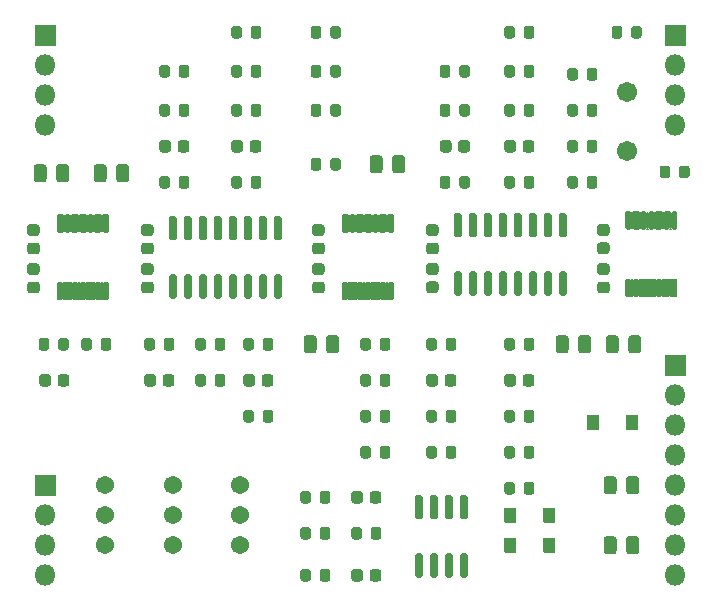
<source format=gts>
G04 #@! TF.GenerationSoftware,KiCad,Pcbnew,5.1.12-84ad8e8a86~92~ubuntu20.04.1*
G04 #@! TF.CreationDate,2021-12-08T10:45:37-05:00*
G04 #@! TF.ProjectId,2164_phasor_plug_in_board,32313634-5f70-4686-9173-6f725f706c75,0.1*
G04 #@! TF.SameCoordinates,Original*
G04 #@! TF.FileFunction,Soldermask,Top*
G04 #@! TF.FilePolarity,Negative*
%FSLAX46Y46*%
G04 Gerber Fmt 4.6, Leading zero omitted, Abs format (unit mm)*
G04 Created by KiCad (PCBNEW 5.1.12-84ad8e8a86~92~ubuntu20.04.1) date 2021-12-08 10:45:37*
%MOMM*%
%LPD*%
G01*
G04 APERTURE LIST*
%ADD10C,1.702000*%
%ADD11C,1.542000*%
%ADD12O,1.802000X1.802000*%
%ADD13C,0.100000*%
G04 APERTURE END LIST*
G36*
G01*
X133851000Y-108620000D02*
X133851000Y-109820000D01*
G75*
G02*
X133800000Y-109871000I-51000J0D01*
G01*
X132900000Y-109871000D01*
G75*
G02*
X132849000Y-109820000I0J51000D01*
G01*
X132849000Y-108620000D01*
G75*
G02*
X132900000Y-108569000I51000J0D01*
G01*
X133800000Y-108569000D01*
G75*
G02*
X133851000Y-108620000I0J-51000D01*
G01*
G37*
G36*
G01*
X137151000Y-108620000D02*
X137151000Y-109820000D01*
G75*
G02*
X137100000Y-109871000I-51000J0D01*
G01*
X136200000Y-109871000D01*
G75*
G02*
X136149000Y-109820000I0J51000D01*
G01*
X136149000Y-108620000D01*
G75*
G02*
X136200000Y-108569000I51000J0D01*
G01*
X137100000Y-108569000D01*
G75*
G02*
X137151000Y-108620000I0J-51000D01*
G01*
G37*
G36*
G01*
X133851000Y-111160000D02*
X133851000Y-112360000D01*
G75*
G02*
X133800000Y-112411000I-51000J0D01*
G01*
X132900000Y-112411000D01*
G75*
G02*
X132849000Y-112360000I0J51000D01*
G01*
X132849000Y-111160000D01*
G75*
G02*
X132900000Y-111109000I51000J0D01*
G01*
X133800000Y-111109000D01*
G75*
G02*
X133851000Y-111160000I0J-51000D01*
G01*
G37*
G36*
G01*
X137151000Y-111160000D02*
X137151000Y-112360000D01*
G75*
G02*
X137100000Y-112411000I-51000J0D01*
G01*
X136200000Y-112411000D01*
G75*
G02*
X136149000Y-112360000I0J51000D01*
G01*
X136149000Y-111160000D01*
G75*
G02*
X136200000Y-111109000I51000J0D01*
G01*
X137100000Y-111109000D01*
G75*
G02*
X137151000Y-111160000I0J-51000D01*
G01*
G37*
D10*
X143256000Y-78406000D03*
X143256000Y-73406000D03*
G36*
G01*
X137619500Y-88571000D02*
X137970500Y-88571000D01*
G75*
G02*
X138146000Y-88746500I0J-175500D01*
G01*
X138146000Y-90447500D01*
G75*
G02*
X137970500Y-90623000I-175500J0D01*
G01*
X137619500Y-90623000D01*
G75*
G02*
X137444000Y-90447500I0J175500D01*
G01*
X137444000Y-88746500D01*
G75*
G02*
X137619500Y-88571000I175500J0D01*
G01*
G37*
G36*
G01*
X136349500Y-88571000D02*
X136700500Y-88571000D01*
G75*
G02*
X136876000Y-88746500I0J-175500D01*
G01*
X136876000Y-90447500D01*
G75*
G02*
X136700500Y-90623000I-175500J0D01*
G01*
X136349500Y-90623000D01*
G75*
G02*
X136174000Y-90447500I0J175500D01*
G01*
X136174000Y-88746500D01*
G75*
G02*
X136349500Y-88571000I175500J0D01*
G01*
G37*
G36*
G01*
X135079500Y-88571000D02*
X135430500Y-88571000D01*
G75*
G02*
X135606000Y-88746500I0J-175500D01*
G01*
X135606000Y-90447500D01*
G75*
G02*
X135430500Y-90623000I-175500J0D01*
G01*
X135079500Y-90623000D01*
G75*
G02*
X134904000Y-90447500I0J175500D01*
G01*
X134904000Y-88746500D01*
G75*
G02*
X135079500Y-88571000I175500J0D01*
G01*
G37*
G36*
G01*
X133809500Y-88571000D02*
X134160500Y-88571000D01*
G75*
G02*
X134336000Y-88746500I0J-175500D01*
G01*
X134336000Y-90447500D01*
G75*
G02*
X134160500Y-90623000I-175500J0D01*
G01*
X133809500Y-90623000D01*
G75*
G02*
X133634000Y-90447500I0J175500D01*
G01*
X133634000Y-88746500D01*
G75*
G02*
X133809500Y-88571000I175500J0D01*
G01*
G37*
G36*
G01*
X132539500Y-88571000D02*
X132890500Y-88571000D01*
G75*
G02*
X133066000Y-88746500I0J-175500D01*
G01*
X133066000Y-90447500D01*
G75*
G02*
X132890500Y-90623000I-175500J0D01*
G01*
X132539500Y-90623000D01*
G75*
G02*
X132364000Y-90447500I0J175500D01*
G01*
X132364000Y-88746500D01*
G75*
G02*
X132539500Y-88571000I175500J0D01*
G01*
G37*
G36*
G01*
X131269500Y-88571000D02*
X131620500Y-88571000D01*
G75*
G02*
X131796000Y-88746500I0J-175500D01*
G01*
X131796000Y-90447500D01*
G75*
G02*
X131620500Y-90623000I-175500J0D01*
G01*
X131269500Y-90623000D01*
G75*
G02*
X131094000Y-90447500I0J175500D01*
G01*
X131094000Y-88746500D01*
G75*
G02*
X131269500Y-88571000I175500J0D01*
G01*
G37*
G36*
G01*
X129999500Y-88571000D02*
X130350500Y-88571000D01*
G75*
G02*
X130526000Y-88746500I0J-175500D01*
G01*
X130526000Y-90447500D01*
G75*
G02*
X130350500Y-90623000I-175500J0D01*
G01*
X129999500Y-90623000D01*
G75*
G02*
X129824000Y-90447500I0J175500D01*
G01*
X129824000Y-88746500D01*
G75*
G02*
X129999500Y-88571000I175500J0D01*
G01*
G37*
G36*
G01*
X128729500Y-88571000D02*
X129080500Y-88571000D01*
G75*
G02*
X129256000Y-88746500I0J-175500D01*
G01*
X129256000Y-90447500D01*
G75*
G02*
X129080500Y-90623000I-175500J0D01*
G01*
X128729500Y-90623000D01*
G75*
G02*
X128554000Y-90447500I0J175500D01*
G01*
X128554000Y-88746500D01*
G75*
G02*
X128729500Y-88571000I175500J0D01*
G01*
G37*
G36*
G01*
X128729500Y-83621000D02*
X129080500Y-83621000D01*
G75*
G02*
X129256000Y-83796500I0J-175500D01*
G01*
X129256000Y-85497500D01*
G75*
G02*
X129080500Y-85673000I-175500J0D01*
G01*
X128729500Y-85673000D01*
G75*
G02*
X128554000Y-85497500I0J175500D01*
G01*
X128554000Y-83796500D01*
G75*
G02*
X128729500Y-83621000I175500J0D01*
G01*
G37*
G36*
G01*
X129999500Y-83621000D02*
X130350500Y-83621000D01*
G75*
G02*
X130526000Y-83796500I0J-175500D01*
G01*
X130526000Y-85497500D01*
G75*
G02*
X130350500Y-85673000I-175500J0D01*
G01*
X129999500Y-85673000D01*
G75*
G02*
X129824000Y-85497500I0J175500D01*
G01*
X129824000Y-83796500D01*
G75*
G02*
X129999500Y-83621000I175500J0D01*
G01*
G37*
G36*
G01*
X131269500Y-83621000D02*
X131620500Y-83621000D01*
G75*
G02*
X131796000Y-83796500I0J-175500D01*
G01*
X131796000Y-85497500D01*
G75*
G02*
X131620500Y-85673000I-175500J0D01*
G01*
X131269500Y-85673000D01*
G75*
G02*
X131094000Y-85497500I0J175500D01*
G01*
X131094000Y-83796500D01*
G75*
G02*
X131269500Y-83621000I175500J0D01*
G01*
G37*
G36*
G01*
X132539500Y-83621000D02*
X132890500Y-83621000D01*
G75*
G02*
X133066000Y-83796500I0J-175500D01*
G01*
X133066000Y-85497500D01*
G75*
G02*
X132890500Y-85673000I-175500J0D01*
G01*
X132539500Y-85673000D01*
G75*
G02*
X132364000Y-85497500I0J175500D01*
G01*
X132364000Y-83796500D01*
G75*
G02*
X132539500Y-83621000I175500J0D01*
G01*
G37*
G36*
G01*
X133809500Y-83621000D02*
X134160500Y-83621000D01*
G75*
G02*
X134336000Y-83796500I0J-175500D01*
G01*
X134336000Y-85497500D01*
G75*
G02*
X134160500Y-85673000I-175500J0D01*
G01*
X133809500Y-85673000D01*
G75*
G02*
X133634000Y-85497500I0J175500D01*
G01*
X133634000Y-83796500D01*
G75*
G02*
X133809500Y-83621000I175500J0D01*
G01*
G37*
G36*
G01*
X135079500Y-83621000D02*
X135430500Y-83621000D01*
G75*
G02*
X135606000Y-83796500I0J-175500D01*
G01*
X135606000Y-85497500D01*
G75*
G02*
X135430500Y-85673000I-175500J0D01*
G01*
X135079500Y-85673000D01*
G75*
G02*
X134904000Y-85497500I0J175500D01*
G01*
X134904000Y-83796500D01*
G75*
G02*
X135079500Y-83621000I175500J0D01*
G01*
G37*
G36*
G01*
X136349500Y-83621000D02*
X136700500Y-83621000D01*
G75*
G02*
X136876000Y-83796500I0J-175500D01*
G01*
X136876000Y-85497500D01*
G75*
G02*
X136700500Y-85673000I-175500J0D01*
G01*
X136349500Y-85673000D01*
G75*
G02*
X136174000Y-85497500I0J175500D01*
G01*
X136174000Y-83796500D01*
G75*
G02*
X136349500Y-83621000I175500J0D01*
G01*
G37*
G36*
G01*
X137619500Y-83621000D02*
X137970500Y-83621000D01*
G75*
G02*
X138146000Y-83796500I0J-175500D01*
G01*
X138146000Y-85497500D01*
G75*
G02*
X137970500Y-85673000I-175500J0D01*
G01*
X137619500Y-85673000D01*
G75*
G02*
X137444000Y-85497500I0J175500D01*
G01*
X137444000Y-83796500D01*
G75*
G02*
X137619500Y-83621000I175500J0D01*
G01*
G37*
G36*
G01*
X147112500Y-89196000D02*
X147363500Y-89196000D01*
G75*
G02*
X147489000Y-89321500I0J-125500D01*
G01*
X147489000Y-90647500D01*
G75*
G02*
X147363500Y-90773000I-125500J0D01*
G01*
X147112500Y-90773000D01*
G75*
G02*
X146987000Y-90647500I0J125500D01*
G01*
X146987000Y-89321500D01*
G75*
G02*
X147112500Y-89196000I125500J0D01*
G01*
G37*
G36*
G01*
X146462500Y-89196000D02*
X146713500Y-89196000D01*
G75*
G02*
X146839000Y-89321500I0J-125500D01*
G01*
X146839000Y-90647500D01*
G75*
G02*
X146713500Y-90773000I-125500J0D01*
G01*
X146462500Y-90773000D01*
G75*
G02*
X146337000Y-90647500I0J125500D01*
G01*
X146337000Y-89321500D01*
G75*
G02*
X146462500Y-89196000I125500J0D01*
G01*
G37*
G36*
G01*
X145812500Y-89196000D02*
X146063500Y-89196000D01*
G75*
G02*
X146189000Y-89321500I0J-125500D01*
G01*
X146189000Y-90647500D01*
G75*
G02*
X146063500Y-90773000I-125500J0D01*
G01*
X145812500Y-90773000D01*
G75*
G02*
X145687000Y-90647500I0J125500D01*
G01*
X145687000Y-89321500D01*
G75*
G02*
X145812500Y-89196000I125500J0D01*
G01*
G37*
G36*
G01*
X145162500Y-89196000D02*
X145413500Y-89196000D01*
G75*
G02*
X145539000Y-89321500I0J-125500D01*
G01*
X145539000Y-90647500D01*
G75*
G02*
X145413500Y-90773000I-125500J0D01*
G01*
X145162500Y-90773000D01*
G75*
G02*
X145037000Y-90647500I0J125500D01*
G01*
X145037000Y-89321500D01*
G75*
G02*
X145162500Y-89196000I125500J0D01*
G01*
G37*
G36*
G01*
X144512500Y-89196000D02*
X144763500Y-89196000D01*
G75*
G02*
X144889000Y-89321500I0J-125500D01*
G01*
X144889000Y-90647500D01*
G75*
G02*
X144763500Y-90773000I-125500J0D01*
G01*
X144512500Y-90773000D01*
G75*
G02*
X144387000Y-90647500I0J125500D01*
G01*
X144387000Y-89321500D01*
G75*
G02*
X144512500Y-89196000I125500J0D01*
G01*
G37*
G36*
G01*
X143862500Y-89196000D02*
X144113500Y-89196000D01*
G75*
G02*
X144239000Y-89321500I0J-125500D01*
G01*
X144239000Y-90647500D01*
G75*
G02*
X144113500Y-90773000I-125500J0D01*
G01*
X143862500Y-90773000D01*
G75*
G02*
X143737000Y-90647500I0J125500D01*
G01*
X143737000Y-89321500D01*
G75*
G02*
X143862500Y-89196000I125500J0D01*
G01*
G37*
G36*
G01*
X143212500Y-89196000D02*
X143463500Y-89196000D01*
G75*
G02*
X143589000Y-89321500I0J-125500D01*
G01*
X143589000Y-90647500D01*
G75*
G02*
X143463500Y-90773000I-125500J0D01*
G01*
X143212500Y-90773000D01*
G75*
G02*
X143087000Y-90647500I0J125500D01*
G01*
X143087000Y-89321500D01*
G75*
G02*
X143212500Y-89196000I125500J0D01*
G01*
G37*
G36*
G01*
X143212500Y-83471000D02*
X143463500Y-83471000D01*
G75*
G02*
X143589000Y-83596500I0J-125500D01*
G01*
X143589000Y-84922500D01*
G75*
G02*
X143463500Y-85048000I-125500J0D01*
G01*
X143212500Y-85048000D01*
G75*
G02*
X143087000Y-84922500I0J125500D01*
G01*
X143087000Y-83596500D01*
G75*
G02*
X143212500Y-83471000I125500J0D01*
G01*
G37*
G36*
G01*
X143862500Y-83471000D02*
X144113500Y-83471000D01*
G75*
G02*
X144239000Y-83596500I0J-125500D01*
G01*
X144239000Y-84922500D01*
G75*
G02*
X144113500Y-85048000I-125500J0D01*
G01*
X143862500Y-85048000D01*
G75*
G02*
X143737000Y-84922500I0J125500D01*
G01*
X143737000Y-83596500D01*
G75*
G02*
X143862500Y-83471000I125500J0D01*
G01*
G37*
G36*
G01*
X144512500Y-83471000D02*
X144763500Y-83471000D01*
G75*
G02*
X144889000Y-83596500I0J-125500D01*
G01*
X144889000Y-84922500D01*
G75*
G02*
X144763500Y-85048000I-125500J0D01*
G01*
X144512500Y-85048000D01*
G75*
G02*
X144387000Y-84922500I0J125500D01*
G01*
X144387000Y-83596500D01*
G75*
G02*
X144512500Y-83471000I125500J0D01*
G01*
G37*
G36*
G01*
X145162500Y-83471000D02*
X145413500Y-83471000D01*
G75*
G02*
X145539000Y-83596500I0J-125500D01*
G01*
X145539000Y-84922500D01*
G75*
G02*
X145413500Y-85048000I-125500J0D01*
G01*
X145162500Y-85048000D01*
G75*
G02*
X145037000Y-84922500I0J125500D01*
G01*
X145037000Y-83596500D01*
G75*
G02*
X145162500Y-83471000I125500J0D01*
G01*
G37*
G36*
G01*
X145812500Y-83471000D02*
X146063500Y-83471000D01*
G75*
G02*
X146189000Y-83596500I0J-125500D01*
G01*
X146189000Y-84922500D01*
G75*
G02*
X146063500Y-85048000I-125500J0D01*
G01*
X145812500Y-85048000D01*
G75*
G02*
X145687000Y-84922500I0J125500D01*
G01*
X145687000Y-83596500D01*
G75*
G02*
X145812500Y-83471000I125500J0D01*
G01*
G37*
G36*
G01*
X146462500Y-83471000D02*
X146713500Y-83471000D01*
G75*
G02*
X146839000Y-83596500I0J-125500D01*
G01*
X146839000Y-84922500D01*
G75*
G02*
X146713500Y-85048000I-125500J0D01*
G01*
X146462500Y-85048000D01*
G75*
G02*
X146337000Y-84922500I0J125500D01*
G01*
X146337000Y-83596500D01*
G75*
G02*
X146462500Y-83471000I125500J0D01*
G01*
G37*
G36*
G01*
X147112500Y-83471000D02*
X147363500Y-83471000D01*
G75*
G02*
X147489000Y-83596500I0J-125500D01*
G01*
X147489000Y-84922500D01*
G75*
G02*
X147363500Y-85048000I-125500J0D01*
G01*
X147112500Y-85048000D01*
G75*
G02*
X146987000Y-84922500I0J125500D01*
G01*
X146987000Y-83596500D01*
G75*
G02*
X147112500Y-83471000I125500J0D01*
G01*
G37*
G36*
G01*
X123109500Y-89450000D02*
X123360500Y-89450000D01*
G75*
G02*
X123486000Y-89575500I0J-125500D01*
G01*
X123486000Y-90901500D01*
G75*
G02*
X123360500Y-91027000I-125500J0D01*
G01*
X123109500Y-91027000D01*
G75*
G02*
X122984000Y-90901500I0J125500D01*
G01*
X122984000Y-89575500D01*
G75*
G02*
X123109500Y-89450000I125500J0D01*
G01*
G37*
G36*
G01*
X122459500Y-89450000D02*
X122710500Y-89450000D01*
G75*
G02*
X122836000Y-89575500I0J-125500D01*
G01*
X122836000Y-90901500D01*
G75*
G02*
X122710500Y-91027000I-125500J0D01*
G01*
X122459500Y-91027000D01*
G75*
G02*
X122334000Y-90901500I0J125500D01*
G01*
X122334000Y-89575500D01*
G75*
G02*
X122459500Y-89450000I125500J0D01*
G01*
G37*
G36*
G01*
X121809500Y-89450000D02*
X122060500Y-89450000D01*
G75*
G02*
X122186000Y-89575500I0J-125500D01*
G01*
X122186000Y-90901500D01*
G75*
G02*
X122060500Y-91027000I-125500J0D01*
G01*
X121809500Y-91027000D01*
G75*
G02*
X121684000Y-90901500I0J125500D01*
G01*
X121684000Y-89575500D01*
G75*
G02*
X121809500Y-89450000I125500J0D01*
G01*
G37*
G36*
G01*
X121159500Y-89450000D02*
X121410500Y-89450000D01*
G75*
G02*
X121536000Y-89575500I0J-125500D01*
G01*
X121536000Y-90901500D01*
G75*
G02*
X121410500Y-91027000I-125500J0D01*
G01*
X121159500Y-91027000D01*
G75*
G02*
X121034000Y-90901500I0J125500D01*
G01*
X121034000Y-89575500D01*
G75*
G02*
X121159500Y-89450000I125500J0D01*
G01*
G37*
G36*
G01*
X120509500Y-89450000D02*
X120760500Y-89450000D01*
G75*
G02*
X120886000Y-89575500I0J-125500D01*
G01*
X120886000Y-90901500D01*
G75*
G02*
X120760500Y-91027000I-125500J0D01*
G01*
X120509500Y-91027000D01*
G75*
G02*
X120384000Y-90901500I0J125500D01*
G01*
X120384000Y-89575500D01*
G75*
G02*
X120509500Y-89450000I125500J0D01*
G01*
G37*
G36*
G01*
X119859500Y-89450000D02*
X120110500Y-89450000D01*
G75*
G02*
X120236000Y-89575500I0J-125500D01*
G01*
X120236000Y-90901500D01*
G75*
G02*
X120110500Y-91027000I-125500J0D01*
G01*
X119859500Y-91027000D01*
G75*
G02*
X119734000Y-90901500I0J125500D01*
G01*
X119734000Y-89575500D01*
G75*
G02*
X119859500Y-89450000I125500J0D01*
G01*
G37*
G36*
G01*
X119209500Y-89450000D02*
X119460500Y-89450000D01*
G75*
G02*
X119586000Y-89575500I0J-125500D01*
G01*
X119586000Y-90901500D01*
G75*
G02*
X119460500Y-91027000I-125500J0D01*
G01*
X119209500Y-91027000D01*
G75*
G02*
X119084000Y-90901500I0J125500D01*
G01*
X119084000Y-89575500D01*
G75*
G02*
X119209500Y-89450000I125500J0D01*
G01*
G37*
G36*
G01*
X119209500Y-83725000D02*
X119460500Y-83725000D01*
G75*
G02*
X119586000Y-83850500I0J-125500D01*
G01*
X119586000Y-85176500D01*
G75*
G02*
X119460500Y-85302000I-125500J0D01*
G01*
X119209500Y-85302000D01*
G75*
G02*
X119084000Y-85176500I0J125500D01*
G01*
X119084000Y-83850500D01*
G75*
G02*
X119209500Y-83725000I125500J0D01*
G01*
G37*
G36*
G01*
X119859500Y-83725000D02*
X120110500Y-83725000D01*
G75*
G02*
X120236000Y-83850500I0J-125500D01*
G01*
X120236000Y-85176500D01*
G75*
G02*
X120110500Y-85302000I-125500J0D01*
G01*
X119859500Y-85302000D01*
G75*
G02*
X119734000Y-85176500I0J125500D01*
G01*
X119734000Y-83850500D01*
G75*
G02*
X119859500Y-83725000I125500J0D01*
G01*
G37*
G36*
G01*
X120509500Y-83725000D02*
X120760500Y-83725000D01*
G75*
G02*
X120886000Y-83850500I0J-125500D01*
G01*
X120886000Y-85176500D01*
G75*
G02*
X120760500Y-85302000I-125500J0D01*
G01*
X120509500Y-85302000D01*
G75*
G02*
X120384000Y-85176500I0J125500D01*
G01*
X120384000Y-83850500D01*
G75*
G02*
X120509500Y-83725000I125500J0D01*
G01*
G37*
G36*
G01*
X121159500Y-83725000D02*
X121410500Y-83725000D01*
G75*
G02*
X121536000Y-83850500I0J-125500D01*
G01*
X121536000Y-85176500D01*
G75*
G02*
X121410500Y-85302000I-125500J0D01*
G01*
X121159500Y-85302000D01*
G75*
G02*
X121034000Y-85176500I0J125500D01*
G01*
X121034000Y-83850500D01*
G75*
G02*
X121159500Y-83725000I125500J0D01*
G01*
G37*
G36*
G01*
X121809500Y-83725000D02*
X122060500Y-83725000D01*
G75*
G02*
X122186000Y-83850500I0J-125500D01*
G01*
X122186000Y-85176500D01*
G75*
G02*
X122060500Y-85302000I-125500J0D01*
G01*
X121809500Y-85302000D01*
G75*
G02*
X121684000Y-85176500I0J125500D01*
G01*
X121684000Y-83850500D01*
G75*
G02*
X121809500Y-83725000I125500J0D01*
G01*
G37*
G36*
G01*
X122459500Y-83725000D02*
X122710500Y-83725000D01*
G75*
G02*
X122836000Y-83850500I0J-125500D01*
G01*
X122836000Y-85176500D01*
G75*
G02*
X122710500Y-85302000I-125500J0D01*
G01*
X122459500Y-85302000D01*
G75*
G02*
X122334000Y-85176500I0J125500D01*
G01*
X122334000Y-83850500D01*
G75*
G02*
X122459500Y-83725000I125500J0D01*
G01*
G37*
G36*
G01*
X123109500Y-83725000D02*
X123360500Y-83725000D01*
G75*
G02*
X123486000Y-83850500I0J-125500D01*
G01*
X123486000Y-85176500D01*
G75*
G02*
X123360500Y-85302000I-125500J0D01*
G01*
X123109500Y-85302000D01*
G75*
G02*
X122984000Y-85176500I0J125500D01*
G01*
X122984000Y-83850500D01*
G75*
G02*
X123109500Y-83725000I125500J0D01*
G01*
G37*
G36*
G01*
X98979500Y-89450000D02*
X99230500Y-89450000D01*
G75*
G02*
X99356000Y-89575500I0J-125500D01*
G01*
X99356000Y-90901500D01*
G75*
G02*
X99230500Y-91027000I-125500J0D01*
G01*
X98979500Y-91027000D01*
G75*
G02*
X98854000Y-90901500I0J125500D01*
G01*
X98854000Y-89575500D01*
G75*
G02*
X98979500Y-89450000I125500J0D01*
G01*
G37*
G36*
G01*
X98329500Y-89450000D02*
X98580500Y-89450000D01*
G75*
G02*
X98706000Y-89575500I0J-125500D01*
G01*
X98706000Y-90901500D01*
G75*
G02*
X98580500Y-91027000I-125500J0D01*
G01*
X98329500Y-91027000D01*
G75*
G02*
X98204000Y-90901500I0J125500D01*
G01*
X98204000Y-89575500D01*
G75*
G02*
X98329500Y-89450000I125500J0D01*
G01*
G37*
G36*
G01*
X97679500Y-89450000D02*
X97930500Y-89450000D01*
G75*
G02*
X98056000Y-89575500I0J-125500D01*
G01*
X98056000Y-90901500D01*
G75*
G02*
X97930500Y-91027000I-125500J0D01*
G01*
X97679500Y-91027000D01*
G75*
G02*
X97554000Y-90901500I0J125500D01*
G01*
X97554000Y-89575500D01*
G75*
G02*
X97679500Y-89450000I125500J0D01*
G01*
G37*
G36*
G01*
X97029500Y-89450000D02*
X97280500Y-89450000D01*
G75*
G02*
X97406000Y-89575500I0J-125500D01*
G01*
X97406000Y-90901500D01*
G75*
G02*
X97280500Y-91027000I-125500J0D01*
G01*
X97029500Y-91027000D01*
G75*
G02*
X96904000Y-90901500I0J125500D01*
G01*
X96904000Y-89575500D01*
G75*
G02*
X97029500Y-89450000I125500J0D01*
G01*
G37*
G36*
G01*
X96379500Y-89450000D02*
X96630500Y-89450000D01*
G75*
G02*
X96756000Y-89575500I0J-125500D01*
G01*
X96756000Y-90901500D01*
G75*
G02*
X96630500Y-91027000I-125500J0D01*
G01*
X96379500Y-91027000D01*
G75*
G02*
X96254000Y-90901500I0J125500D01*
G01*
X96254000Y-89575500D01*
G75*
G02*
X96379500Y-89450000I125500J0D01*
G01*
G37*
G36*
G01*
X95729500Y-89450000D02*
X95980500Y-89450000D01*
G75*
G02*
X96106000Y-89575500I0J-125500D01*
G01*
X96106000Y-90901500D01*
G75*
G02*
X95980500Y-91027000I-125500J0D01*
G01*
X95729500Y-91027000D01*
G75*
G02*
X95604000Y-90901500I0J125500D01*
G01*
X95604000Y-89575500D01*
G75*
G02*
X95729500Y-89450000I125500J0D01*
G01*
G37*
G36*
G01*
X95079500Y-89450000D02*
X95330500Y-89450000D01*
G75*
G02*
X95456000Y-89575500I0J-125500D01*
G01*
X95456000Y-90901500D01*
G75*
G02*
X95330500Y-91027000I-125500J0D01*
G01*
X95079500Y-91027000D01*
G75*
G02*
X94954000Y-90901500I0J125500D01*
G01*
X94954000Y-89575500D01*
G75*
G02*
X95079500Y-89450000I125500J0D01*
G01*
G37*
G36*
G01*
X95079500Y-83725000D02*
X95330500Y-83725000D01*
G75*
G02*
X95456000Y-83850500I0J-125500D01*
G01*
X95456000Y-85176500D01*
G75*
G02*
X95330500Y-85302000I-125500J0D01*
G01*
X95079500Y-85302000D01*
G75*
G02*
X94954000Y-85176500I0J125500D01*
G01*
X94954000Y-83850500D01*
G75*
G02*
X95079500Y-83725000I125500J0D01*
G01*
G37*
G36*
G01*
X95729500Y-83725000D02*
X95980500Y-83725000D01*
G75*
G02*
X96106000Y-83850500I0J-125500D01*
G01*
X96106000Y-85176500D01*
G75*
G02*
X95980500Y-85302000I-125500J0D01*
G01*
X95729500Y-85302000D01*
G75*
G02*
X95604000Y-85176500I0J125500D01*
G01*
X95604000Y-83850500D01*
G75*
G02*
X95729500Y-83725000I125500J0D01*
G01*
G37*
G36*
G01*
X96379500Y-83725000D02*
X96630500Y-83725000D01*
G75*
G02*
X96756000Y-83850500I0J-125500D01*
G01*
X96756000Y-85176500D01*
G75*
G02*
X96630500Y-85302000I-125500J0D01*
G01*
X96379500Y-85302000D01*
G75*
G02*
X96254000Y-85176500I0J125500D01*
G01*
X96254000Y-83850500D01*
G75*
G02*
X96379500Y-83725000I125500J0D01*
G01*
G37*
G36*
G01*
X97029500Y-83725000D02*
X97280500Y-83725000D01*
G75*
G02*
X97406000Y-83850500I0J-125500D01*
G01*
X97406000Y-85176500D01*
G75*
G02*
X97280500Y-85302000I-125500J0D01*
G01*
X97029500Y-85302000D01*
G75*
G02*
X96904000Y-85176500I0J125500D01*
G01*
X96904000Y-83850500D01*
G75*
G02*
X97029500Y-83725000I125500J0D01*
G01*
G37*
G36*
G01*
X97679500Y-83725000D02*
X97930500Y-83725000D01*
G75*
G02*
X98056000Y-83850500I0J-125500D01*
G01*
X98056000Y-85176500D01*
G75*
G02*
X97930500Y-85302000I-125500J0D01*
G01*
X97679500Y-85302000D01*
G75*
G02*
X97554000Y-85176500I0J125500D01*
G01*
X97554000Y-83850500D01*
G75*
G02*
X97679500Y-83725000I125500J0D01*
G01*
G37*
G36*
G01*
X98329500Y-83725000D02*
X98580500Y-83725000D01*
G75*
G02*
X98706000Y-83850500I0J-125500D01*
G01*
X98706000Y-85176500D01*
G75*
G02*
X98580500Y-85302000I-125500J0D01*
G01*
X98329500Y-85302000D01*
G75*
G02*
X98204000Y-85176500I0J125500D01*
G01*
X98204000Y-83850500D01*
G75*
G02*
X98329500Y-83725000I125500J0D01*
G01*
G37*
G36*
G01*
X98979500Y-83725000D02*
X99230500Y-83725000D01*
G75*
G02*
X99356000Y-83850500I0J-125500D01*
G01*
X99356000Y-85176500D01*
G75*
G02*
X99230500Y-85302000I-125500J0D01*
G01*
X98979500Y-85302000D01*
G75*
G02*
X98854000Y-85176500I0J125500D01*
G01*
X98854000Y-83850500D01*
G75*
G02*
X98979500Y-83725000I125500J0D01*
G01*
G37*
G36*
G01*
X121532000Y-111044500D02*
X121532000Y-110443500D01*
G75*
G02*
X121757500Y-110218000I225500J0D01*
G01*
X122208500Y-110218000D01*
G75*
G02*
X122434000Y-110443500I0J-225500D01*
G01*
X122434000Y-111044500D01*
G75*
G02*
X122208500Y-111270000I-225500J0D01*
G01*
X121757500Y-111270000D01*
G75*
G02*
X121532000Y-111044500I0J225500D01*
G01*
G37*
G36*
G01*
X119882000Y-111044500D02*
X119882000Y-110443500D01*
G75*
G02*
X120107500Y-110218000I225500J0D01*
G01*
X120558500Y-110218000D01*
G75*
G02*
X120784000Y-110443500I0J-225500D01*
G01*
X120784000Y-111044500D01*
G75*
G02*
X120558500Y-111270000I-225500J0D01*
G01*
X120107500Y-111270000D01*
G75*
G02*
X119882000Y-111044500I0J225500D01*
G01*
G37*
G36*
G01*
X116466000Y-110443500D02*
X116466000Y-111044500D01*
G75*
G02*
X116240500Y-111270000I-225500J0D01*
G01*
X115789500Y-111270000D01*
G75*
G02*
X115564000Y-111044500I0J225500D01*
G01*
X115564000Y-110443500D01*
G75*
G02*
X115789500Y-110218000I225500J0D01*
G01*
X116240500Y-110218000D01*
G75*
G02*
X116466000Y-110443500I0J-225500D01*
G01*
G37*
G36*
G01*
X118116000Y-110443500D02*
X118116000Y-111044500D01*
G75*
G02*
X117890500Y-111270000I-225500J0D01*
G01*
X117439500Y-111270000D01*
G75*
G02*
X117214000Y-111044500I0J225500D01*
G01*
X117214000Y-110443500D01*
G75*
G02*
X117439500Y-110218000I225500J0D01*
G01*
X117890500Y-110218000D01*
G75*
G02*
X118116000Y-110443500I0J-225500D01*
G01*
G37*
G36*
G01*
X116466000Y-107395500D02*
X116466000Y-107996500D01*
G75*
G02*
X116240500Y-108222000I-225500J0D01*
G01*
X115789500Y-108222000D01*
G75*
G02*
X115564000Y-107996500I0J225500D01*
G01*
X115564000Y-107395500D01*
G75*
G02*
X115789500Y-107170000I225500J0D01*
G01*
X116240500Y-107170000D01*
G75*
G02*
X116466000Y-107395500I0J-225500D01*
G01*
G37*
G36*
G01*
X118116000Y-107395500D02*
X118116000Y-107996500D01*
G75*
G02*
X117890500Y-108222000I-225500J0D01*
G01*
X117439500Y-108222000D01*
G75*
G02*
X117214000Y-107996500I0J225500D01*
G01*
X117214000Y-107395500D01*
G75*
G02*
X117439500Y-107170000I225500J0D01*
G01*
X117890500Y-107170000D01*
G75*
G02*
X118116000Y-107395500I0J-225500D01*
G01*
G37*
G36*
G01*
X116466000Y-113999500D02*
X116466000Y-114600500D01*
G75*
G02*
X116240500Y-114826000I-225500J0D01*
G01*
X115789500Y-114826000D01*
G75*
G02*
X115564000Y-114600500I0J225500D01*
G01*
X115564000Y-113999500D01*
G75*
G02*
X115789500Y-113774000I225500J0D01*
G01*
X116240500Y-113774000D01*
G75*
G02*
X116466000Y-113999500I0J-225500D01*
G01*
G37*
G36*
G01*
X118116000Y-113999500D02*
X118116000Y-114600500D01*
G75*
G02*
X117890500Y-114826000I-225500J0D01*
G01*
X117439500Y-114826000D01*
G75*
G02*
X117214000Y-114600500I0J225500D01*
G01*
X117214000Y-113999500D01*
G75*
G02*
X117439500Y-113774000I225500J0D01*
G01*
X117890500Y-113774000D01*
G75*
G02*
X118116000Y-113999500I0J-225500D01*
G01*
G37*
G36*
G01*
X108324000Y-98090500D02*
X108324000Y-97489500D01*
G75*
G02*
X108549500Y-97264000I225500J0D01*
G01*
X109000500Y-97264000D01*
G75*
G02*
X109226000Y-97489500I0J-225500D01*
G01*
X109226000Y-98090500D01*
G75*
G02*
X109000500Y-98316000I-225500J0D01*
G01*
X108549500Y-98316000D01*
G75*
G02*
X108324000Y-98090500I0J225500D01*
G01*
G37*
G36*
G01*
X106674000Y-98090500D02*
X106674000Y-97489500D01*
G75*
G02*
X106899500Y-97264000I225500J0D01*
G01*
X107350500Y-97264000D01*
G75*
G02*
X107576000Y-97489500I0J-225500D01*
G01*
X107576000Y-98090500D01*
G75*
G02*
X107350500Y-98316000I-225500J0D01*
G01*
X106899500Y-98316000D01*
G75*
G02*
X106674000Y-98090500I0J225500D01*
G01*
G37*
G36*
G01*
X103258000Y-94441500D02*
X103258000Y-95042500D01*
G75*
G02*
X103032500Y-95268000I-225500J0D01*
G01*
X102581500Y-95268000D01*
G75*
G02*
X102356000Y-95042500I0J225500D01*
G01*
X102356000Y-94441500D01*
G75*
G02*
X102581500Y-94216000I225500J0D01*
G01*
X103032500Y-94216000D01*
G75*
G02*
X103258000Y-94441500I0J-225500D01*
G01*
G37*
G36*
G01*
X104908000Y-94441500D02*
X104908000Y-95042500D01*
G75*
G02*
X104682500Y-95268000I-225500J0D01*
G01*
X104231500Y-95268000D01*
G75*
G02*
X104006000Y-95042500I0J225500D01*
G01*
X104006000Y-94441500D01*
G75*
G02*
X104231500Y-94216000I225500J0D01*
G01*
X104682500Y-94216000D01*
G75*
G02*
X104908000Y-94441500I0J-225500D01*
G01*
G37*
G36*
G01*
X112388000Y-101138500D02*
X112388000Y-100537500D01*
G75*
G02*
X112613500Y-100312000I225500J0D01*
G01*
X113064500Y-100312000D01*
G75*
G02*
X113290000Y-100537500I0J-225500D01*
G01*
X113290000Y-101138500D01*
G75*
G02*
X113064500Y-101364000I-225500J0D01*
G01*
X112613500Y-101364000D01*
G75*
G02*
X112388000Y-101138500I0J225500D01*
G01*
G37*
G36*
G01*
X110738000Y-101138500D02*
X110738000Y-100537500D01*
G75*
G02*
X110963500Y-100312000I225500J0D01*
G01*
X111414500Y-100312000D01*
G75*
G02*
X111640000Y-100537500I0J-225500D01*
G01*
X111640000Y-101138500D01*
G75*
G02*
X111414500Y-101364000I-225500J0D01*
G01*
X110963500Y-101364000D01*
G75*
G02*
X110738000Y-101138500I0J225500D01*
G01*
G37*
G36*
G01*
X112388000Y-95042500D02*
X112388000Y-94441500D01*
G75*
G02*
X112613500Y-94216000I225500J0D01*
G01*
X113064500Y-94216000D01*
G75*
G02*
X113290000Y-94441500I0J-225500D01*
G01*
X113290000Y-95042500D01*
G75*
G02*
X113064500Y-95268000I-225500J0D01*
G01*
X112613500Y-95268000D01*
G75*
G02*
X112388000Y-95042500I0J225500D01*
G01*
G37*
G36*
G01*
X110738000Y-95042500D02*
X110738000Y-94441500D01*
G75*
G02*
X110963500Y-94216000I225500J0D01*
G01*
X111414500Y-94216000D01*
G75*
G02*
X111640000Y-94441500I0J-225500D01*
G01*
X111640000Y-95042500D01*
G75*
G02*
X111414500Y-95268000I-225500J0D01*
G01*
X110963500Y-95268000D01*
G75*
G02*
X110738000Y-95042500I0J225500D01*
G01*
G37*
G36*
G01*
X108324000Y-95042500D02*
X108324000Y-94441500D01*
G75*
G02*
X108549500Y-94216000I225500J0D01*
G01*
X109000500Y-94216000D01*
G75*
G02*
X109226000Y-94441500I0J-225500D01*
G01*
X109226000Y-95042500D01*
G75*
G02*
X109000500Y-95268000I-225500J0D01*
G01*
X108549500Y-95268000D01*
G75*
G02*
X108324000Y-95042500I0J225500D01*
G01*
G37*
G36*
G01*
X106674000Y-95042500D02*
X106674000Y-94441500D01*
G75*
G02*
X106899500Y-94216000I225500J0D01*
G01*
X107350500Y-94216000D01*
G75*
G02*
X107576000Y-94441500I0J-225500D01*
G01*
X107576000Y-95042500D01*
G75*
G02*
X107350500Y-95268000I-225500J0D01*
G01*
X106899500Y-95268000D01*
G75*
G02*
X106674000Y-95042500I0J225500D01*
G01*
G37*
G36*
G01*
X139820000Y-81326500D02*
X139820000Y-80725500D01*
G75*
G02*
X140045500Y-80500000I225500J0D01*
G01*
X140496500Y-80500000D01*
G75*
G02*
X140722000Y-80725500I0J-225500D01*
G01*
X140722000Y-81326500D01*
G75*
G02*
X140496500Y-81552000I-225500J0D01*
G01*
X140045500Y-81552000D01*
G75*
G02*
X139820000Y-81326500I0J225500D01*
G01*
G37*
G36*
G01*
X138170000Y-81326500D02*
X138170000Y-80725500D01*
G75*
G02*
X138395500Y-80500000I225500J0D01*
G01*
X138846500Y-80500000D01*
G75*
G02*
X139072000Y-80725500I0J-225500D01*
G01*
X139072000Y-81326500D01*
G75*
G02*
X138846500Y-81552000I-225500J0D01*
G01*
X138395500Y-81552000D01*
G75*
G02*
X138170000Y-81326500I0J225500D01*
G01*
G37*
G36*
G01*
X121546000Y-94441500D02*
X121546000Y-95042500D01*
G75*
G02*
X121320500Y-95268000I-225500J0D01*
G01*
X120869500Y-95268000D01*
G75*
G02*
X120644000Y-95042500I0J225500D01*
G01*
X120644000Y-94441500D01*
G75*
G02*
X120869500Y-94216000I225500J0D01*
G01*
X121320500Y-94216000D01*
G75*
G02*
X121546000Y-94441500I0J-225500D01*
G01*
G37*
G36*
G01*
X123196000Y-94441500D02*
X123196000Y-95042500D01*
G75*
G02*
X122970500Y-95268000I-225500J0D01*
G01*
X122519500Y-95268000D01*
G75*
G02*
X122294000Y-95042500I0J225500D01*
G01*
X122294000Y-94441500D01*
G75*
G02*
X122519500Y-94216000I225500J0D01*
G01*
X122970500Y-94216000D01*
G75*
G02*
X123196000Y-94441500I0J-225500D01*
G01*
G37*
G36*
G01*
X118103000Y-79802500D02*
X118103000Y-79201500D01*
G75*
G02*
X118328500Y-78976000I225500J0D01*
G01*
X118779500Y-78976000D01*
G75*
G02*
X119005000Y-79201500I0J-225500D01*
G01*
X119005000Y-79802500D01*
G75*
G02*
X118779500Y-80028000I-225500J0D01*
G01*
X118328500Y-80028000D01*
G75*
G02*
X118103000Y-79802500I0J225500D01*
G01*
G37*
G36*
G01*
X116453000Y-79802500D02*
X116453000Y-79201500D01*
G75*
G02*
X116678500Y-78976000I225500J0D01*
G01*
X117129500Y-78976000D01*
G75*
G02*
X117355000Y-79201500I0J-225500D01*
G01*
X117355000Y-79802500D01*
G75*
G02*
X117129500Y-80028000I-225500J0D01*
G01*
X116678500Y-80028000D01*
G75*
G02*
X116453000Y-79802500I0J225500D01*
G01*
G37*
G36*
G01*
X139072000Y-74629500D02*
X139072000Y-75230500D01*
G75*
G02*
X138846500Y-75456000I-225500J0D01*
G01*
X138395500Y-75456000D01*
G75*
G02*
X138170000Y-75230500I0J225500D01*
G01*
X138170000Y-74629500D01*
G75*
G02*
X138395500Y-74404000I225500J0D01*
G01*
X138846500Y-74404000D01*
G75*
G02*
X139072000Y-74629500I0J-225500D01*
G01*
G37*
G36*
G01*
X140722000Y-74629500D02*
X140722000Y-75230500D01*
G75*
G02*
X140496500Y-75456000I-225500J0D01*
G01*
X140045500Y-75456000D01*
G75*
G02*
X139820000Y-75230500I0J225500D01*
G01*
X139820000Y-74629500D01*
G75*
G02*
X140045500Y-74404000I225500J0D01*
G01*
X140496500Y-74404000D01*
G75*
G02*
X140722000Y-74629500I0J-225500D01*
G01*
G37*
G36*
G01*
X139072000Y-71581500D02*
X139072000Y-72182500D01*
G75*
G02*
X138846500Y-72408000I-225500J0D01*
G01*
X138395500Y-72408000D01*
G75*
G02*
X138170000Y-72182500I0J225500D01*
G01*
X138170000Y-71581500D01*
G75*
G02*
X138395500Y-71356000I225500J0D01*
G01*
X138846500Y-71356000D01*
G75*
G02*
X139072000Y-71581500I0J-225500D01*
G01*
G37*
G36*
G01*
X140722000Y-71581500D02*
X140722000Y-72182500D01*
G75*
G02*
X140496500Y-72408000I-225500J0D01*
G01*
X140045500Y-72408000D01*
G75*
G02*
X139820000Y-72182500I0J225500D01*
G01*
X139820000Y-71581500D01*
G75*
G02*
X140045500Y-71356000I225500J0D01*
G01*
X140496500Y-71356000D01*
G75*
G02*
X140722000Y-71581500I0J-225500D01*
G01*
G37*
G36*
G01*
X139072000Y-77677500D02*
X139072000Y-78278500D01*
G75*
G02*
X138846500Y-78504000I-225500J0D01*
G01*
X138395500Y-78504000D01*
G75*
G02*
X138170000Y-78278500I0J225500D01*
G01*
X138170000Y-77677500D01*
G75*
G02*
X138395500Y-77452000I225500J0D01*
G01*
X138846500Y-77452000D01*
G75*
G02*
X139072000Y-77677500I0J-225500D01*
G01*
G37*
G36*
G01*
X140722000Y-77677500D02*
X140722000Y-78278500D01*
G75*
G02*
X140496500Y-78504000I-225500J0D01*
G01*
X140045500Y-78504000D01*
G75*
G02*
X139820000Y-78278500I0J225500D01*
G01*
X139820000Y-77677500D01*
G75*
G02*
X140045500Y-77452000I225500J0D01*
G01*
X140496500Y-77452000D01*
G75*
G02*
X140722000Y-77677500I0J-225500D01*
G01*
G37*
G36*
G01*
X121546000Y-103585500D02*
X121546000Y-104186500D01*
G75*
G02*
X121320500Y-104412000I-225500J0D01*
G01*
X120869500Y-104412000D01*
G75*
G02*
X120644000Y-104186500I0J225500D01*
G01*
X120644000Y-103585500D01*
G75*
G02*
X120869500Y-103360000I225500J0D01*
G01*
X121320500Y-103360000D01*
G75*
G02*
X121546000Y-103585500I0J-225500D01*
G01*
G37*
G36*
G01*
X123196000Y-103585500D02*
X123196000Y-104186500D01*
G75*
G02*
X122970500Y-104412000I-225500J0D01*
G01*
X122519500Y-104412000D01*
G75*
G02*
X122294000Y-104186500I0J225500D01*
G01*
X122294000Y-103585500D01*
G75*
G02*
X122519500Y-103360000I225500J0D01*
G01*
X122970500Y-103360000D01*
G75*
G02*
X123196000Y-103585500I0J-225500D01*
G01*
G37*
G36*
G01*
X121546000Y-100537500D02*
X121546000Y-101138500D01*
G75*
G02*
X121320500Y-101364000I-225500J0D01*
G01*
X120869500Y-101364000D01*
G75*
G02*
X120644000Y-101138500I0J225500D01*
G01*
X120644000Y-100537500D01*
G75*
G02*
X120869500Y-100312000I225500J0D01*
G01*
X121320500Y-100312000D01*
G75*
G02*
X121546000Y-100537500I0J-225500D01*
G01*
G37*
G36*
G01*
X123196000Y-100537500D02*
X123196000Y-101138500D01*
G75*
G02*
X122970500Y-101364000I-225500J0D01*
G01*
X122519500Y-101364000D01*
G75*
G02*
X122294000Y-101138500I0J225500D01*
G01*
X122294000Y-100537500D01*
G75*
G02*
X122519500Y-100312000I225500J0D01*
G01*
X122970500Y-100312000D01*
G75*
G02*
X123196000Y-100537500I0J-225500D01*
G01*
G37*
G36*
G01*
X122294000Y-98090500D02*
X122294000Y-97489500D01*
G75*
G02*
X122519500Y-97264000I225500J0D01*
G01*
X122970500Y-97264000D01*
G75*
G02*
X123196000Y-97489500I0J-225500D01*
G01*
X123196000Y-98090500D01*
G75*
G02*
X122970500Y-98316000I-225500J0D01*
G01*
X122519500Y-98316000D01*
G75*
G02*
X122294000Y-98090500I0J225500D01*
G01*
G37*
G36*
G01*
X120644000Y-98090500D02*
X120644000Y-97489500D01*
G75*
G02*
X120869500Y-97264000I225500J0D01*
G01*
X121320500Y-97264000D01*
G75*
G02*
X121546000Y-97489500I0J-225500D01*
G01*
X121546000Y-98090500D01*
G75*
G02*
X121320500Y-98316000I-225500J0D01*
G01*
X120869500Y-98316000D01*
G75*
G02*
X120644000Y-98090500I0J225500D01*
G01*
G37*
G36*
G01*
X117355000Y-74629500D02*
X117355000Y-75230500D01*
G75*
G02*
X117129500Y-75456000I-225500J0D01*
G01*
X116678500Y-75456000D01*
G75*
G02*
X116453000Y-75230500I0J225500D01*
G01*
X116453000Y-74629500D01*
G75*
G02*
X116678500Y-74404000I225500J0D01*
G01*
X117129500Y-74404000D01*
G75*
G02*
X117355000Y-74629500I0J-225500D01*
G01*
G37*
G36*
G01*
X119005000Y-74629500D02*
X119005000Y-75230500D01*
G75*
G02*
X118779500Y-75456000I-225500J0D01*
G01*
X118328500Y-75456000D01*
G75*
G02*
X118103000Y-75230500I0J225500D01*
G01*
X118103000Y-74629500D01*
G75*
G02*
X118328500Y-74404000I225500J0D01*
G01*
X118779500Y-74404000D01*
G75*
G02*
X119005000Y-74629500I0J-225500D01*
G01*
G37*
G36*
G01*
X117355000Y-68025500D02*
X117355000Y-68626500D01*
G75*
G02*
X117129500Y-68852000I-225500J0D01*
G01*
X116678500Y-68852000D01*
G75*
G02*
X116453000Y-68626500I0J225500D01*
G01*
X116453000Y-68025500D01*
G75*
G02*
X116678500Y-67800000I225500J0D01*
G01*
X117129500Y-67800000D01*
G75*
G02*
X117355000Y-68025500I0J-225500D01*
G01*
G37*
G36*
G01*
X119005000Y-68025500D02*
X119005000Y-68626500D01*
G75*
G02*
X118779500Y-68852000I-225500J0D01*
G01*
X118328500Y-68852000D01*
G75*
G02*
X118103000Y-68626500I0J225500D01*
G01*
X118103000Y-68025500D01*
G75*
G02*
X118328500Y-67800000I225500J0D01*
G01*
X118779500Y-67800000D01*
G75*
G02*
X119005000Y-68025500I0J-225500D01*
G01*
G37*
G36*
G01*
X117355000Y-71327500D02*
X117355000Y-71928500D01*
G75*
G02*
X117129500Y-72154000I-225500J0D01*
G01*
X116678500Y-72154000D01*
G75*
G02*
X116453000Y-71928500I0J225500D01*
G01*
X116453000Y-71327500D01*
G75*
G02*
X116678500Y-71102000I225500J0D01*
G01*
X117129500Y-71102000D01*
G75*
G02*
X117355000Y-71327500I0J-225500D01*
G01*
G37*
G36*
G01*
X119005000Y-71327500D02*
X119005000Y-71928500D01*
G75*
G02*
X118779500Y-72154000I-225500J0D01*
G01*
X118328500Y-72154000D01*
G75*
G02*
X118103000Y-71928500I0J225500D01*
G01*
X118103000Y-71327500D01*
G75*
G02*
X118328500Y-71102000I225500J0D01*
G01*
X118779500Y-71102000D01*
G75*
G02*
X119005000Y-71327500I0J-225500D01*
G01*
G37*
G36*
G01*
X133738000Y-106633500D02*
X133738000Y-107234500D01*
G75*
G02*
X133512500Y-107460000I-225500J0D01*
G01*
X133061500Y-107460000D01*
G75*
G02*
X132836000Y-107234500I0J225500D01*
G01*
X132836000Y-106633500D01*
G75*
G02*
X133061500Y-106408000I225500J0D01*
G01*
X133512500Y-106408000D01*
G75*
G02*
X133738000Y-106633500I0J-225500D01*
G01*
G37*
G36*
G01*
X135388000Y-106633500D02*
X135388000Y-107234500D01*
G75*
G02*
X135162500Y-107460000I-225500J0D01*
G01*
X134711500Y-107460000D01*
G75*
G02*
X134486000Y-107234500I0J225500D01*
G01*
X134486000Y-106633500D01*
G75*
G02*
X134711500Y-106408000I225500J0D01*
G01*
X135162500Y-106408000D01*
G75*
G02*
X135388000Y-106633500I0J-225500D01*
G01*
G37*
G36*
G01*
X134486000Y-68626500D02*
X134486000Y-68025500D01*
G75*
G02*
X134711500Y-67800000I225500J0D01*
G01*
X135162500Y-67800000D01*
G75*
G02*
X135388000Y-68025500I0J-225500D01*
G01*
X135388000Y-68626500D01*
G75*
G02*
X135162500Y-68852000I-225500J0D01*
G01*
X134711500Y-68852000D01*
G75*
G02*
X134486000Y-68626500I0J225500D01*
G01*
G37*
G36*
G01*
X132836000Y-68626500D02*
X132836000Y-68025500D01*
G75*
G02*
X133061500Y-67800000I225500J0D01*
G01*
X133512500Y-67800000D01*
G75*
G02*
X133738000Y-68025500I0J-225500D01*
G01*
X133738000Y-68626500D01*
G75*
G02*
X133512500Y-68852000I-225500J0D01*
G01*
X133061500Y-68852000D01*
G75*
G02*
X132836000Y-68626500I0J225500D01*
G01*
G37*
G36*
G01*
X111372000Y-68626500D02*
X111372000Y-68025500D01*
G75*
G02*
X111597500Y-67800000I225500J0D01*
G01*
X112048500Y-67800000D01*
G75*
G02*
X112274000Y-68025500I0J-225500D01*
G01*
X112274000Y-68626500D01*
G75*
G02*
X112048500Y-68852000I-225500J0D01*
G01*
X111597500Y-68852000D01*
G75*
G02*
X111372000Y-68626500I0J225500D01*
G01*
G37*
G36*
G01*
X109722000Y-68626500D02*
X109722000Y-68025500D01*
G75*
G02*
X109947500Y-67800000I225500J0D01*
G01*
X110398500Y-67800000D01*
G75*
G02*
X110624000Y-68025500I0J-225500D01*
G01*
X110624000Y-68626500D01*
G75*
G02*
X110398500Y-68852000I-225500J0D01*
G01*
X109947500Y-68852000D01*
G75*
G02*
X109722000Y-68626500I0J225500D01*
G01*
G37*
G36*
G01*
X134486000Y-95042500D02*
X134486000Y-94441500D01*
G75*
G02*
X134711500Y-94216000I225500J0D01*
G01*
X135162500Y-94216000D01*
G75*
G02*
X135388000Y-94441500I0J-225500D01*
G01*
X135388000Y-95042500D01*
G75*
G02*
X135162500Y-95268000I-225500J0D01*
G01*
X134711500Y-95268000D01*
G75*
G02*
X134486000Y-95042500I0J225500D01*
G01*
G37*
G36*
G01*
X132836000Y-95042500D02*
X132836000Y-94441500D01*
G75*
G02*
X133061500Y-94216000I225500J0D01*
G01*
X133512500Y-94216000D01*
G75*
G02*
X133738000Y-94441500I0J-225500D01*
G01*
X133738000Y-95042500D01*
G75*
G02*
X133512500Y-95268000I-225500J0D01*
G01*
X133061500Y-95268000D01*
G75*
G02*
X132836000Y-95042500I0J225500D01*
G01*
G37*
G36*
G01*
X133738000Y-80725500D02*
X133738000Y-81326500D01*
G75*
G02*
X133512500Y-81552000I-225500J0D01*
G01*
X133061500Y-81552000D01*
G75*
G02*
X132836000Y-81326500I0J225500D01*
G01*
X132836000Y-80725500D01*
G75*
G02*
X133061500Y-80500000I225500J0D01*
G01*
X133512500Y-80500000D01*
G75*
G02*
X133738000Y-80725500I0J-225500D01*
G01*
G37*
G36*
G01*
X135388000Y-80725500D02*
X135388000Y-81326500D01*
G75*
G02*
X135162500Y-81552000I-225500J0D01*
G01*
X134711500Y-81552000D01*
G75*
G02*
X134486000Y-81326500I0J225500D01*
G01*
X134486000Y-80725500D01*
G75*
G02*
X134711500Y-80500000I225500J0D01*
G01*
X135162500Y-80500000D01*
G75*
G02*
X135388000Y-80725500I0J-225500D01*
G01*
G37*
G36*
G01*
X110624000Y-80725500D02*
X110624000Y-81326500D01*
G75*
G02*
X110398500Y-81552000I-225500J0D01*
G01*
X109947500Y-81552000D01*
G75*
G02*
X109722000Y-81326500I0J225500D01*
G01*
X109722000Y-80725500D01*
G75*
G02*
X109947500Y-80500000I225500J0D01*
G01*
X110398500Y-80500000D01*
G75*
G02*
X110624000Y-80725500I0J-225500D01*
G01*
G37*
G36*
G01*
X112274000Y-80725500D02*
X112274000Y-81326500D01*
G75*
G02*
X112048500Y-81552000I-225500J0D01*
G01*
X111597500Y-81552000D01*
G75*
G02*
X111372000Y-81326500I0J225500D01*
G01*
X111372000Y-80725500D01*
G75*
G02*
X111597500Y-80500000I225500J0D01*
G01*
X112048500Y-80500000D01*
G75*
G02*
X112274000Y-80725500I0J-225500D01*
G01*
G37*
G36*
G01*
X134486000Y-101138500D02*
X134486000Y-100537500D01*
G75*
G02*
X134711500Y-100312000I225500J0D01*
G01*
X135162500Y-100312000D01*
G75*
G02*
X135388000Y-100537500I0J-225500D01*
G01*
X135388000Y-101138500D01*
G75*
G02*
X135162500Y-101364000I-225500J0D01*
G01*
X134711500Y-101364000D01*
G75*
G02*
X134486000Y-101138500I0J225500D01*
G01*
G37*
G36*
G01*
X132836000Y-101138500D02*
X132836000Y-100537500D01*
G75*
G02*
X133061500Y-100312000I225500J0D01*
G01*
X133512500Y-100312000D01*
G75*
G02*
X133738000Y-100537500I0J-225500D01*
G01*
X133738000Y-101138500D01*
G75*
G02*
X133512500Y-101364000I-225500J0D01*
G01*
X133061500Y-101364000D01*
G75*
G02*
X132836000Y-101138500I0J225500D01*
G01*
G37*
G36*
G01*
X133738000Y-74629500D02*
X133738000Y-75230500D01*
G75*
G02*
X133512500Y-75456000I-225500J0D01*
G01*
X133061500Y-75456000D01*
G75*
G02*
X132836000Y-75230500I0J225500D01*
G01*
X132836000Y-74629500D01*
G75*
G02*
X133061500Y-74404000I225500J0D01*
G01*
X133512500Y-74404000D01*
G75*
G02*
X133738000Y-74629500I0J-225500D01*
G01*
G37*
G36*
G01*
X135388000Y-74629500D02*
X135388000Y-75230500D01*
G75*
G02*
X135162500Y-75456000I-225500J0D01*
G01*
X134711500Y-75456000D01*
G75*
G02*
X134486000Y-75230500I0J225500D01*
G01*
X134486000Y-74629500D01*
G75*
G02*
X134711500Y-74404000I225500J0D01*
G01*
X135162500Y-74404000D01*
G75*
G02*
X135388000Y-74629500I0J-225500D01*
G01*
G37*
G36*
G01*
X110624000Y-74629500D02*
X110624000Y-75230500D01*
G75*
G02*
X110398500Y-75456000I-225500J0D01*
G01*
X109947500Y-75456000D01*
G75*
G02*
X109722000Y-75230500I0J225500D01*
G01*
X109722000Y-74629500D01*
G75*
G02*
X109947500Y-74404000I225500J0D01*
G01*
X110398500Y-74404000D01*
G75*
G02*
X110624000Y-74629500I0J-225500D01*
G01*
G37*
G36*
G01*
X112274000Y-74629500D02*
X112274000Y-75230500D01*
G75*
G02*
X112048500Y-75456000I-225500J0D01*
G01*
X111597500Y-75456000D01*
G75*
G02*
X111372000Y-75230500I0J225500D01*
G01*
X111372000Y-74629500D01*
G75*
G02*
X111597500Y-74404000I225500J0D01*
G01*
X112048500Y-74404000D01*
G75*
G02*
X112274000Y-74629500I0J-225500D01*
G01*
G37*
G36*
G01*
X134486000Y-104186500D02*
X134486000Y-103585500D01*
G75*
G02*
X134711500Y-103360000I225500J0D01*
G01*
X135162500Y-103360000D01*
G75*
G02*
X135388000Y-103585500I0J-225500D01*
G01*
X135388000Y-104186500D01*
G75*
G02*
X135162500Y-104412000I-225500J0D01*
G01*
X134711500Y-104412000D01*
G75*
G02*
X134486000Y-104186500I0J225500D01*
G01*
G37*
G36*
G01*
X132836000Y-104186500D02*
X132836000Y-103585500D01*
G75*
G02*
X133061500Y-103360000I225500J0D01*
G01*
X133512500Y-103360000D01*
G75*
G02*
X133738000Y-103585500I0J-225500D01*
G01*
X133738000Y-104186500D01*
G75*
G02*
X133512500Y-104412000I-225500J0D01*
G01*
X133061500Y-104412000D01*
G75*
G02*
X132836000Y-104186500I0J225500D01*
G01*
G37*
G36*
G01*
X133738000Y-71327500D02*
X133738000Y-71928500D01*
G75*
G02*
X133512500Y-72154000I-225500J0D01*
G01*
X133061500Y-72154000D01*
G75*
G02*
X132836000Y-71928500I0J225500D01*
G01*
X132836000Y-71327500D01*
G75*
G02*
X133061500Y-71102000I225500J0D01*
G01*
X133512500Y-71102000D01*
G75*
G02*
X133738000Y-71327500I0J-225500D01*
G01*
G37*
G36*
G01*
X135388000Y-71327500D02*
X135388000Y-71928500D01*
G75*
G02*
X135162500Y-72154000I-225500J0D01*
G01*
X134711500Y-72154000D01*
G75*
G02*
X134486000Y-71928500I0J225500D01*
G01*
X134486000Y-71327500D01*
G75*
G02*
X134711500Y-71102000I225500J0D01*
G01*
X135162500Y-71102000D01*
G75*
G02*
X135388000Y-71327500I0J-225500D01*
G01*
G37*
G36*
G01*
X110624000Y-71327500D02*
X110624000Y-71928500D01*
G75*
G02*
X110398500Y-72154000I-225500J0D01*
G01*
X109947500Y-72154000D01*
G75*
G02*
X109722000Y-71928500I0J225500D01*
G01*
X109722000Y-71327500D01*
G75*
G02*
X109947500Y-71102000I225500J0D01*
G01*
X110398500Y-71102000D01*
G75*
G02*
X110624000Y-71327500I0J-225500D01*
G01*
G37*
G36*
G01*
X112274000Y-71327500D02*
X112274000Y-71928500D01*
G75*
G02*
X112048500Y-72154000I-225500J0D01*
G01*
X111597500Y-72154000D01*
G75*
G02*
X111372000Y-71928500I0J225500D01*
G01*
X111372000Y-71327500D01*
G75*
G02*
X111597500Y-71102000I225500J0D01*
G01*
X112048500Y-71102000D01*
G75*
G02*
X112274000Y-71327500I0J-225500D01*
G01*
G37*
G36*
G01*
X127134000Y-103585500D02*
X127134000Y-104186500D01*
G75*
G02*
X126908500Y-104412000I-225500J0D01*
G01*
X126457500Y-104412000D01*
G75*
G02*
X126232000Y-104186500I0J225500D01*
G01*
X126232000Y-103585500D01*
G75*
G02*
X126457500Y-103360000I225500J0D01*
G01*
X126908500Y-103360000D01*
G75*
G02*
X127134000Y-103585500I0J-225500D01*
G01*
G37*
G36*
G01*
X128784000Y-103585500D02*
X128784000Y-104186500D01*
G75*
G02*
X128558500Y-104412000I-225500J0D01*
G01*
X128107500Y-104412000D01*
G75*
G02*
X127882000Y-104186500I0J225500D01*
G01*
X127882000Y-103585500D01*
G75*
G02*
X128107500Y-103360000I225500J0D01*
G01*
X128558500Y-103360000D01*
G75*
G02*
X128784000Y-103585500I0J-225500D01*
G01*
G37*
G36*
G01*
X128277000Y-71327500D02*
X128277000Y-71928500D01*
G75*
G02*
X128051500Y-72154000I-225500J0D01*
G01*
X127600500Y-72154000D01*
G75*
G02*
X127375000Y-71928500I0J225500D01*
G01*
X127375000Y-71327500D01*
G75*
G02*
X127600500Y-71102000I225500J0D01*
G01*
X128051500Y-71102000D01*
G75*
G02*
X128277000Y-71327500I0J-225500D01*
G01*
G37*
G36*
G01*
X129927000Y-71327500D02*
X129927000Y-71928500D01*
G75*
G02*
X129701500Y-72154000I-225500J0D01*
G01*
X129250500Y-72154000D01*
G75*
G02*
X129025000Y-71928500I0J225500D01*
G01*
X129025000Y-71327500D01*
G75*
G02*
X129250500Y-71102000I225500J0D01*
G01*
X129701500Y-71102000D01*
G75*
G02*
X129927000Y-71327500I0J-225500D01*
G01*
G37*
G36*
G01*
X105276000Y-71928500D02*
X105276000Y-71327500D01*
G75*
G02*
X105501500Y-71102000I225500J0D01*
G01*
X105952500Y-71102000D01*
G75*
G02*
X106178000Y-71327500I0J-225500D01*
G01*
X106178000Y-71928500D01*
G75*
G02*
X105952500Y-72154000I-225500J0D01*
G01*
X105501500Y-72154000D01*
G75*
G02*
X105276000Y-71928500I0J225500D01*
G01*
G37*
G36*
G01*
X103626000Y-71928500D02*
X103626000Y-71327500D01*
G75*
G02*
X103851500Y-71102000I225500J0D01*
G01*
X104302500Y-71102000D01*
G75*
G02*
X104528000Y-71327500I0J-225500D01*
G01*
X104528000Y-71928500D01*
G75*
G02*
X104302500Y-72154000I-225500J0D01*
G01*
X103851500Y-72154000D01*
G75*
G02*
X103626000Y-71928500I0J225500D01*
G01*
G37*
G36*
G01*
X127882000Y-95042500D02*
X127882000Y-94441500D01*
G75*
G02*
X128107500Y-94216000I225500J0D01*
G01*
X128558500Y-94216000D01*
G75*
G02*
X128784000Y-94441500I0J-225500D01*
G01*
X128784000Y-95042500D01*
G75*
G02*
X128558500Y-95268000I-225500J0D01*
G01*
X128107500Y-95268000D01*
G75*
G02*
X127882000Y-95042500I0J225500D01*
G01*
G37*
G36*
G01*
X126232000Y-95042500D02*
X126232000Y-94441500D01*
G75*
G02*
X126457500Y-94216000I225500J0D01*
G01*
X126908500Y-94216000D01*
G75*
G02*
X127134000Y-94441500I0J-225500D01*
G01*
X127134000Y-95042500D01*
G75*
G02*
X126908500Y-95268000I-225500J0D01*
G01*
X126457500Y-95268000D01*
G75*
G02*
X126232000Y-95042500I0J225500D01*
G01*
G37*
G36*
G01*
X129025000Y-81326500D02*
X129025000Y-80725500D01*
G75*
G02*
X129250500Y-80500000I225500J0D01*
G01*
X129701500Y-80500000D01*
G75*
G02*
X129927000Y-80725500I0J-225500D01*
G01*
X129927000Y-81326500D01*
G75*
G02*
X129701500Y-81552000I-225500J0D01*
G01*
X129250500Y-81552000D01*
G75*
G02*
X129025000Y-81326500I0J225500D01*
G01*
G37*
G36*
G01*
X127375000Y-81326500D02*
X127375000Y-80725500D01*
G75*
G02*
X127600500Y-80500000I225500J0D01*
G01*
X128051500Y-80500000D01*
G75*
G02*
X128277000Y-80725500I0J-225500D01*
G01*
X128277000Y-81326500D01*
G75*
G02*
X128051500Y-81552000I-225500J0D01*
G01*
X127600500Y-81552000D01*
G75*
G02*
X127375000Y-81326500I0J225500D01*
G01*
G37*
G36*
G01*
X105276000Y-81326500D02*
X105276000Y-80725500D01*
G75*
G02*
X105501500Y-80500000I225500J0D01*
G01*
X105952500Y-80500000D01*
G75*
G02*
X106178000Y-80725500I0J-225500D01*
G01*
X106178000Y-81326500D01*
G75*
G02*
X105952500Y-81552000I-225500J0D01*
G01*
X105501500Y-81552000D01*
G75*
G02*
X105276000Y-81326500I0J225500D01*
G01*
G37*
G36*
G01*
X103626000Y-81326500D02*
X103626000Y-80725500D01*
G75*
G02*
X103851500Y-80500000I225500J0D01*
G01*
X104302500Y-80500000D01*
G75*
G02*
X104528000Y-80725500I0J-225500D01*
G01*
X104528000Y-81326500D01*
G75*
G02*
X104302500Y-81552000I-225500J0D01*
G01*
X103851500Y-81552000D01*
G75*
G02*
X103626000Y-81326500I0J225500D01*
G01*
G37*
G36*
G01*
X127134000Y-100537500D02*
X127134000Y-101138500D01*
G75*
G02*
X126908500Y-101364000I-225500J0D01*
G01*
X126457500Y-101364000D01*
G75*
G02*
X126232000Y-101138500I0J225500D01*
G01*
X126232000Y-100537500D01*
G75*
G02*
X126457500Y-100312000I225500J0D01*
G01*
X126908500Y-100312000D01*
G75*
G02*
X127134000Y-100537500I0J-225500D01*
G01*
G37*
G36*
G01*
X128784000Y-100537500D02*
X128784000Y-101138500D01*
G75*
G02*
X128558500Y-101364000I-225500J0D01*
G01*
X128107500Y-101364000D01*
G75*
G02*
X127882000Y-101138500I0J225500D01*
G01*
X127882000Y-100537500D01*
G75*
G02*
X128107500Y-100312000I225500J0D01*
G01*
X128558500Y-100312000D01*
G75*
G02*
X128784000Y-100537500I0J-225500D01*
G01*
G37*
G36*
G01*
X129025000Y-75230500D02*
X129025000Y-74629500D01*
G75*
G02*
X129250500Y-74404000I225500J0D01*
G01*
X129701500Y-74404000D01*
G75*
G02*
X129927000Y-74629500I0J-225500D01*
G01*
X129927000Y-75230500D01*
G75*
G02*
X129701500Y-75456000I-225500J0D01*
G01*
X129250500Y-75456000D01*
G75*
G02*
X129025000Y-75230500I0J225500D01*
G01*
G37*
G36*
G01*
X127375000Y-75230500D02*
X127375000Y-74629500D01*
G75*
G02*
X127600500Y-74404000I225500J0D01*
G01*
X128051500Y-74404000D01*
G75*
G02*
X128277000Y-74629500I0J-225500D01*
G01*
X128277000Y-75230500D01*
G75*
G02*
X128051500Y-75456000I-225500J0D01*
G01*
X127600500Y-75456000D01*
G75*
G02*
X127375000Y-75230500I0J225500D01*
G01*
G37*
G36*
G01*
X104528000Y-74629500D02*
X104528000Y-75230500D01*
G75*
G02*
X104302500Y-75456000I-225500J0D01*
G01*
X103851500Y-75456000D01*
G75*
G02*
X103626000Y-75230500I0J225500D01*
G01*
X103626000Y-74629500D01*
G75*
G02*
X103851500Y-74404000I225500J0D01*
G01*
X104302500Y-74404000D01*
G75*
G02*
X104528000Y-74629500I0J-225500D01*
G01*
G37*
G36*
G01*
X106178000Y-74629500D02*
X106178000Y-75230500D01*
G75*
G02*
X105952500Y-75456000I-225500J0D01*
G01*
X105501500Y-75456000D01*
G75*
G02*
X105276000Y-75230500I0J225500D01*
G01*
X105276000Y-74629500D01*
G75*
G02*
X105501500Y-74404000I225500J0D01*
G01*
X105952500Y-74404000D01*
G75*
G02*
X106178000Y-74629500I0J-225500D01*
G01*
G37*
G36*
G01*
X146883000Y-79836500D02*
X146883000Y-80437500D01*
G75*
G02*
X146657500Y-80663000I-225500J0D01*
G01*
X146206500Y-80663000D01*
G75*
G02*
X145981000Y-80437500I0J225500D01*
G01*
X145981000Y-79836500D01*
G75*
G02*
X146206500Y-79611000I225500J0D01*
G01*
X146657500Y-79611000D01*
G75*
G02*
X146883000Y-79836500I0J-225500D01*
G01*
G37*
G36*
G01*
X148533000Y-79836500D02*
X148533000Y-80437500D01*
G75*
G02*
X148307500Y-80663000I-225500J0D01*
G01*
X147856500Y-80663000D01*
G75*
G02*
X147631000Y-80437500I0J225500D01*
G01*
X147631000Y-79836500D01*
G75*
G02*
X147856500Y-79611000I225500J0D01*
G01*
X148307500Y-79611000D01*
G75*
G02*
X148533000Y-79836500I0J-225500D01*
G01*
G37*
G36*
G01*
X143566000Y-68626500D02*
X143566000Y-68025500D01*
G75*
G02*
X143791500Y-67800000I225500J0D01*
G01*
X144242500Y-67800000D01*
G75*
G02*
X144468000Y-68025500I0J-225500D01*
G01*
X144468000Y-68626500D01*
G75*
G02*
X144242500Y-68852000I-225500J0D01*
G01*
X143791500Y-68852000D01*
G75*
G02*
X143566000Y-68626500I0J225500D01*
G01*
G37*
G36*
G01*
X141916000Y-68626500D02*
X141916000Y-68025500D01*
G75*
G02*
X142141500Y-67800000I225500J0D01*
G01*
X142592500Y-67800000D01*
G75*
G02*
X142818000Y-68025500I0J-225500D01*
G01*
X142818000Y-68626500D01*
G75*
G02*
X142592500Y-68852000I-225500J0D01*
G01*
X142141500Y-68852000D01*
G75*
G02*
X141916000Y-68626500I0J225500D01*
G01*
G37*
G36*
G01*
X95053000Y-95042500D02*
X95053000Y-94441500D01*
G75*
G02*
X95278500Y-94216000I225500J0D01*
G01*
X95729500Y-94216000D01*
G75*
G02*
X95955000Y-94441500I0J-225500D01*
G01*
X95955000Y-95042500D01*
G75*
G02*
X95729500Y-95268000I-225500J0D01*
G01*
X95278500Y-95268000D01*
G75*
G02*
X95053000Y-95042500I0J225500D01*
G01*
G37*
G36*
G01*
X93403000Y-95042500D02*
X93403000Y-94441500D01*
G75*
G02*
X93628500Y-94216000I225500J0D01*
G01*
X94079500Y-94216000D01*
G75*
G02*
X94305000Y-94441500I0J-225500D01*
G01*
X94305000Y-95042500D01*
G75*
G02*
X94079500Y-95268000I-225500J0D01*
G01*
X93628500Y-95268000D01*
G75*
G02*
X93403000Y-95042500I0J225500D01*
G01*
G37*
G36*
G01*
X98672000Y-95042500D02*
X98672000Y-94441500D01*
G75*
G02*
X98897500Y-94216000I225500J0D01*
G01*
X99348500Y-94216000D01*
G75*
G02*
X99574000Y-94441500I0J-225500D01*
G01*
X99574000Y-95042500D01*
G75*
G02*
X99348500Y-95268000I-225500J0D01*
G01*
X98897500Y-95268000D01*
G75*
G02*
X98672000Y-95042500I0J225500D01*
G01*
G37*
G36*
G01*
X97022000Y-95042500D02*
X97022000Y-94441500D01*
G75*
G02*
X97247500Y-94216000I225500J0D01*
G01*
X97698500Y-94216000D01*
G75*
G02*
X97924000Y-94441500I0J-225500D01*
G01*
X97924000Y-95042500D01*
G75*
G02*
X97698500Y-95268000I-225500J0D01*
G01*
X97247500Y-95268000D01*
G75*
G02*
X97022000Y-95042500I0J225500D01*
G01*
G37*
G36*
G01*
X121432000Y-107971500D02*
X121432000Y-107420500D01*
G75*
G02*
X121682500Y-107170000I250500J0D01*
G01*
X122183500Y-107170000D01*
G75*
G02*
X122434000Y-107420500I0J-250500D01*
G01*
X122434000Y-107971500D01*
G75*
G02*
X122183500Y-108222000I-250500J0D01*
G01*
X121682500Y-108222000D01*
G75*
G02*
X121432000Y-107971500I0J250500D01*
G01*
G37*
G36*
G01*
X119882000Y-107971500D02*
X119882000Y-107420500D01*
G75*
G02*
X120132500Y-107170000I250500J0D01*
G01*
X120633500Y-107170000D01*
G75*
G02*
X120884000Y-107420500I0J-250500D01*
G01*
X120884000Y-107971500D01*
G75*
G02*
X120633500Y-108222000I-250500J0D01*
G01*
X120132500Y-108222000D01*
G75*
G02*
X119882000Y-107971500I0J250500D01*
G01*
G37*
G36*
G01*
X141499500Y-88880000D02*
X140948500Y-88880000D01*
G75*
G02*
X140698000Y-88629500I0J250500D01*
G01*
X140698000Y-88128500D01*
G75*
G02*
X140948500Y-87878000I250500J0D01*
G01*
X141499500Y-87878000D01*
G75*
G02*
X141750000Y-88128500I0J-250500D01*
G01*
X141750000Y-88629500D01*
G75*
G02*
X141499500Y-88880000I-250500J0D01*
G01*
G37*
G36*
G01*
X141499500Y-90430000D02*
X140948500Y-90430000D01*
G75*
G02*
X140698000Y-90179500I0J250500D01*
G01*
X140698000Y-89678500D01*
G75*
G02*
X140948500Y-89428000I250500J0D01*
G01*
X141499500Y-89428000D01*
G75*
G02*
X141750000Y-89678500I0J-250500D01*
G01*
X141750000Y-90179500D01*
G75*
G02*
X141499500Y-90430000I-250500J0D01*
G01*
G37*
G36*
G01*
X141499500Y-85565000D02*
X140948500Y-85565000D01*
G75*
G02*
X140698000Y-85314500I0J250500D01*
G01*
X140698000Y-84813500D01*
G75*
G02*
X140948500Y-84563000I250500J0D01*
G01*
X141499500Y-84563000D01*
G75*
G02*
X141750000Y-84813500I0J-250500D01*
G01*
X141750000Y-85314500D01*
G75*
G02*
X141499500Y-85565000I-250500J0D01*
G01*
G37*
G36*
G01*
X141499500Y-87115000D02*
X140948500Y-87115000D01*
G75*
G02*
X140698000Y-86864500I0J250500D01*
G01*
X140698000Y-86363500D01*
G75*
G02*
X140948500Y-86113000I250500J0D01*
G01*
X141499500Y-86113000D01*
G75*
G02*
X141750000Y-86363500I0J-250500D01*
G01*
X141750000Y-86864500D01*
G75*
G02*
X141499500Y-87115000I-250500J0D01*
G01*
G37*
G36*
G01*
X127021500Y-88867000D02*
X126470500Y-88867000D01*
G75*
G02*
X126220000Y-88616500I0J250500D01*
G01*
X126220000Y-88115500D01*
G75*
G02*
X126470500Y-87865000I250500J0D01*
G01*
X127021500Y-87865000D01*
G75*
G02*
X127272000Y-88115500I0J-250500D01*
G01*
X127272000Y-88616500D01*
G75*
G02*
X127021500Y-88867000I-250500J0D01*
G01*
G37*
G36*
G01*
X127021500Y-90417000D02*
X126470500Y-90417000D01*
G75*
G02*
X126220000Y-90166500I0J250500D01*
G01*
X126220000Y-89665500D01*
G75*
G02*
X126470500Y-89415000I250500J0D01*
G01*
X127021500Y-89415000D01*
G75*
G02*
X127272000Y-89665500I0J-250500D01*
G01*
X127272000Y-90166500D01*
G75*
G02*
X127021500Y-90417000I-250500J0D01*
G01*
G37*
G36*
G01*
X127021500Y-85578000D02*
X126470500Y-85578000D01*
G75*
G02*
X126220000Y-85327500I0J250500D01*
G01*
X126220000Y-84826500D01*
G75*
G02*
X126470500Y-84576000I250500J0D01*
G01*
X127021500Y-84576000D01*
G75*
G02*
X127272000Y-84826500I0J-250500D01*
G01*
X127272000Y-85327500D01*
G75*
G02*
X127021500Y-85578000I-250500J0D01*
G01*
G37*
G36*
G01*
X127021500Y-87128000D02*
X126470500Y-87128000D01*
G75*
G02*
X126220000Y-86877500I0J250500D01*
G01*
X126220000Y-86376500D01*
G75*
G02*
X126470500Y-86126000I250500J0D01*
G01*
X127021500Y-86126000D01*
G75*
G02*
X127272000Y-86376500I0J-250500D01*
G01*
X127272000Y-86877500D01*
G75*
G02*
X127021500Y-87128000I-250500J0D01*
G01*
G37*
G36*
G01*
X117369500Y-88880000D02*
X116818500Y-88880000D01*
G75*
G02*
X116568000Y-88629500I0J250500D01*
G01*
X116568000Y-88128500D01*
G75*
G02*
X116818500Y-87878000I250500J0D01*
G01*
X117369500Y-87878000D01*
G75*
G02*
X117620000Y-88128500I0J-250500D01*
G01*
X117620000Y-88629500D01*
G75*
G02*
X117369500Y-88880000I-250500J0D01*
G01*
G37*
G36*
G01*
X117369500Y-90430000D02*
X116818500Y-90430000D01*
G75*
G02*
X116568000Y-90179500I0J250500D01*
G01*
X116568000Y-89678500D01*
G75*
G02*
X116818500Y-89428000I250500J0D01*
G01*
X117369500Y-89428000D01*
G75*
G02*
X117620000Y-89678500I0J-250500D01*
G01*
X117620000Y-90179500D01*
G75*
G02*
X117369500Y-90430000I-250500J0D01*
G01*
G37*
G36*
G01*
X117369500Y-85578000D02*
X116818500Y-85578000D01*
G75*
G02*
X116568000Y-85327500I0J250500D01*
G01*
X116568000Y-84826500D01*
G75*
G02*
X116818500Y-84576000I250500J0D01*
G01*
X117369500Y-84576000D01*
G75*
G02*
X117620000Y-84826500I0J-250500D01*
G01*
X117620000Y-85327500D01*
G75*
G02*
X117369500Y-85578000I-250500J0D01*
G01*
G37*
G36*
G01*
X117369500Y-87128000D02*
X116818500Y-87128000D01*
G75*
G02*
X116568000Y-86877500I0J250500D01*
G01*
X116568000Y-86376500D01*
G75*
G02*
X116818500Y-86126000I250500J0D01*
G01*
X117369500Y-86126000D01*
G75*
G02*
X117620000Y-86376500I0J-250500D01*
G01*
X117620000Y-86877500D01*
G75*
G02*
X117369500Y-87128000I-250500J0D01*
G01*
G37*
G36*
G01*
X102891500Y-88880000D02*
X102340500Y-88880000D01*
G75*
G02*
X102090000Y-88629500I0J250500D01*
G01*
X102090000Y-88128500D01*
G75*
G02*
X102340500Y-87878000I250500J0D01*
G01*
X102891500Y-87878000D01*
G75*
G02*
X103142000Y-88128500I0J-250500D01*
G01*
X103142000Y-88629500D01*
G75*
G02*
X102891500Y-88880000I-250500J0D01*
G01*
G37*
G36*
G01*
X102891500Y-90430000D02*
X102340500Y-90430000D01*
G75*
G02*
X102090000Y-90179500I0J250500D01*
G01*
X102090000Y-89678500D01*
G75*
G02*
X102340500Y-89428000I250500J0D01*
G01*
X102891500Y-89428000D01*
G75*
G02*
X103142000Y-89678500I0J-250500D01*
G01*
X103142000Y-90179500D01*
G75*
G02*
X102891500Y-90430000I-250500J0D01*
G01*
G37*
G36*
G01*
X102891500Y-85578000D02*
X102340500Y-85578000D01*
G75*
G02*
X102090000Y-85327500I0J250500D01*
G01*
X102090000Y-84826500D01*
G75*
G02*
X102340500Y-84576000I250500J0D01*
G01*
X102891500Y-84576000D01*
G75*
G02*
X103142000Y-84826500I0J-250500D01*
G01*
X103142000Y-85327500D01*
G75*
G02*
X102891500Y-85578000I-250500J0D01*
G01*
G37*
G36*
G01*
X102891500Y-87128000D02*
X102340500Y-87128000D01*
G75*
G02*
X102090000Y-86877500I0J250500D01*
G01*
X102090000Y-86376500D01*
G75*
G02*
X102340500Y-86126000I250500J0D01*
G01*
X102891500Y-86126000D01*
G75*
G02*
X103142000Y-86376500I0J-250500D01*
G01*
X103142000Y-86877500D01*
G75*
G02*
X102891500Y-87128000I-250500J0D01*
G01*
G37*
G36*
G01*
X93239500Y-88880000D02*
X92688500Y-88880000D01*
G75*
G02*
X92438000Y-88629500I0J250500D01*
G01*
X92438000Y-88128500D01*
G75*
G02*
X92688500Y-87878000I250500J0D01*
G01*
X93239500Y-87878000D01*
G75*
G02*
X93490000Y-88128500I0J-250500D01*
G01*
X93490000Y-88629500D01*
G75*
G02*
X93239500Y-88880000I-250500J0D01*
G01*
G37*
G36*
G01*
X93239500Y-90430000D02*
X92688500Y-90430000D01*
G75*
G02*
X92438000Y-90179500I0J250500D01*
G01*
X92438000Y-89678500D01*
G75*
G02*
X92688500Y-89428000I250500J0D01*
G01*
X93239500Y-89428000D01*
G75*
G02*
X93490000Y-89678500I0J-250500D01*
G01*
X93490000Y-90179500D01*
G75*
G02*
X93239500Y-90430000I-250500J0D01*
G01*
G37*
G36*
G01*
X93239500Y-85578000D02*
X92688500Y-85578000D01*
G75*
G02*
X92438000Y-85327500I0J250500D01*
G01*
X92438000Y-84826500D01*
G75*
G02*
X92688500Y-84576000I250500J0D01*
G01*
X93239500Y-84576000D01*
G75*
G02*
X93490000Y-84826500I0J-250500D01*
G01*
X93490000Y-85327500D01*
G75*
G02*
X93239500Y-85578000I-250500J0D01*
G01*
G37*
G36*
G01*
X93239500Y-87128000D02*
X92688500Y-87128000D01*
G75*
G02*
X92438000Y-86877500I0J250500D01*
G01*
X92438000Y-86376500D01*
G75*
G02*
X92688500Y-86126000I250500J0D01*
G01*
X93239500Y-86126000D01*
G75*
G02*
X93490000Y-86376500I0J-250500D01*
G01*
X93490000Y-86877500D01*
G75*
G02*
X93239500Y-87128000I-250500J0D01*
G01*
G37*
G36*
G01*
X143147000Y-107180500D02*
X143147000Y-106179500D01*
G75*
G02*
X143422500Y-105904000I275500J0D01*
G01*
X143973500Y-105904000D01*
G75*
G02*
X144249000Y-106179500I0J-275500D01*
G01*
X144249000Y-107180500D01*
G75*
G02*
X143973500Y-107456000I-275500J0D01*
G01*
X143422500Y-107456000D01*
G75*
G02*
X143147000Y-107180500I0J275500D01*
G01*
G37*
G36*
G01*
X141247000Y-107180500D02*
X141247000Y-106179500D01*
G75*
G02*
X141522500Y-105904000I275500J0D01*
G01*
X142073500Y-105904000D01*
G75*
G02*
X142349000Y-106179500I0J-275500D01*
G01*
X142349000Y-107180500D01*
G75*
G02*
X142073500Y-107456000I-275500J0D01*
G01*
X141522500Y-107456000D01*
G75*
G02*
X141247000Y-107180500I0J275500D01*
G01*
G37*
G36*
G01*
X142349000Y-111259500D02*
X142349000Y-112260500D01*
G75*
G02*
X142073500Y-112536000I-275500J0D01*
G01*
X141522500Y-112536000D01*
G75*
G02*
X141247000Y-112260500I0J275500D01*
G01*
X141247000Y-111259500D01*
G75*
G02*
X141522500Y-110984000I275500J0D01*
G01*
X142073500Y-110984000D01*
G75*
G02*
X142349000Y-111259500I0J-275500D01*
G01*
G37*
G36*
G01*
X144249000Y-111259500D02*
X144249000Y-112260500D01*
G75*
G02*
X143973500Y-112536000I-275500J0D01*
G01*
X143422500Y-112536000D01*
G75*
G02*
X143147000Y-112260500I0J275500D01*
G01*
X143147000Y-111259500D01*
G75*
G02*
X143422500Y-110984000I275500J0D01*
G01*
X143973500Y-110984000D01*
G75*
G02*
X144249000Y-111259500I0J-275500D01*
G01*
G37*
G36*
G01*
X121432000Y-114575500D02*
X121432000Y-114024500D01*
G75*
G02*
X121682500Y-113774000I250500J0D01*
G01*
X122183500Y-113774000D01*
G75*
G02*
X122434000Y-114024500I0J-250500D01*
G01*
X122434000Y-114575500D01*
G75*
G02*
X122183500Y-114826000I-250500J0D01*
G01*
X121682500Y-114826000D01*
G75*
G02*
X121432000Y-114575500I0J250500D01*
G01*
G37*
G36*
G01*
X119882000Y-114575500D02*
X119882000Y-114024500D01*
G75*
G02*
X120132500Y-113774000I250500J0D01*
G01*
X120633500Y-113774000D01*
G75*
G02*
X120884000Y-114024500I0J-250500D01*
G01*
X120884000Y-114575500D01*
G75*
G02*
X120633500Y-114826000I-250500J0D01*
G01*
X120132500Y-114826000D01*
G75*
G02*
X119882000Y-114575500I0J250500D01*
G01*
G37*
G36*
G01*
X103906000Y-98065500D02*
X103906000Y-97514500D01*
G75*
G02*
X104156500Y-97264000I250500J0D01*
G01*
X104657500Y-97264000D01*
G75*
G02*
X104908000Y-97514500I0J-250500D01*
G01*
X104908000Y-98065500D01*
G75*
G02*
X104657500Y-98316000I-250500J0D01*
G01*
X104156500Y-98316000D01*
G75*
G02*
X103906000Y-98065500I0J250500D01*
G01*
G37*
G36*
G01*
X102356000Y-98065500D02*
X102356000Y-97514500D01*
G75*
G02*
X102606500Y-97264000I250500J0D01*
G01*
X103107500Y-97264000D01*
G75*
G02*
X103358000Y-97514500I0J-250500D01*
G01*
X103358000Y-98065500D01*
G75*
G02*
X103107500Y-98316000I-250500J0D01*
G01*
X102606500Y-98316000D01*
G75*
G02*
X102356000Y-98065500I0J250500D01*
G01*
G37*
G36*
G01*
X111740000Y-97514500D02*
X111740000Y-98065500D01*
G75*
G02*
X111489500Y-98316000I-250500J0D01*
G01*
X110988500Y-98316000D01*
G75*
G02*
X110738000Y-98065500I0J250500D01*
G01*
X110738000Y-97514500D01*
G75*
G02*
X110988500Y-97264000I250500J0D01*
G01*
X111489500Y-97264000D01*
G75*
G02*
X111740000Y-97514500I0J-250500D01*
G01*
G37*
G36*
G01*
X113290000Y-97514500D02*
X113290000Y-98065500D01*
G75*
G02*
X113039500Y-98316000I-250500J0D01*
G01*
X112538500Y-98316000D01*
G75*
G02*
X112288000Y-98065500I0J250500D01*
G01*
X112288000Y-97514500D01*
G75*
G02*
X112538500Y-97264000I250500J0D01*
G01*
X113039500Y-97264000D01*
G75*
G02*
X113290000Y-97514500I0J-250500D01*
G01*
G37*
G36*
G01*
X142537000Y-94241500D02*
X142537000Y-95242500D01*
G75*
G02*
X142261500Y-95518000I-275500J0D01*
G01*
X141710500Y-95518000D01*
G75*
G02*
X141435000Y-95242500I0J275500D01*
G01*
X141435000Y-94241500D01*
G75*
G02*
X141710500Y-93966000I275500J0D01*
G01*
X142261500Y-93966000D01*
G75*
G02*
X142537000Y-94241500I0J-275500D01*
G01*
G37*
G36*
G01*
X144437000Y-94241500D02*
X144437000Y-95242500D01*
G75*
G02*
X144161500Y-95518000I-275500J0D01*
G01*
X143610500Y-95518000D01*
G75*
G02*
X143335000Y-95242500I0J275500D01*
G01*
X143335000Y-94241500D01*
G75*
G02*
X143610500Y-93966000I275500J0D01*
G01*
X144161500Y-93966000D01*
G75*
G02*
X144437000Y-94241500I0J-275500D01*
G01*
G37*
G36*
G01*
X117747000Y-95242500D02*
X117747000Y-94241500D01*
G75*
G02*
X118022500Y-93966000I275500J0D01*
G01*
X118573500Y-93966000D01*
G75*
G02*
X118849000Y-94241500I0J-275500D01*
G01*
X118849000Y-95242500D01*
G75*
G02*
X118573500Y-95518000I-275500J0D01*
G01*
X118022500Y-95518000D01*
G75*
G02*
X117747000Y-95242500I0J275500D01*
G01*
G37*
G36*
G01*
X115847000Y-95242500D02*
X115847000Y-94241500D01*
G75*
G02*
X116122500Y-93966000I275500J0D01*
G01*
X116673500Y-93966000D01*
G75*
G02*
X116949000Y-94241500I0J-275500D01*
G01*
X116949000Y-95242500D01*
G75*
G02*
X116673500Y-95518000I-275500J0D01*
G01*
X116122500Y-95518000D01*
G75*
G02*
X115847000Y-95242500I0J275500D01*
G01*
G37*
G36*
G01*
X99169000Y-79763500D02*
X99169000Y-80764500D01*
G75*
G02*
X98893500Y-81040000I-275500J0D01*
G01*
X98342500Y-81040000D01*
G75*
G02*
X98067000Y-80764500I0J275500D01*
G01*
X98067000Y-79763500D01*
G75*
G02*
X98342500Y-79488000I275500J0D01*
G01*
X98893500Y-79488000D01*
G75*
G02*
X99169000Y-79763500I0J-275500D01*
G01*
G37*
G36*
G01*
X101069000Y-79763500D02*
X101069000Y-80764500D01*
G75*
G02*
X100793500Y-81040000I-275500J0D01*
G01*
X100242500Y-81040000D01*
G75*
G02*
X99967000Y-80764500I0J275500D01*
G01*
X99967000Y-79763500D01*
G75*
G02*
X100242500Y-79488000I275500J0D01*
G01*
X100793500Y-79488000D01*
G75*
G02*
X101069000Y-79763500I0J-275500D01*
G01*
G37*
G36*
G01*
X134386000Y-98065500D02*
X134386000Y-97514500D01*
G75*
G02*
X134636500Y-97264000I250500J0D01*
G01*
X135137500Y-97264000D01*
G75*
G02*
X135388000Y-97514500I0J-250500D01*
G01*
X135388000Y-98065500D01*
G75*
G02*
X135137500Y-98316000I-250500J0D01*
G01*
X134636500Y-98316000D01*
G75*
G02*
X134386000Y-98065500I0J250500D01*
G01*
G37*
G36*
G01*
X132836000Y-98065500D02*
X132836000Y-97514500D01*
G75*
G02*
X133086500Y-97264000I250500J0D01*
G01*
X133587500Y-97264000D01*
G75*
G02*
X133838000Y-97514500I0J-250500D01*
G01*
X133838000Y-98065500D01*
G75*
G02*
X133587500Y-98316000I-250500J0D01*
G01*
X133086500Y-98316000D01*
G75*
G02*
X132836000Y-98065500I0J250500D01*
G01*
G37*
G36*
G01*
X133838000Y-77702500D02*
X133838000Y-78253500D01*
G75*
G02*
X133587500Y-78504000I-250500J0D01*
G01*
X133086500Y-78504000D01*
G75*
G02*
X132836000Y-78253500I0J250500D01*
G01*
X132836000Y-77702500D01*
G75*
G02*
X133086500Y-77452000I250500J0D01*
G01*
X133587500Y-77452000D01*
G75*
G02*
X133838000Y-77702500I0J-250500D01*
G01*
G37*
G36*
G01*
X135388000Y-77702500D02*
X135388000Y-78253500D01*
G75*
G02*
X135137500Y-78504000I-250500J0D01*
G01*
X134636500Y-78504000D01*
G75*
G02*
X134386000Y-78253500I0J250500D01*
G01*
X134386000Y-77702500D01*
G75*
G02*
X134636500Y-77452000I250500J0D01*
G01*
X135137500Y-77452000D01*
G75*
G02*
X135388000Y-77702500I0J-250500D01*
G01*
G37*
G36*
G01*
X110724000Y-77702500D02*
X110724000Y-78253500D01*
G75*
G02*
X110473500Y-78504000I-250500J0D01*
G01*
X109972500Y-78504000D01*
G75*
G02*
X109722000Y-78253500I0J250500D01*
G01*
X109722000Y-77702500D01*
G75*
G02*
X109972500Y-77452000I250500J0D01*
G01*
X110473500Y-77452000D01*
G75*
G02*
X110724000Y-77702500I0J-250500D01*
G01*
G37*
G36*
G01*
X112274000Y-77702500D02*
X112274000Y-78253500D01*
G75*
G02*
X112023500Y-78504000I-250500J0D01*
G01*
X111522500Y-78504000D01*
G75*
G02*
X111272000Y-78253500I0J250500D01*
G01*
X111272000Y-77702500D01*
G75*
G02*
X111522500Y-77452000I250500J0D01*
G01*
X112023500Y-77452000D01*
G75*
G02*
X112274000Y-77702500I0J-250500D01*
G01*
G37*
G36*
G01*
X139083000Y-95242500D02*
X139083000Y-94241500D01*
G75*
G02*
X139358500Y-93966000I275500J0D01*
G01*
X139909500Y-93966000D01*
G75*
G02*
X140185000Y-94241500I0J-275500D01*
G01*
X140185000Y-95242500D01*
G75*
G02*
X139909500Y-95518000I-275500J0D01*
G01*
X139358500Y-95518000D01*
G75*
G02*
X139083000Y-95242500I0J275500D01*
G01*
G37*
G36*
G01*
X137183000Y-95242500D02*
X137183000Y-94241500D01*
G75*
G02*
X137458500Y-93966000I275500J0D01*
G01*
X138009500Y-93966000D01*
G75*
G02*
X138285000Y-94241500I0J-275500D01*
G01*
X138285000Y-95242500D01*
G75*
G02*
X138009500Y-95518000I-275500J0D01*
G01*
X137458500Y-95518000D01*
G75*
G02*
X137183000Y-95242500I0J275500D01*
G01*
G37*
G36*
G01*
X122537000Y-79001500D02*
X122537000Y-80002500D01*
G75*
G02*
X122261500Y-80278000I-275500J0D01*
G01*
X121710500Y-80278000D01*
G75*
G02*
X121435000Y-80002500I0J275500D01*
G01*
X121435000Y-79001500D01*
G75*
G02*
X121710500Y-78726000I275500J0D01*
G01*
X122261500Y-78726000D01*
G75*
G02*
X122537000Y-79001500I0J-275500D01*
G01*
G37*
G36*
G01*
X124437000Y-79001500D02*
X124437000Y-80002500D01*
G75*
G02*
X124161500Y-80278000I-275500J0D01*
G01*
X123610500Y-80278000D01*
G75*
G02*
X123335000Y-80002500I0J275500D01*
G01*
X123335000Y-79001500D01*
G75*
G02*
X123610500Y-78726000I275500J0D01*
G01*
X124161500Y-78726000D01*
G75*
G02*
X124437000Y-79001500I0J-275500D01*
G01*
G37*
G36*
G01*
X94887000Y-80764500D02*
X94887000Y-79763500D01*
G75*
G02*
X95162500Y-79488000I275500J0D01*
G01*
X95713500Y-79488000D01*
G75*
G02*
X95989000Y-79763500I0J-275500D01*
G01*
X95989000Y-80764500D01*
G75*
G02*
X95713500Y-81040000I-275500J0D01*
G01*
X95162500Y-81040000D01*
G75*
G02*
X94887000Y-80764500I0J275500D01*
G01*
G37*
G36*
G01*
X92987000Y-80764500D02*
X92987000Y-79763500D01*
G75*
G02*
X93262500Y-79488000I275500J0D01*
G01*
X93813500Y-79488000D01*
G75*
G02*
X94089000Y-79763500I0J-275500D01*
G01*
X94089000Y-80764500D01*
G75*
G02*
X93813500Y-81040000I-275500J0D01*
G01*
X93262500Y-81040000D01*
G75*
G02*
X92987000Y-80764500I0J275500D01*
G01*
G37*
G36*
G01*
X127782000Y-98065500D02*
X127782000Y-97514500D01*
G75*
G02*
X128032500Y-97264000I250500J0D01*
G01*
X128533500Y-97264000D01*
G75*
G02*
X128784000Y-97514500I0J-250500D01*
G01*
X128784000Y-98065500D01*
G75*
G02*
X128533500Y-98316000I-250500J0D01*
G01*
X128032500Y-98316000D01*
G75*
G02*
X127782000Y-98065500I0J250500D01*
G01*
G37*
G36*
G01*
X126232000Y-98065500D02*
X126232000Y-97514500D01*
G75*
G02*
X126482500Y-97264000I250500J0D01*
G01*
X126983500Y-97264000D01*
G75*
G02*
X127234000Y-97514500I0J-250500D01*
G01*
X127234000Y-98065500D01*
G75*
G02*
X126983500Y-98316000I-250500J0D01*
G01*
X126482500Y-98316000D01*
G75*
G02*
X126232000Y-98065500I0J250500D01*
G01*
G37*
G36*
G01*
X128925000Y-78253500D02*
X128925000Y-77702500D01*
G75*
G02*
X129175500Y-77452000I250500J0D01*
G01*
X129676500Y-77452000D01*
G75*
G02*
X129927000Y-77702500I0J-250500D01*
G01*
X129927000Y-78253500D01*
G75*
G02*
X129676500Y-78504000I-250500J0D01*
G01*
X129175500Y-78504000D01*
G75*
G02*
X128925000Y-78253500I0J250500D01*
G01*
G37*
G36*
G01*
X127375000Y-78253500D02*
X127375000Y-77702500D01*
G75*
G02*
X127625500Y-77452000I250500J0D01*
G01*
X128126500Y-77452000D01*
G75*
G02*
X128377000Y-77702500I0J-250500D01*
G01*
X128377000Y-78253500D01*
G75*
G02*
X128126500Y-78504000I-250500J0D01*
G01*
X127625500Y-78504000D01*
G75*
G02*
X127375000Y-78253500I0J250500D01*
G01*
G37*
G36*
G01*
X105176000Y-78253500D02*
X105176000Y-77702500D01*
G75*
G02*
X105426500Y-77452000I250500J0D01*
G01*
X105927500Y-77452000D01*
G75*
G02*
X106178000Y-77702500I0J-250500D01*
G01*
X106178000Y-78253500D01*
G75*
G02*
X105927500Y-78504000I-250500J0D01*
G01*
X105426500Y-78504000D01*
G75*
G02*
X105176000Y-78253500I0J250500D01*
G01*
G37*
G36*
G01*
X103626000Y-78253500D02*
X103626000Y-77702500D01*
G75*
G02*
X103876500Y-77452000I250500J0D01*
G01*
X104377500Y-77452000D01*
G75*
G02*
X104628000Y-77702500I0J-250500D01*
G01*
X104628000Y-78253500D01*
G75*
G02*
X104377500Y-78504000I-250500J0D01*
G01*
X103876500Y-78504000D01*
G75*
G02*
X103626000Y-78253500I0J250500D01*
G01*
G37*
G36*
G01*
X95016000Y-98065500D02*
X95016000Y-97514500D01*
G75*
G02*
X95266500Y-97264000I250500J0D01*
G01*
X95767500Y-97264000D01*
G75*
G02*
X96018000Y-97514500I0J-250500D01*
G01*
X96018000Y-98065500D01*
G75*
G02*
X95767500Y-98316000I-250500J0D01*
G01*
X95266500Y-98316000D01*
G75*
G02*
X95016000Y-98065500I0J250500D01*
G01*
G37*
G36*
G01*
X93466000Y-98065500D02*
X93466000Y-97514500D01*
G75*
G02*
X93716500Y-97264000I250500J0D01*
G01*
X94217500Y-97264000D01*
G75*
G02*
X94468000Y-97514500I0J-250500D01*
G01*
X94468000Y-98065500D01*
G75*
G02*
X94217500Y-98316000I-250500J0D01*
G01*
X93716500Y-98316000D01*
G75*
G02*
X93466000Y-98065500I0J250500D01*
G01*
G37*
G36*
G01*
X129237500Y-112447000D02*
X129588500Y-112447000D01*
G75*
G02*
X129764000Y-112622500I0J-175500D01*
G01*
X129764000Y-114323500D01*
G75*
G02*
X129588500Y-114499000I-175500J0D01*
G01*
X129237500Y-114499000D01*
G75*
G02*
X129062000Y-114323500I0J175500D01*
G01*
X129062000Y-112622500D01*
G75*
G02*
X129237500Y-112447000I175500J0D01*
G01*
G37*
G36*
G01*
X127967500Y-112447000D02*
X128318500Y-112447000D01*
G75*
G02*
X128494000Y-112622500I0J-175500D01*
G01*
X128494000Y-114323500D01*
G75*
G02*
X128318500Y-114499000I-175500J0D01*
G01*
X127967500Y-114499000D01*
G75*
G02*
X127792000Y-114323500I0J175500D01*
G01*
X127792000Y-112622500D01*
G75*
G02*
X127967500Y-112447000I175500J0D01*
G01*
G37*
G36*
G01*
X126697500Y-112447000D02*
X127048500Y-112447000D01*
G75*
G02*
X127224000Y-112622500I0J-175500D01*
G01*
X127224000Y-114323500D01*
G75*
G02*
X127048500Y-114499000I-175500J0D01*
G01*
X126697500Y-114499000D01*
G75*
G02*
X126522000Y-114323500I0J175500D01*
G01*
X126522000Y-112622500D01*
G75*
G02*
X126697500Y-112447000I175500J0D01*
G01*
G37*
G36*
G01*
X125427500Y-112447000D02*
X125778500Y-112447000D01*
G75*
G02*
X125954000Y-112622500I0J-175500D01*
G01*
X125954000Y-114323500D01*
G75*
G02*
X125778500Y-114499000I-175500J0D01*
G01*
X125427500Y-114499000D01*
G75*
G02*
X125252000Y-114323500I0J175500D01*
G01*
X125252000Y-112622500D01*
G75*
G02*
X125427500Y-112447000I175500J0D01*
G01*
G37*
G36*
G01*
X125427500Y-107497000D02*
X125778500Y-107497000D01*
G75*
G02*
X125954000Y-107672500I0J-175500D01*
G01*
X125954000Y-109373500D01*
G75*
G02*
X125778500Y-109549000I-175500J0D01*
G01*
X125427500Y-109549000D01*
G75*
G02*
X125252000Y-109373500I0J175500D01*
G01*
X125252000Y-107672500D01*
G75*
G02*
X125427500Y-107497000I175500J0D01*
G01*
G37*
G36*
G01*
X126697500Y-107497000D02*
X127048500Y-107497000D01*
G75*
G02*
X127224000Y-107672500I0J-175500D01*
G01*
X127224000Y-109373500D01*
G75*
G02*
X127048500Y-109549000I-175500J0D01*
G01*
X126697500Y-109549000D01*
G75*
G02*
X126522000Y-109373500I0J175500D01*
G01*
X126522000Y-107672500D01*
G75*
G02*
X126697500Y-107497000I175500J0D01*
G01*
G37*
G36*
G01*
X127967500Y-107497000D02*
X128318500Y-107497000D01*
G75*
G02*
X128494000Y-107672500I0J-175500D01*
G01*
X128494000Y-109373500D01*
G75*
G02*
X128318500Y-109549000I-175500J0D01*
G01*
X127967500Y-109549000D01*
G75*
G02*
X127792000Y-109373500I0J175500D01*
G01*
X127792000Y-107672500D01*
G75*
G02*
X127967500Y-107497000I175500J0D01*
G01*
G37*
G36*
G01*
X129237500Y-107497000D02*
X129588500Y-107497000D01*
G75*
G02*
X129764000Y-107672500I0J-175500D01*
G01*
X129764000Y-109373500D01*
G75*
G02*
X129588500Y-109549000I-175500J0D01*
G01*
X129237500Y-109549000D01*
G75*
G02*
X129062000Y-109373500I0J175500D01*
G01*
X129062000Y-107672500D01*
G75*
G02*
X129237500Y-107497000I175500J0D01*
G01*
G37*
G36*
G01*
X113489500Y-88825000D02*
X113840500Y-88825000D01*
G75*
G02*
X114016000Y-89000500I0J-175500D01*
G01*
X114016000Y-90701500D01*
G75*
G02*
X113840500Y-90877000I-175500J0D01*
G01*
X113489500Y-90877000D01*
G75*
G02*
X113314000Y-90701500I0J175500D01*
G01*
X113314000Y-89000500D01*
G75*
G02*
X113489500Y-88825000I175500J0D01*
G01*
G37*
G36*
G01*
X112219500Y-88825000D02*
X112570500Y-88825000D01*
G75*
G02*
X112746000Y-89000500I0J-175500D01*
G01*
X112746000Y-90701500D01*
G75*
G02*
X112570500Y-90877000I-175500J0D01*
G01*
X112219500Y-90877000D01*
G75*
G02*
X112044000Y-90701500I0J175500D01*
G01*
X112044000Y-89000500D01*
G75*
G02*
X112219500Y-88825000I175500J0D01*
G01*
G37*
G36*
G01*
X110949500Y-88825000D02*
X111300500Y-88825000D01*
G75*
G02*
X111476000Y-89000500I0J-175500D01*
G01*
X111476000Y-90701500D01*
G75*
G02*
X111300500Y-90877000I-175500J0D01*
G01*
X110949500Y-90877000D01*
G75*
G02*
X110774000Y-90701500I0J175500D01*
G01*
X110774000Y-89000500D01*
G75*
G02*
X110949500Y-88825000I175500J0D01*
G01*
G37*
G36*
G01*
X109679500Y-88825000D02*
X110030500Y-88825000D01*
G75*
G02*
X110206000Y-89000500I0J-175500D01*
G01*
X110206000Y-90701500D01*
G75*
G02*
X110030500Y-90877000I-175500J0D01*
G01*
X109679500Y-90877000D01*
G75*
G02*
X109504000Y-90701500I0J175500D01*
G01*
X109504000Y-89000500D01*
G75*
G02*
X109679500Y-88825000I175500J0D01*
G01*
G37*
G36*
G01*
X108409500Y-88825000D02*
X108760500Y-88825000D01*
G75*
G02*
X108936000Y-89000500I0J-175500D01*
G01*
X108936000Y-90701500D01*
G75*
G02*
X108760500Y-90877000I-175500J0D01*
G01*
X108409500Y-90877000D01*
G75*
G02*
X108234000Y-90701500I0J175500D01*
G01*
X108234000Y-89000500D01*
G75*
G02*
X108409500Y-88825000I175500J0D01*
G01*
G37*
G36*
G01*
X107139500Y-88825000D02*
X107490500Y-88825000D01*
G75*
G02*
X107666000Y-89000500I0J-175500D01*
G01*
X107666000Y-90701500D01*
G75*
G02*
X107490500Y-90877000I-175500J0D01*
G01*
X107139500Y-90877000D01*
G75*
G02*
X106964000Y-90701500I0J175500D01*
G01*
X106964000Y-89000500D01*
G75*
G02*
X107139500Y-88825000I175500J0D01*
G01*
G37*
G36*
G01*
X105869500Y-88825000D02*
X106220500Y-88825000D01*
G75*
G02*
X106396000Y-89000500I0J-175500D01*
G01*
X106396000Y-90701500D01*
G75*
G02*
X106220500Y-90877000I-175500J0D01*
G01*
X105869500Y-90877000D01*
G75*
G02*
X105694000Y-90701500I0J175500D01*
G01*
X105694000Y-89000500D01*
G75*
G02*
X105869500Y-88825000I175500J0D01*
G01*
G37*
G36*
G01*
X104599500Y-88825000D02*
X104950500Y-88825000D01*
G75*
G02*
X105126000Y-89000500I0J-175500D01*
G01*
X105126000Y-90701500D01*
G75*
G02*
X104950500Y-90877000I-175500J0D01*
G01*
X104599500Y-90877000D01*
G75*
G02*
X104424000Y-90701500I0J175500D01*
G01*
X104424000Y-89000500D01*
G75*
G02*
X104599500Y-88825000I175500J0D01*
G01*
G37*
G36*
G01*
X104599500Y-83875000D02*
X104950500Y-83875000D01*
G75*
G02*
X105126000Y-84050500I0J-175500D01*
G01*
X105126000Y-85751500D01*
G75*
G02*
X104950500Y-85927000I-175500J0D01*
G01*
X104599500Y-85927000D01*
G75*
G02*
X104424000Y-85751500I0J175500D01*
G01*
X104424000Y-84050500D01*
G75*
G02*
X104599500Y-83875000I175500J0D01*
G01*
G37*
G36*
G01*
X105869500Y-83875000D02*
X106220500Y-83875000D01*
G75*
G02*
X106396000Y-84050500I0J-175500D01*
G01*
X106396000Y-85751500D01*
G75*
G02*
X106220500Y-85927000I-175500J0D01*
G01*
X105869500Y-85927000D01*
G75*
G02*
X105694000Y-85751500I0J175500D01*
G01*
X105694000Y-84050500D01*
G75*
G02*
X105869500Y-83875000I175500J0D01*
G01*
G37*
G36*
G01*
X107139500Y-83875000D02*
X107490500Y-83875000D01*
G75*
G02*
X107666000Y-84050500I0J-175500D01*
G01*
X107666000Y-85751500D01*
G75*
G02*
X107490500Y-85927000I-175500J0D01*
G01*
X107139500Y-85927000D01*
G75*
G02*
X106964000Y-85751500I0J175500D01*
G01*
X106964000Y-84050500D01*
G75*
G02*
X107139500Y-83875000I175500J0D01*
G01*
G37*
G36*
G01*
X108409500Y-83875000D02*
X108760500Y-83875000D01*
G75*
G02*
X108936000Y-84050500I0J-175500D01*
G01*
X108936000Y-85751500D01*
G75*
G02*
X108760500Y-85927000I-175500J0D01*
G01*
X108409500Y-85927000D01*
G75*
G02*
X108234000Y-85751500I0J175500D01*
G01*
X108234000Y-84050500D01*
G75*
G02*
X108409500Y-83875000I175500J0D01*
G01*
G37*
G36*
G01*
X109679500Y-83875000D02*
X110030500Y-83875000D01*
G75*
G02*
X110206000Y-84050500I0J-175500D01*
G01*
X110206000Y-85751500D01*
G75*
G02*
X110030500Y-85927000I-175500J0D01*
G01*
X109679500Y-85927000D01*
G75*
G02*
X109504000Y-85751500I0J175500D01*
G01*
X109504000Y-84050500D01*
G75*
G02*
X109679500Y-83875000I175500J0D01*
G01*
G37*
G36*
G01*
X110949500Y-83875000D02*
X111300500Y-83875000D01*
G75*
G02*
X111476000Y-84050500I0J-175500D01*
G01*
X111476000Y-85751500D01*
G75*
G02*
X111300500Y-85927000I-175500J0D01*
G01*
X110949500Y-85927000D01*
G75*
G02*
X110774000Y-85751500I0J175500D01*
G01*
X110774000Y-84050500D01*
G75*
G02*
X110949500Y-83875000I175500J0D01*
G01*
G37*
G36*
G01*
X112219500Y-83875000D02*
X112570500Y-83875000D01*
G75*
G02*
X112746000Y-84050500I0J-175500D01*
G01*
X112746000Y-85751500D01*
G75*
G02*
X112570500Y-85927000I-175500J0D01*
G01*
X112219500Y-85927000D01*
G75*
G02*
X112044000Y-85751500I0J175500D01*
G01*
X112044000Y-84050500D01*
G75*
G02*
X112219500Y-83875000I175500J0D01*
G01*
G37*
G36*
G01*
X113489500Y-83875000D02*
X113840500Y-83875000D01*
G75*
G02*
X114016000Y-84050500I0J-175500D01*
G01*
X114016000Y-85751500D01*
G75*
G02*
X113840500Y-85927000I-175500J0D01*
G01*
X113489500Y-85927000D01*
G75*
G02*
X113314000Y-85751500I0J175500D01*
G01*
X113314000Y-84050500D01*
G75*
G02*
X113489500Y-83875000I175500J0D01*
G01*
G37*
D11*
X104775000Y-106680000D03*
X104775000Y-109220000D03*
X104775000Y-111760000D03*
X99060000Y-106680000D03*
X99060000Y-109220000D03*
X99060000Y-111760000D03*
X110490000Y-106680000D03*
X110490000Y-109220000D03*
X110490000Y-111760000D03*
D12*
X147320000Y-114300000D03*
X147320000Y-111760000D03*
X147320000Y-109220000D03*
X147320000Y-106680000D03*
X147320000Y-104140000D03*
X147320000Y-101600000D03*
X147320000Y-99060000D03*
G36*
G01*
X148221000Y-95670000D02*
X148221000Y-97370000D01*
G75*
G02*
X148170000Y-97421000I-51000J0D01*
G01*
X146470000Y-97421000D01*
G75*
G02*
X146419000Y-97370000I0J51000D01*
G01*
X146419000Y-95670000D01*
G75*
G02*
X146470000Y-95619000I51000J0D01*
G01*
X148170000Y-95619000D01*
G75*
G02*
X148221000Y-95670000I0J-51000D01*
G01*
G37*
X147320000Y-76200000D03*
X147320000Y-73660000D03*
X147320000Y-71120000D03*
G36*
G01*
X148221000Y-67730000D02*
X148221000Y-69430000D01*
G75*
G02*
X148170000Y-69481000I-51000J0D01*
G01*
X146470000Y-69481000D01*
G75*
G02*
X146419000Y-69430000I0J51000D01*
G01*
X146419000Y-67730000D01*
G75*
G02*
X146470000Y-67679000I51000J0D01*
G01*
X148170000Y-67679000D01*
G75*
G02*
X148221000Y-67730000I0J-51000D01*
G01*
G37*
X93980000Y-114300000D03*
X93980000Y-111760000D03*
X93980000Y-109220000D03*
G36*
G01*
X94881000Y-105830000D02*
X94881000Y-107530000D01*
G75*
G02*
X94830000Y-107581000I-51000J0D01*
G01*
X93130000Y-107581000D01*
G75*
G02*
X93079000Y-107530000I0J51000D01*
G01*
X93079000Y-105830000D01*
G75*
G02*
X93130000Y-105779000I51000J0D01*
G01*
X94830000Y-105779000D01*
G75*
G02*
X94881000Y-105830000I0J-51000D01*
G01*
G37*
X93980000Y-76200000D03*
X93980000Y-73660000D03*
X93980000Y-71120000D03*
G36*
G01*
X94881000Y-67730000D02*
X94881000Y-69430000D01*
G75*
G02*
X94830000Y-69481000I-51000J0D01*
G01*
X93130000Y-69481000D01*
G75*
G02*
X93079000Y-69430000I0J51000D01*
G01*
X93079000Y-67730000D01*
G75*
G02*
X93130000Y-67679000I51000J0D01*
G01*
X94830000Y-67679000D01*
G75*
G02*
X94881000Y-67730000I0J-51000D01*
G01*
G37*
G36*
G01*
X143135000Y-101946000D02*
X143135000Y-100746000D01*
G75*
G02*
X143186000Y-100695000I51000J0D01*
G01*
X144086000Y-100695000D01*
G75*
G02*
X144137000Y-100746000I0J-51000D01*
G01*
X144137000Y-101946000D01*
G75*
G02*
X144086000Y-101997000I-51000J0D01*
G01*
X143186000Y-101997000D01*
G75*
G02*
X143135000Y-101946000I0J51000D01*
G01*
G37*
G36*
G01*
X139835000Y-101946000D02*
X139835000Y-100746000D01*
G75*
G02*
X139886000Y-100695000I51000J0D01*
G01*
X140786000Y-100695000D01*
G75*
G02*
X140837000Y-100746000I0J-51000D01*
G01*
X140837000Y-101946000D01*
G75*
G02*
X140786000Y-101997000I-51000J0D01*
G01*
X139886000Y-101997000D01*
G75*
G02*
X139835000Y-101946000I0J51000D01*
G01*
G37*
D13*
G36*
X119517058Y-89448010D02*
G01*
X119535366Y-89449813D01*
X119535751Y-89449889D01*
X119547456Y-89453440D01*
X119547818Y-89453590D01*
X119558608Y-89459357D01*
X119558934Y-89459575D01*
X119572957Y-89471084D01*
X119573102Y-89471216D01*
X119581978Y-89480091D01*
X119602025Y-89493486D01*
X119624299Y-89502711D01*
X119647950Y-89507415D01*
X119672056Y-89507415D01*
X119695706Y-89502710D01*
X119717979Y-89493483D01*
X119738027Y-89480088D01*
X119746903Y-89471212D01*
X119747048Y-89471080D01*
X119761066Y-89459575D01*
X119761392Y-89459357D01*
X119772182Y-89453590D01*
X119772544Y-89453440D01*
X119784249Y-89449889D01*
X119784634Y-89449813D01*
X119802942Y-89448010D01*
X119803138Y-89448000D01*
X119859500Y-89448000D01*
X119861232Y-89449000D01*
X119861232Y-89451000D01*
X119859696Y-89451990D01*
X119835411Y-89454381D01*
X119812242Y-89461410D01*
X119790892Y-89472822D01*
X119772179Y-89488179D01*
X119756822Y-89506892D01*
X119745410Y-89528242D01*
X119738381Y-89551411D01*
X119736000Y-89575594D01*
X119736000Y-90901406D01*
X119738381Y-90925589D01*
X119745410Y-90948758D01*
X119756822Y-90970108D01*
X119772179Y-90988821D01*
X119790892Y-91004178D01*
X119812242Y-91015590D01*
X119835411Y-91022619D01*
X119859696Y-91025010D01*
X119861322Y-91026175D01*
X119861126Y-91028165D01*
X119859500Y-91029000D01*
X119803138Y-91029000D01*
X119802942Y-91028990D01*
X119784634Y-91027187D01*
X119784249Y-91027111D01*
X119772544Y-91023560D01*
X119772182Y-91023410D01*
X119761392Y-91017643D01*
X119761066Y-91017425D01*
X119747043Y-91005916D01*
X119746898Y-91005784D01*
X119738022Y-90996909D01*
X119717975Y-90983514D01*
X119695701Y-90974289D01*
X119672050Y-90969585D01*
X119647944Y-90969585D01*
X119624294Y-90974290D01*
X119602021Y-90983517D01*
X119581973Y-90996912D01*
X119573097Y-91005788D01*
X119572952Y-91005920D01*
X119558934Y-91017425D01*
X119558608Y-91017643D01*
X119547818Y-91023410D01*
X119547456Y-91023560D01*
X119535751Y-91027111D01*
X119535366Y-91027187D01*
X119517058Y-91028990D01*
X119516862Y-91029000D01*
X119460500Y-91029000D01*
X119458768Y-91028000D01*
X119458768Y-91026000D01*
X119460304Y-91025010D01*
X119484589Y-91022619D01*
X119507758Y-91015590D01*
X119529108Y-91004178D01*
X119547821Y-90988821D01*
X119563178Y-90970108D01*
X119574590Y-90948758D01*
X119581619Y-90925589D01*
X119584000Y-90901406D01*
X119584000Y-89575594D01*
X119581619Y-89551411D01*
X119574590Y-89528242D01*
X119563178Y-89506892D01*
X119547821Y-89488179D01*
X119529108Y-89472822D01*
X119507758Y-89461410D01*
X119484589Y-89454381D01*
X119460304Y-89451990D01*
X119458678Y-89450825D01*
X119458874Y-89448835D01*
X119460500Y-89448000D01*
X119516862Y-89448000D01*
X119517058Y-89448010D01*
G37*
G36*
X121467058Y-89448010D02*
G01*
X121485366Y-89449813D01*
X121485751Y-89449889D01*
X121497456Y-89453440D01*
X121497818Y-89453590D01*
X121508608Y-89459357D01*
X121508934Y-89459575D01*
X121522957Y-89471084D01*
X121523102Y-89471216D01*
X121531978Y-89480091D01*
X121552025Y-89493486D01*
X121574299Y-89502711D01*
X121597950Y-89507415D01*
X121622056Y-89507415D01*
X121645706Y-89502710D01*
X121667979Y-89493483D01*
X121688027Y-89480088D01*
X121696903Y-89471212D01*
X121697048Y-89471080D01*
X121711066Y-89459575D01*
X121711392Y-89459357D01*
X121722182Y-89453590D01*
X121722544Y-89453440D01*
X121734249Y-89449889D01*
X121734634Y-89449813D01*
X121752942Y-89448010D01*
X121753138Y-89448000D01*
X121809500Y-89448000D01*
X121811232Y-89449000D01*
X121811232Y-89451000D01*
X121809696Y-89451990D01*
X121785411Y-89454381D01*
X121762242Y-89461410D01*
X121740892Y-89472822D01*
X121722179Y-89488179D01*
X121706822Y-89506892D01*
X121695410Y-89528242D01*
X121688381Y-89551411D01*
X121686000Y-89575594D01*
X121686000Y-90901406D01*
X121688381Y-90925589D01*
X121695410Y-90948758D01*
X121706822Y-90970108D01*
X121722179Y-90988821D01*
X121740892Y-91004178D01*
X121762242Y-91015590D01*
X121785411Y-91022619D01*
X121809696Y-91025010D01*
X121811322Y-91026175D01*
X121811126Y-91028165D01*
X121809500Y-91029000D01*
X121753138Y-91029000D01*
X121752942Y-91028990D01*
X121734634Y-91027187D01*
X121734249Y-91027111D01*
X121722544Y-91023560D01*
X121722182Y-91023410D01*
X121711392Y-91017643D01*
X121711066Y-91017425D01*
X121697043Y-91005916D01*
X121696898Y-91005784D01*
X121688022Y-90996909D01*
X121667975Y-90983514D01*
X121645701Y-90974289D01*
X121622050Y-90969585D01*
X121597944Y-90969585D01*
X121574294Y-90974290D01*
X121552021Y-90983517D01*
X121531973Y-90996912D01*
X121523097Y-91005788D01*
X121522952Y-91005920D01*
X121508934Y-91017425D01*
X121508608Y-91017643D01*
X121497818Y-91023410D01*
X121497456Y-91023560D01*
X121485751Y-91027111D01*
X121485366Y-91027187D01*
X121467058Y-91028990D01*
X121466862Y-91029000D01*
X121410500Y-91029000D01*
X121408768Y-91028000D01*
X121408768Y-91026000D01*
X121410304Y-91025010D01*
X121434589Y-91022619D01*
X121457758Y-91015590D01*
X121479108Y-91004178D01*
X121497821Y-90988821D01*
X121513178Y-90970108D01*
X121524590Y-90948758D01*
X121531619Y-90925589D01*
X121534000Y-90901406D01*
X121534000Y-89575594D01*
X121531619Y-89551411D01*
X121524590Y-89528242D01*
X121513178Y-89506892D01*
X121497821Y-89488179D01*
X121479108Y-89472822D01*
X121457758Y-89461410D01*
X121434589Y-89454381D01*
X121410304Y-89451990D01*
X121408678Y-89450825D01*
X121408874Y-89448835D01*
X121410500Y-89448000D01*
X121466862Y-89448000D01*
X121467058Y-89448010D01*
G37*
G36*
X95387058Y-89448010D02*
G01*
X95405366Y-89449813D01*
X95405751Y-89449889D01*
X95417456Y-89453440D01*
X95417818Y-89453590D01*
X95428608Y-89459357D01*
X95428934Y-89459575D01*
X95442957Y-89471084D01*
X95443102Y-89471216D01*
X95451978Y-89480091D01*
X95472025Y-89493486D01*
X95494299Y-89502711D01*
X95517950Y-89507415D01*
X95542056Y-89507415D01*
X95565706Y-89502710D01*
X95587979Y-89493483D01*
X95608027Y-89480088D01*
X95616903Y-89471212D01*
X95617048Y-89471080D01*
X95631066Y-89459575D01*
X95631392Y-89459357D01*
X95642182Y-89453590D01*
X95642544Y-89453440D01*
X95654249Y-89449889D01*
X95654634Y-89449813D01*
X95672942Y-89448010D01*
X95673138Y-89448000D01*
X95729500Y-89448000D01*
X95731232Y-89449000D01*
X95731232Y-89451000D01*
X95729696Y-89451990D01*
X95705411Y-89454381D01*
X95682242Y-89461410D01*
X95660892Y-89472822D01*
X95642179Y-89488179D01*
X95626822Y-89506892D01*
X95615410Y-89528242D01*
X95608381Y-89551411D01*
X95606000Y-89575594D01*
X95606000Y-90901406D01*
X95608381Y-90925589D01*
X95615410Y-90948758D01*
X95626822Y-90970108D01*
X95642179Y-90988821D01*
X95660892Y-91004178D01*
X95682242Y-91015590D01*
X95705411Y-91022619D01*
X95729696Y-91025010D01*
X95731322Y-91026175D01*
X95731126Y-91028165D01*
X95729500Y-91029000D01*
X95673138Y-91029000D01*
X95672942Y-91028990D01*
X95654634Y-91027187D01*
X95654249Y-91027111D01*
X95642544Y-91023560D01*
X95642182Y-91023410D01*
X95631392Y-91017643D01*
X95631066Y-91017425D01*
X95617043Y-91005916D01*
X95616898Y-91005784D01*
X95608022Y-90996909D01*
X95587975Y-90983514D01*
X95565701Y-90974289D01*
X95542050Y-90969585D01*
X95517944Y-90969585D01*
X95494294Y-90974290D01*
X95472021Y-90983517D01*
X95451973Y-90996912D01*
X95443097Y-91005788D01*
X95442952Y-91005920D01*
X95428934Y-91017425D01*
X95428608Y-91017643D01*
X95417818Y-91023410D01*
X95417456Y-91023560D01*
X95405751Y-91027111D01*
X95405366Y-91027187D01*
X95387058Y-91028990D01*
X95386862Y-91029000D01*
X95330500Y-91029000D01*
X95328768Y-91028000D01*
X95328768Y-91026000D01*
X95330304Y-91025010D01*
X95354589Y-91022619D01*
X95377758Y-91015590D01*
X95399108Y-91004178D01*
X95417821Y-90988821D01*
X95433178Y-90970108D01*
X95444590Y-90948758D01*
X95451619Y-90925589D01*
X95454000Y-90901406D01*
X95454000Y-89575594D01*
X95451619Y-89551411D01*
X95444590Y-89528242D01*
X95433178Y-89506892D01*
X95417821Y-89488179D01*
X95399108Y-89472822D01*
X95377758Y-89461410D01*
X95354589Y-89454381D01*
X95330304Y-89451990D01*
X95328678Y-89450825D01*
X95328874Y-89448835D01*
X95330500Y-89448000D01*
X95386862Y-89448000D01*
X95387058Y-89448010D01*
G37*
G36*
X96037058Y-89448010D02*
G01*
X96055366Y-89449813D01*
X96055751Y-89449889D01*
X96067456Y-89453440D01*
X96067818Y-89453590D01*
X96078608Y-89459357D01*
X96078934Y-89459575D01*
X96092957Y-89471084D01*
X96093102Y-89471216D01*
X96101978Y-89480091D01*
X96122025Y-89493486D01*
X96144299Y-89502711D01*
X96167950Y-89507415D01*
X96192056Y-89507415D01*
X96215706Y-89502710D01*
X96237979Y-89493483D01*
X96258027Y-89480088D01*
X96266903Y-89471212D01*
X96267048Y-89471080D01*
X96281066Y-89459575D01*
X96281392Y-89459357D01*
X96292182Y-89453590D01*
X96292544Y-89453440D01*
X96304249Y-89449889D01*
X96304634Y-89449813D01*
X96322942Y-89448010D01*
X96323138Y-89448000D01*
X96379500Y-89448000D01*
X96381232Y-89449000D01*
X96381232Y-89451000D01*
X96379696Y-89451990D01*
X96355411Y-89454381D01*
X96332242Y-89461410D01*
X96310892Y-89472822D01*
X96292179Y-89488179D01*
X96276822Y-89506892D01*
X96265410Y-89528242D01*
X96258381Y-89551411D01*
X96256000Y-89575594D01*
X96256000Y-90901406D01*
X96258381Y-90925589D01*
X96265410Y-90948758D01*
X96276822Y-90970108D01*
X96292179Y-90988821D01*
X96310892Y-91004178D01*
X96332242Y-91015590D01*
X96355411Y-91022619D01*
X96379696Y-91025010D01*
X96381322Y-91026175D01*
X96381126Y-91028165D01*
X96379500Y-91029000D01*
X96323138Y-91029000D01*
X96322942Y-91028990D01*
X96304634Y-91027187D01*
X96304249Y-91027111D01*
X96292544Y-91023560D01*
X96292182Y-91023410D01*
X96281392Y-91017643D01*
X96281066Y-91017425D01*
X96267043Y-91005916D01*
X96266898Y-91005784D01*
X96258022Y-90996909D01*
X96237975Y-90983514D01*
X96215701Y-90974289D01*
X96192050Y-90969585D01*
X96167944Y-90969585D01*
X96144294Y-90974290D01*
X96122021Y-90983517D01*
X96101973Y-90996912D01*
X96093097Y-91005788D01*
X96092952Y-91005920D01*
X96078934Y-91017425D01*
X96078608Y-91017643D01*
X96067818Y-91023410D01*
X96067456Y-91023560D01*
X96055751Y-91027111D01*
X96055366Y-91027187D01*
X96037058Y-91028990D01*
X96036862Y-91029000D01*
X95980500Y-91029000D01*
X95978768Y-91028000D01*
X95978768Y-91026000D01*
X95980304Y-91025010D01*
X96004589Y-91022619D01*
X96027758Y-91015590D01*
X96049108Y-91004178D01*
X96067821Y-90988821D01*
X96083178Y-90970108D01*
X96094590Y-90948758D01*
X96101619Y-90925589D01*
X96104000Y-90901406D01*
X96104000Y-89575594D01*
X96101619Y-89551411D01*
X96094590Y-89528242D01*
X96083178Y-89506892D01*
X96067821Y-89488179D01*
X96049108Y-89472822D01*
X96027758Y-89461410D01*
X96004589Y-89454381D01*
X95980304Y-89451990D01*
X95978678Y-89450825D01*
X95978874Y-89448835D01*
X95980500Y-89448000D01*
X96036862Y-89448000D01*
X96037058Y-89448010D01*
G37*
G36*
X98637058Y-89448010D02*
G01*
X98655366Y-89449813D01*
X98655751Y-89449889D01*
X98667456Y-89453440D01*
X98667818Y-89453590D01*
X98678608Y-89459357D01*
X98678934Y-89459575D01*
X98692957Y-89471084D01*
X98693102Y-89471216D01*
X98701978Y-89480091D01*
X98722025Y-89493486D01*
X98744299Y-89502711D01*
X98767950Y-89507415D01*
X98792056Y-89507415D01*
X98815706Y-89502710D01*
X98837979Y-89493483D01*
X98858027Y-89480088D01*
X98866903Y-89471212D01*
X98867048Y-89471080D01*
X98881066Y-89459575D01*
X98881392Y-89459357D01*
X98892182Y-89453590D01*
X98892544Y-89453440D01*
X98904249Y-89449889D01*
X98904634Y-89449813D01*
X98922942Y-89448010D01*
X98923138Y-89448000D01*
X98979500Y-89448000D01*
X98981232Y-89449000D01*
X98981232Y-89451000D01*
X98979696Y-89451990D01*
X98955411Y-89454381D01*
X98932242Y-89461410D01*
X98910892Y-89472822D01*
X98892179Y-89488179D01*
X98876822Y-89506892D01*
X98865410Y-89528242D01*
X98858381Y-89551411D01*
X98856000Y-89575594D01*
X98856000Y-90901406D01*
X98858381Y-90925589D01*
X98865410Y-90948758D01*
X98876822Y-90970108D01*
X98892179Y-90988821D01*
X98910892Y-91004178D01*
X98932242Y-91015590D01*
X98955411Y-91022619D01*
X98979696Y-91025010D01*
X98981322Y-91026175D01*
X98981126Y-91028165D01*
X98979500Y-91029000D01*
X98923138Y-91029000D01*
X98922942Y-91028990D01*
X98904634Y-91027187D01*
X98904249Y-91027111D01*
X98892544Y-91023560D01*
X98892182Y-91023410D01*
X98881392Y-91017643D01*
X98881066Y-91017425D01*
X98867043Y-91005916D01*
X98866898Y-91005784D01*
X98858022Y-90996909D01*
X98837975Y-90983514D01*
X98815701Y-90974289D01*
X98792050Y-90969585D01*
X98767944Y-90969585D01*
X98744294Y-90974290D01*
X98722021Y-90983517D01*
X98701973Y-90996912D01*
X98693097Y-91005788D01*
X98692952Y-91005920D01*
X98678934Y-91017425D01*
X98678608Y-91017643D01*
X98667818Y-91023410D01*
X98667456Y-91023560D01*
X98655751Y-91027111D01*
X98655366Y-91027187D01*
X98637058Y-91028990D01*
X98636862Y-91029000D01*
X98580500Y-91029000D01*
X98578768Y-91028000D01*
X98578768Y-91026000D01*
X98580304Y-91025010D01*
X98604589Y-91022619D01*
X98627758Y-91015590D01*
X98649108Y-91004178D01*
X98667821Y-90988821D01*
X98683178Y-90970108D01*
X98694590Y-90948758D01*
X98701619Y-90925589D01*
X98704000Y-90901406D01*
X98704000Y-89575594D01*
X98701619Y-89551411D01*
X98694590Y-89528242D01*
X98683178Y-89506892D01*
X98667821Y-89488179D01*
X98649108Y-89472822D01*
X98627758Y-89461410D01*
X98604589Y-89454381D01*
X98580304Y-89451990D01*
X98578678Y-89450825D01*
X98578874Y-89448835D01*
X98580500Y-89448000D01*
X98636862Y-89448000D01*
X98637058Y-89448010D01*
G37*
G36*
X97337058Y-89448010D02*
G01*
X97355366Y-89449813D01*
X97355751Y-89449889D01*
X97367456Y-89453440D01*
X97367818Y-89453590D01*
X97378608Y-89459357D01*
X97378934Y-89459575D01*
X97392957Y-89471084D01*
X97393102Y-89471216D01*
X97401978Y-89480091D01*
X97422025Y-89493486D01*
X97444299Y-89502711D01*
X97467950Y-89507415D01*
X97492056Y-89507415D01*
X97515706Y-89502710D01*
X97537979Y-89493483D01*
X97558027Y-89480088D01*
X97566903Y-89471212D01*
X97567048Y-89471080D01*
X97581066Y-89459575D01*
X97581392Y-89459357D01*
X97592182Y-89453590D01*
X97592544Y-89453440D01*
X97604249Y-89449889D01*
X97604634Y-89449813D01*
X97622942Y-89448010D01*
X97623138Y-89448000D01*
X97679500Y-89448000D01*
X97681232Y-89449000D01*
X97681232Y-89451000D01*
X97679696Y-89451990D01*
X97655411Y-89454381D01*
X97632242Y-89461410D01*
X97610892Y-89472822D01*
X97592179Y-89488179D01*
X97576822Y-89506892D01*
X97565410Y-89528242D01*
X97558381Y-89551411D01*
X97556000Y-89575594D01*
X97556000Y-90901406D01*
X97558381Y-90925589D01*
X97565410Y-90948758D01*
X97576822Y-90970108D01*
X97592179Y-90988821D01*
X97610892Y-91004178D01*
X97632242Y-91015590D01*
X97655411Y-91022619D01*
X97679696Y-91025010D01*
X97681322Y-91026175D01*
X97681126Y-91028165D01*
X97679500Y-91029000D01*
X97623138Y-91029000D01*
X97622942Y-91028990D01*
X97604634Y-91027187D01*
X97604249Y-91027111D01*
X97592544Y-91023560D01*
X97592182Y-91023410D01*
X97581392Y-91017643D01*
X97581066Y-91017425D01*
X97567043Y-91005916D01*
X97566898Y-91005784D01*
X97558022Y-90996909D01*
X97537975Y-90983514D01*
X97515701Y-90974289D01*
X97492050Y-90969585D01*
X97467944Y-90969585D01*
X97444294Y-90974290D01*
X97422021Y-90983517D01*
X97401973Y-90996912D01*
X97393097Y-91005788D01*
X97392952Y-91005920D01*
X97378934Y-91017425D01*
X97378608Y-91017643D01*
X97367818Y-91023410D01*
X97367456Y-91023560D01*
X97355751Y-91027111D01*
X97355366Y-91027187D01*
X97337058Y-91028990D01*
X97336862Y-91029000D01*
X97280500Y-91029000D01*
X97278768Y-91028000D01*
X97278768Y-91026000D01*
X97280304Y-91025010D01*
X97304589Y-91022619D01*
X97327758Y-91015590D01*
X97349108Y-91004178D01*
X97367821Y-90988821D01*
X97383178Y-90970108D01*
X97394590Y-90948758D01*
X97401619Y-90925589D01*
X97404000Y-90901406D01*
X97404000Y-89575594D01*
X97401619Y-89551411D01*
X97394590Y-89528242D01*
X97383178Y-89506892D01*
X97367821Y-89488179D01*
X97349108Y-89472822D01*
X97327758Y-89461410D01*
X97304589Y-89454381D01*
X97280304Y-89451990D01*
X97278678Y-89450825D01*
X97278874Y-89448835D01*
X97280500Y-89448000D01*
X97336862Y-89448000D01*
X97337058Y-89448010D01*
G37*
G36*
X97987058Y-89448010D02*
G01*
X98005366Y-89449813D01*
X98005751Y-89449889D01*
X98017456Y-89453440D01*
X98017818Y-89453590D01*
X98028608Y-89459357D01*
X98028934Y-89459575D01*
X98042957Y-89471084D01*
X98043102Y-89471216D01*
X98051978Y-89480091D01*
X98072025Y-89493486D01*
X98094299Y-89502711D01*
X98117950Y-89507415D01*
X98142056Y-89507415D01*
X98165706Y-89502710D01*
X98187979Y-89493483D01*
X98208027Y-89480088D01*
X98216903Y-89471212D01*
X98217048Y-89471080D01*
X98231066Y-89459575D01*
X98231392Y-89459357D01*
X98242182Y-89453590D01*
X98242544Y-89453440D01*
X98254249Y-89449889D01*
X98254634Y-89449813D01*
X98272942Y-89448010D01*
X98273138Y-89448000D01*
X98329500Y-89448000D01*
X98331232Y-89449000D01*
X98331232Y-89451000D01*
X98329696Y-89451990D01*
X98305411Y-89454381D01*
X98282242Y-89461410D01*
X98260892Y-89472822D01*
X98242179Y-89488179D01*
X98226822Y-89506892D01*
X98215410Y-89528242D01*
X98208381Y-89551411D01*
X98206000Y-89575594D01*
X98206000Y-90901406D01*
X98208381Y-90925589D01*
X98215410Y-90948758D01*
X98226822Y-90970108D01*
X98242179Y-90988821D01*
X98260892Y-91004178D01*
X98282242Y-91015590D01*
X98305411Y-91022619D01*
X98329696Y-91025010D01*
X98331322Y-91026175D01*
X98331126Y-91028165D01*
X98329500Y-91029000D01*
X98273138Y-91029000D01*
X98272942Y-91028990D01*
X98254634Y-91027187D01*
X98254249Y-91027111D01*
X98242544Y-91023560D01*
X98242182Y-91023410D01*
X98231392Y-91017643D01*
X98231066Y-91017425D01*
X98217043Y-91005916D01*
X98216898Y-91005784D01*
X98208022Y-90996909D01*
X98187975Y-90983514D01*
X98165701Y-90974289D01*
X98142050Y-90969585D01*
X98117944Y-90969585D01*
X98094294Y-90974290D01*
X98072021Y-90983517D01*
X98051973Y-90996912D01*
X98043097Y-91005788D01*
X98042952Y-91005920D01*
X98028934Y-91017425D01*
X98028608Y-91017643D01*
X98017818Y-91023410D01*
X98017456Y-91023560D01*
X98005751Y-91027111D01*
X98005366Y-91027187D01*
X97987058Y-91028990D01*
X97986862Y-91029000D01*
X97930500Y-91029000D01*
X97928768Y-91028000D01*
X97928768Y-91026000D01*
X97930304Y-91025010D01*
X97954589Y-91022619D01*
X97977758Y-91015590D01*
X97999108Y-91004178D01*
X98017821Y-90988821D01*
X98033178Y-90970108D01*
X98044590Y-90948758D01*
X98051619Y-90925589D01*
X98054000Y-90901406D01*
X98054000Y-89575594D01*
X98051619Y-89551411D01*
X98044590Y-89528242D01*
X98033178Y-89506892D01*
X98017821Y-89488179D01*
X97999108Y-89472822D01*
X97977758Y-89461410D01*
X97954589Y-89454381D01*
X97930304Y-89451990D01*
X97928678Y-89450825D01*
X97928874Y-89448835D01*
X97930500Y-89448000D01*
X97986862Y-89448000D01*
X97987058Y-89448010D01*
G37*
G36*
X120817058Y-89448010D02*
G01*
X120835366Y-89449813D01*
X120835751Y-89449889D01*
X120847456Y-89453440D01*
X120847818Y-89453590D01*
X120858608Y-89459357D01*
X120858934Y-89459575D01*
X120872957Y-89471084D01*
X120873102Y-89471216D01*
X120881978Y-89480091D01*
X120902025Y-89493486D01*
X120924299Y-89502711D01*
X120947950Y-89507415D01*
X120972056Y-89507415D01*
X120995706Y-89502710D01*
X121017979Y-89493483D01*
X121038027Y-89480088D01*
X121046903Y-89471212D01*
X121047048Y-89471080D01*
X121061066Y-89459575D01*
X121061392Y-89459357D01*
X121072182Y-89453590D01*
X121072544Y-89453440D01*
X121084249Y-89449889D01*
X121084634Y-89449813D01*
X121102942Y-89448010D01*
X121103138Y-89448000D01*
X121159500Y-89448000D01*
X121161232Y-89449000D01*
X121161232Y-89451000D01*
X121159696Y-89451990D01*
X121135411Y-89454381D01*
X121112242Y-89461410D01*
X121090892Y-89472822D01*
X121072179Y-89488179D01*
X121056822Y-89506892D01*
X121045410Y-89528242D01*
X121038381Y-89551411D01*
X121036000Y-89575594D01*
X121036000Y-90901406D01*
X121038381Y-90925589D01*
X121045410Y-90948758D01*
X121056822Y-90970108D01*
X121072179Y-90988821D01*
X121090892Y-91004178D01*
X121112242Y-91015590D01*
X121135411Y-91022619D01*
X121159696Y-91025010D01*
X121161322Y-91026175D01*
X121161126Y-91028165D01*
X121159500Y-91029000D01*
X121103138Y-91029000D01*
X121102942Y-91028990D01*
X121084634Y-91027187D01*
X121084249Y-91027111D01*
X121072544Y-91023560D01*
X121072182Y-91023410D01*
X121061392Y-91017643D01*
X121061066Y-91017425D01*
X121047043Y-91005916D01*
X121046898Y-91005784D01*
X121038022Y-90996909D01*
X121017975Y-90983514D01*
X120995701Y-90974289D01*
X120972050Y-90969585D01*
X120947944Y-90969585D01*
X120924294Y-90974290D01*
X120902021Y-90983517D01*
X120881973Y-90996912D01*
X120873097Y-91005788D01*
X120872952Y-91005920D01*
X120858934Y-91017425D01*
X120858608Y-91017643D01*
X120847818Y-91023410D01*
X120847456Y-91023560D01*
X120835751Y-91027111D01*
X120835366Y-91027187D01*
X120817058Y-91028990D01*
X120816862Y-91029000D01*
X120760500Y-91029000D01*
X120758768Y-91028000D01*
X120758768Y-91026000D01*
X120760304Y-91025010D01*
X120784589Y-91022619D01*
X120807758Y-91015590D01*
X120829108Y-91004178D01*
X120847821Y-90988821D01*
X120863178Y-90970108D01*
X120874590Y-90948758D01*
X120881619Y-90925589D01*
X120884000Y-90901406D01*
X120884000Y-89575594D01*
X120881619Y-89551411D01*
X120874590Y-89528242D01*
X120863178Y-89506892D01*
X120847821Y-89488179D01*
X120829108Y-89472822D01*
X120807758Y-89461410D01*
X120784589Y-89454381D01*
X120760304Y-89451990D01*
X120758678Y-89450825D01*
X120758874Y-89448835D01*
X120760500Y-89448000D01*
X120816862Y-89448000D01*
X120817058Y-89448010D01*
G37*
G36*
X120167058Y-89448010D02*
G01*
X120185366Y-89449813D01*
X120185751Y-89449889D01*
X120197456Y-89453440D01*
X120197818Y-89453590D01*
X120208608Y-89459357D01*
X120208934Y-89459575D01*
X120222957Y-89471084D01*
X120223102Y-89471216D01*
X120231978Y-89480091D01*
X120252025Y-89493486D01*
X120274299Y-89502711D01*
X120297950Y-89507415D01*
X120322056Y-89507415D01*
X120345706Y-89502710D01*
X120367979Y-89493483D01*
X120388027Y-89480088D01*
X120396903Y-89471212D01*
X120397048Y-89471080D01*
X120411066Y-89459575D01*
X120411392Y-89459357D01*
X120422182Y-89453590D01*
X120422544Y-89453440D01*
X120434249Y-89449889D01*
X120434634Y-89449813D01*
X120452942Y-89448010D01*
X120453138Y-89448000D01*
X120509500Y-89448000D01*
X120511232Y-89449000D01*
X120511232Y-89451000D01*
X120509696Y-89451990D01*
X120485411Y-89454381D01*
X120462242Y-89461410D01*
X120440892Y-89472822D01*
X120422179Y-89488179D01*
X120406822Y-89506892D01*
X120395410Y-89528242D01*
X120388381Y-89551411D01*
X120386000Y-89575594D01*
X120386000Y-90901406D01*
X120388381Y-90925589D01*
X120395410Y-90948758D01*
X120406822Y-90970108D01*
X120422179Y-90988821D01*
X120440892Y-91004178D01*
X120462242Y-91015590D01*
X120485411Y-91022619D01*
X120509696Y-91025010D01*
X120511322Y-91026175D01*
X120511126Y-91028165D01*
X120509500Y-91029000D01*
X120453138Y-91029000D01*
X120452942Y-91028990D01*
X120434634Y-91027187D01*
X120434249Y-91027111D01*
X120422544Y-91023560D01*
X120422182Y-91023410D01*
X120411392Y-91017643D01*
X120411066Y-91017425D01*
X120397043Y-91005916D01*
X120396898Y-91005784D01*
X120388022Y-90996909D01*
X120367975Y-90983514D01*
X120345701Y-90974289D01*
X120322050Y-90969585D01*
X120297944Y-90969585D01*
X120274294Y-90974290D01*
X120252021Y-90983517D01*
X120231973Y-90996912D01*
X120223097Y-91005788D01*
X120222952Y-91005920D01*
X120208934Y-91017425D01*
X120208608Y-91017643D01*
X120197818Y-91023410D01*
X120197456Y-91023560D01*
X120185751Y-91027111D01*
X120185366Y-91027187D01*
X120167058Y-91028990D01*
X120166862Y-91029000D01*
X120110500Y-91029000D01*
X120108768Y-91028000D01*
X120108768Y-91026000D01*
X120110304Y-91025010D01*
X120134589Y-91022619D01*
X120157758Y-91015590D01*
X120179108Y-91004178D01*
X120197821Y-90988821D01*
X120213178Y-90970108D01*
X120224590Y-90948758D01*
X120231619Y-90925589D01*
X120234000Y-90901406D01*
X120234000Y-89575594D01*
X120231619Y-89551411D01*
X120224590Y-89528242D01*
X120213178Y-89506892D01*
X120197821Y-89488179D01*
X120179108Y-89472822D01*
X120157758Y-89461410D01*
X120134589Y-89454381D01*
X120110304Y-89451990D01*
X120108678Y-89450825D01*
X120108874Y-89448835D01*
X120110500Y-89448000D01*
X120166862Y-89448000D01*
X120167058Y-89448010D01*
G37*
G36*
X122117058Y-89448010D02*
G01*
X122135366Y-89449813D01*
X122135751Y-89449889D01*
X122147456Y-89453440D01*
X122147818Y-89453590D01*
X122158608Y-89459357D01*
X122158934Y-89459575D01*
X122172957Y-89471084D01*
X122173102Y-89471216D01*
X122181978Y-89480091D01*
X122202025Y-89493486D01*
X122224299Y-89502711D01*
X122247950Y-89507415D01*
X122272056Y-89507415D01*
X122295706Y-89502710D01*
X122317979Y-89493483D01*
X122338027Y-89480088D01*
X122346903Y-89471212D01*
X122347048Y-89471080D01*
X122361066Y-89459575D01*
X122361392Y-89459357D01*
X122372182Y-89453590D01*
X122372544Y-89453440D01*
X122384249Y-89449889D01*
X122384634Y-89449813D01*
X122402942Y-89448010D01*
X122403138Y-89448000D01*
X122459500Y-89448000D01*
X122461232Y-89449000D01*
X122461232Y-89451000D01*
X122459696Y-89451990D01*
X122435411Y-89454381D01*
X122412242Y-89461410D01*
X122390892Y-89472822D01*
X122372179Y-89488179D01*
X122356822Y-89506892D01*
X122345410Y-89528242D01*
X122338381Y-89551411D01*
X122336000Y-89575594D01*
X122336000Y-90901406D01*
X122338381Y-90925589D01*
X122345410Y-90948758D01*
X122356822Y-90970108D01*
X122372179Y-90988821D01*
X122390892Y-91004178D01*
X122412242Y-91015590D01*
X122435411Y-91022619D01*
X122459696Y-91025010D01*
X122461322Y-91026175D01*
X122461126Y-91028165D01*
X122459500Y-91029000D01*
X122403138Y-91029000D01*
X122402942Y-91028990D01*
X122384634Y-91027187D01*
X122384249Y-91027111D01*
X122372544Y-91023560D01*
X122372182Y-91023410D01*
X122361392Y-91017643D01*
X122361066Y-91017425D01*
X122347043Y-91005916D01*
X122346898Y-91005784D01*
X122338022Y-90996909D01*
X122317975Y-90983514D01*
X122295701Y-90974289D01*
X122272050Y-90969585D01*
X122247944Y-90969585D01*
X122224294Y-90974290D01*
X122202021Y-90983517D01*
X122181973Y-90996912D01*
X122173097Y-91005788D01*
X122172952Y-91005920D01*
X122158934Y-91017425D01*
X122158608Y-91017643D01*
X122147818Y-91023410D01*
X122147456Y-91023560D01*
X122135751Y-91027111D01*
X122135366Y-91027187D01*
X122117058Y-91028990D01*
X122116862Y-91029000D01*
X122060500Y-91029000D01*
X122058768Y-91028000D01*
X122058768Y-91026000D01*
X122060304Y-91025010D01*
X122084589Y-91022619D01*
X122107758Y-91015590D01*
X122129108Y-91004178D01*
X122147821Y-90988821D01*
X122163178Y-90970108D01*
X122174590Y-90948758D01*
X122181619Y-90925589D01*
X122184000Y-90901406D01*
X122184000Y-89575594D01*
X122181619Y-89551411D01*
X122174590Y-89528242D01*
X122163178Y-89506892D01*
X122147821Y-89488179D01*
X122129108Y-89472822D01*
X122107758Y-89461410D01*
X122084589Y-89454381D01*
X122060304Y-89451990D01*
X122058678Y-89450825D01*
X122058874Y-89448835D01*
X122060500Y-89448000D01*
X122116862Y-89448000D01*
X122117058Y-89448010D01*
G37*
G36*
X122767058Y-89448010D02*
G01*
X122785366Y-89449813D01*
X122785751Y-89449889D01*
X122797456Y-89453440D01*
X122797818Y-89453590D01*
X122808608Y-89459357D01*
X122808934Y-89459575D01*
X122822957Y-89471084D01*
X122823102Y-89471216D01*
X122831978Y-89480091D01*
X122852025Y-89493486D01*
X122874299Y-89502711D01*
X122897950Y-89507415D01*
X122922056Y-89507415D01*
X122945706Y-89502710D01*
X122967979Y-89493483D01*
X122988027Y-89480088D01*
X122996903Y-89471212D01*
X122997048Y-89471080D01*
X123011066Y-89459575D01*
X123011392Y-89459357D01*
X123022182Y-89453590D01*
X123022544Y-89453440D01*
X123034249Y-89449889D01*
X123034634Y-89449813D01*
X123052942Y-89448010D01*
X123053138Y-89448000D01*
X123109500Y-89448000D01*
X123111232Y-89449000D01*
X123111232Y-89451000D01*
X123109696Y-89451990D01*
X123085411Y-89454381D01*
X123062242Y-89461410D01*
X123040892Y-89472822D01*
X123022179Y-89488179D01*
X123006822Y-89506892D01*
X122995410Y-89528242D01*
X122988381Y-89551411D01*
X122986000Y-89575594D01*
X122986000Y-90901406D01*
X122988381Y-90925589D01*
X122995410Y-90948758D01*
X123006822Y-90970108D01*
X123022179Y-90988821D01*
X123040892Y-91004178D01*
X123062242Y-91015590D01*
X123085411Y-91022619D01*
X123109696Y-91025010D01*
X123111322Y-91026175D01*
X123111126Y-91028165D01*
X123109500Y-91029000D01*
X123053138Y-91029000D01*
X123052942Y-91028990D01*
X123034634Y-91027187D01*
X123034249Y-91027111D01*
X123022544Y-91023560D01*
X123022182Y-91023410D01*
X123011392Y-91017643D01*
X123011066Y-91017425D01*
X122997043Y-91005916D01*
X122996898Y-91005784D01*
X122988022Y-90996909D01*
X122967975Y-90983514D01*
X122945701Y-90974289D01*
X122922050Y-90969585D01*
X122897944Y-90969585D01*
X122874294Y-90974290D01*
X122852021Y-90983517D01*
X122831973Y-90996912D01*
X122823097Y-91005788D01*
X122822952Y-91005920D01*
X122808934Y-91017425D01*
X122808608Y-91017643D01*
X122797818Y-91023410D01*
X122797456Y-91023560D01*
X122785751Y-91027111D01*
X122785366Y-91027187D01*
X122767058Y-91028990D01*
X122766862Y-91029000D01*
X122710500Y-91029000D01*
X122708768Y-91028000D01*
X122708768Y-91026000D01*
X122710304Y-91025010D01*
X122734589Y-91022619D01*
X122757758Y-91015590D01*
X122779108Y-91004178D01*
X122797821Y-90988821D01*
X122813178Y-90970108D01*
X122824590Y-90948758D01*
X122831619Y-90925589D01*
X122834000Y-90901406D01*
X122834000Y-89575594D01*
X122831619Y-89551411D01*
X122824590Y-89528242D01*
X122813178Y-89506892D01*
X122797821Y-89488179D01*
X122779108Y-89472822D01*
X122757758Y-89461410D01*
X122734589Y-89454381D01*
X122710304Y-89451990D01*
X122708678Y-89450825D01*
X122708874Y-89448835D01*
X122710500Y-89448000D01*
X122766862Y-89448000D01*
X122767058Y-89448010D01*
G37*
G36*
X96687058Y-89448010D02*
G01*
X96705366Y-89449813D01*
X96705751Y-89449889D01*
X96717456Y-89453440D01*
X96717818Y-89453590D01*
X96728608Y-89459357D01*
X96728934Y-89459575D01*
X96742957Y-89471084D01*
X96743102Y-89471216D01*
X96751978Y-89480091D01*
X96772025Y-89493486D01*
X96794299Y-89502711D01*
X96817950Y-89507415D01*
X96842056Y-89507415D01*
X96865706Y-89502710D01*
X96887979Y-89493483D01*
X96908027Y-89480088D01*
X96916903Y-89471212D01*
X96917048Y-89471080D01*
X96931066Y-89459575D01*
X96931392Y-89459357D01*
X96942182Y-89453590D01*
X96942544Y-89453440D01*
X96954249Y-89449889D01*
X96954634Y-89449813D01*
X96972942Y-89448010D01*
X96973138Y-89448000D01*
X97029500Y-89448000D01*
X97031232Y-89449000D01*
X97031232Y-89451000D01*
X97029696Y-89451990D01*
X97005411Y-89454381D01*
X96982242Y-89461410D01*
X96960892Y-89472822D01*
X96942179Y-89488179D01*
X96926822Y-89506892D01*
X96915410Y-89528242D01*
X96908381Y-89551411D01*
X96906000Y-89575594D01*
X96906000Y-90901406D01*
X96908381Y-90925589D01*
X96915410Y-90948758D01*
X96926822Y-90970108D01*
X96942179Y-90988821D01*
X96960892Y-91004178D01*
X96982242Y-91015590D01*
X97005411Y-91022619D01*
X97029696Y-91025010D01*
X97031322Y-91026175D01*
X97031126Y-91028165D01*
X97029500Y-91029000D01*
X96973138Y-91029000D01*
X96972942Y-91028990D01*
X96954634Y-91027187D01*
X96954249Y-91027111D01*
X96942544Y-91023560D01*
X96942182Y-91023410D01*
X96931392Y-91017643D01*
X96931066Y-91017425D01*
X96917043Y-91005916D01*
X96916898Y-91005784D01*
X96908022Y-90996909D01*
X96887975Y-90983514D01*
X96865701Y-90974289D01*
X96842050Y-90969585D01*
X96817944Y-90969585D01*
X96794294Y-90974290D01*
X96772021Y-90983517D01*
X96751973Y-90996912D01*
X96743097Y-91005788D01*
X96742952Y-91005920D01*
X96728934Y-91017425D01*
X96728608Y-91017643D01*
X96717818Y-91023410D01*
X96717456Y-91023560D01*
X96705751Y-91027111D01*
X96705366Y-91027187D01*
X96687058Y-91028990D01*
X96686862Y-91029000D01*
X96630500Y-91029000D01*
X96628768Y-91028000D01*
X96628768Y-91026000D01*
X96630304Y-91025010D01*
X96654589Y-91022619D01*
X96677758Y-91015590D01*
X96699108Y-91004178D01*
X96717821Y-90988821D01*
X96733178Y-90970108D01*
X96744590Y-90948758D01*
X96751619Y-90925589D01*
X96754000Y-90901406D01*
X96754000Y-89575594D01*
X96751619Y-89551411D01*
X96744590Y-89528242D01*
X96733178Y-89506892D01*
X96717821Y-89488179D01*
X96699108Y-89472822D01*
X96677758Y-89461410D01*
X96654589Y-89454381D01*
X96630304Y-89451990D01*
X96628678Y-89450825D01*
X96628874Y-89448835D01*
X96630500Y-89448000D01*
X96686862Y-89448000D01*
X96687058Y-89448010D01*
G37*
G36*
X146120058Y-89194010D02*
G01*
X146138366Y-89195813D01*
X146138751Y-89195889D01*
X146150456Y-89199440D01*
X146150818Y-89199590D01*
X146161608Y-89205357D01*
X146161934Y-89205575D01*
X146175957Y-89217084D01*
X146176102Y-89217216D01*
X146184978Y-89226091D01*
X146205025Y-89239486D01*
X146227299Y-89248711D01*
X146250950Y-89253415D01*
X146275056Y-89253415D01*
X146298706Y-89248710D01*
X146320979Y-89239483D01*
X146341027Y-89226088D01*
X146349903Y-89217212D01*
X146350048Y-89217080D01*
X146364066Y-89205575D01*
X146364392Y-89205357D01*
X146375182Y-89199590D01*
X146375544Y-89199440D01*
X146387249Y-89195889D01*
X146387634Y-89195813D01*
X146405942Y-89194010D01*
X146406138Y-89194000D01*
X146462500Y-89194000D01*
X146464232Y-89195000D01*
X146464232Y-89197000D01*
X146462696Y-89197990D01*
X146438411Y-89200381D01*
X146415242Y-89207410D01*
X146393892Y-89218822D01*
X146375179Y-89234179D01*
X146359822Y-89252892D01*
X146348410Y-89274242D01*
X146341381Y-89297411D01*
X146339000Y-89321594D01*
X146339000Y-90647406D01*
X146341381Y-90671589D01*
X146348410Y-90694758D01*
X146359822Y-90716108D01*
X146375179Y-90734821D01*
X146393892Y-90750178D01*
X146415242Y-90761590D01*
X146438411Y-90768619D01*
X146462696Y-90771010D01*
X146464322Y-90772175D01*
X146464126Y-90774165D01*
X146462500Y-90775000D01*
X146406138Y-90775000D01*
X146405942Y-90774990D01*
X146387634Y-90773187D01*
X146387249Y-90773111D01*
X146375544Y-90769560D01*
X146375182Y-90769410D01*
X146364392Y-90763643D01*
X146364066Y-90763425D01*
X146350043Y-90751916D01*
X146349898Y-90751784D01*
X146341022Y-90742909D01*
X146320975Y-90729514D01*
X146298701Y-90720289D01*
X146275050Y-90715585D01*
X146250944Y-90715585D01*
X146227294Y-90720290D01*
X146205021Y-90729517D01*
X146184973Y-90742912D01*
X146176097Y-90751788D01*
X146175952Y-90751920D01*
X146161934Y-90763425D01*
X146161608Y-90763643D01*
X146150818Y-90769410D01*
X146150456Y-90769560D01*
X146138751Y-90773111D01*
X146138366Y-90773187D01*
X146120058Y-90774990D01*
X146119862Y-90775000D01*
X146063500Y-90775000D01*
X146061768Y-90774000D01*
X146061768Y-90772000D01*
X146063304Y-90771010D01*
X146087589Y-90768619D01*
X146110758Y-90761590D01*
X146132108Y-90750178D01*
X146150821Y-90734821D01*
X146166178Y-90716108D01*
X146177590Y-90694758D01*
X146184619Y-90671589D01*
X146187000Y-90647406D01*
X146187000Y-89321594D01*
X146184619Y-89297411D01*
X146177590Y-89274242D01*
X146166178Y-89252892D01*
X146150821Y-89234179D01*
X146132108Y-89218822D01*
X146110758Y-89207410D01*
X146087589Y-89200381D01*
X146063304Y-89197990D01*
X146061678Y-89196825D01*
X146061874Y-89194835D01*
X146063500Y-89194000D01*
X146119862Y-89194000D01*
X146120058Y-89194010D01*
G37*
G36*
X144170058Y-89194010D02*
G01*
X144188366Y-89195813D01*
X144188751Y-89195889D01*
X144200456Y-89199440D01*
X144200818Y-89199590D01*
X144211608Y-89205357D01*
X144211934Y-89205575D01*
X144225957Y-89217084D01*
X144226102Y-89217216D01*
X144234978Y-89226091D01*
X144255025Y-89239486D01*
X144277299Y-89248711D01*
X144300950Y-89253415D01*
X144325056Y-89253415D01*
X144348706Y-89248710D01*
X144370979Y-89239483D01*
X144391027Y-89226088D01*
X144399903Y-89217212D01*
X144400048Y-89217080D01*
X144414066Y-89205575D01*
X144414392Y-89205357D01*
X144425182Y-89199590D01*
X144425544Y-89199440D01*
X144437249Y-89195889D01*
X144437634Y-89195813D01*
X144455942Y-89194010D01*
X144456138Y-89194000D01*
X144512500Y-89194000D01*
X144514232Y-89195000D01*
X144514232Y-89197000D01*
X144512696Y-89197990D01*
X144488411Y-89200381D01*
X144465242Y-89207410D01*
X144443892Y-89218822D01*
X144425179Y-89234179D01*
X144409822Y-89252892D01*
X144398410Y-89274242D01*
X144391381Y-89297411D01*
X144389000Y-89321594D01*
X144389000Y-90647406D01*
X144391381Y-90671589D01*
X144398410Y-90694758D01*
X144409822Y-90716108D01*
X144425179Y-90734821D01*
X144443892Y-90750178D01*
X144465242Y-90761590D01*
X144488411Y-90768619D01*
X144512696Y-90771010D01*
X144514322Y-90772175D01*
X144514126Y-90774165D01*
X144512500Y-90775000D01*
X144456138Y-90775000D01*
X144455942Y-90774990D01*
X144437634Y-90773187D01*
X144437249Y-90773111D01*
X144425544Y-90769560D01*
X144425182Y-90769410D01*
X144414392Y-90763643D01*
X144414066Y-90763425D01*
X144400043Y-90751916D01*
X144399898Y-90751784D01*
X144391022Y-90742909D01*
X144370975Y-90729514D01*
X144348701Y-90720289D01*
X144325050Y-90715585D01*
X144300944Y-90715585D01*
X144277294Y-90720290D01*
X144255021Y-90729517D01*
X144234973Y-90742912D01*
X144226097Y-90751788D01*
X144225952Y-90751920D01*
X144211934Y-90763425D01*
X144211608Y-90763643D01*
X144200818Y-90769410D01*
X144200456Y-90769560D01*
X144188751Y-90773111D01*
X144188366Y-90773187D01*
X144170058Y-90774990D01*
X144169862Y-90775000D01*
X144113500Y-90775000D01*
X144111768Y-90774000D01*
X144111768Y-90772000D01*
X144113304Y-90771010D01*
X144137589Y-90768619D01*
X144160758Y-90761590D01*
X144182108Y-90750178D01*
X144200821Y-90734821D01*
X144216178Y-90716108D01*
X144227590Y-90694758D01*
X144234619Y-90671589D01*
X144237000Y-90647406D01*
X144237000Y-89321594D01*
X144234619Y-89297411D01*
X144227590Y-89274242D01*
X144216178Y-89252892D01*
X144200821Y-89234179D01*
X144182108Y-89218822D01*
X144160758Y-89207410D01*
X144137589Y-89200381D01*
X144113304Y-89197990D01*
X144111678Y-89196825D01*
X144111874Y-89194835D01*
X144113500Y-89194000D01*
X144169862Y-89194000D01*
X144170058Y-89194010D01*
G37*
G36*
X145470058Y-89194010D02*
G01*
X145488366Y-89195813D01*
X145488751Y-89195889D01*
X145500456Y-89199440D01*
X145500818Y-89199590D01*
X145511608Y-89205357D01*
X145511934Y-89205575D01*
X145525957Y-89217084D01*
X145526102Y-89217216D01*
X145534978Y-89226091D01*
X145555025Y-89239486D01*
X145577299Y-89248711D01*
X145600950Y-89253415D01*
X145625056Y-89253415D01*
X145648706Y-89248710D01*
X145670979Y-89239483D01*
X145691027Y-89226088D01*
X145699903Y-89217212D01*
X145700048Y-89217080D01*
X145714066Y-89205575D01*
X145714392Y-89205357D01*
X145725182Y-89199590D01*
X145725544Y-89199440D01*
X145737249Y-89195889D01*
X145737634Y-89195813D01*
X145755942Y-89194010D01*
X145756138Y-89194000D01*
X145812500Y-89194000D01*
X145814232Y-89195000D01*
X145814232Y-89197000D01*
X145812696Y-89197990D01*
X145788411Y-89200381D01*
X145765242Y-89207410D01*
X145743892Y-89218822D01*
X145725179Y-89234179D01*
X145709822Y-89252892D01*
X145698410Y-89274242D01*
X145691381Y-89297411D01*
X145689000Y-89321594D01*
X145689000Y-90647406D01*
X145691381Y-90671589D01*
X145698410Y-90694758D01*
X145709822Y-90716108D01*
X145725179Y-90734821D01*
X145743892Y-90750178D01*
X145765242Y-90761590D01*
X145788411Y-90768619D01*
X145812696Y-90771010D01*
X145814322Y-90772175D01*
X145814126Y-90774165D01*
X145812500Y-90775000D01*
X145756138Y-90775000D01*
X145755942Y-90774990D01*
X145737634Y-90773187D01*
X145737249Y-90773111D01*
X145725544Y-90769560D01*
X145725182Y-90769410D01*
X145714392Y-90763643D01*
X145714066Y-90763425D01*
X145700043Y-90751916D01*
X145699898Y-90751784D01*
X145691022Y-90742909D01*
X145670975Y-90729514D01*
X145648701Y-90720289D01*
X145625050Y-90715585D01*
X145600944Y-90715585D01*
X145577294Y-90720290D01*
X145555021Y-90729517D01*
X145534973Y-90742912D01*
X145526097Y-90751788D01*
X145525952Y-90751920D01*
X145511934Y-90763425D01*
X145511608Y-90763643D01*
X145500818Y-90769410D01*
X145500456Y-90769560D01*
X145488751Y-90773111D01*
X145488366Y-90773187D01*
X145470058Y-90774990D01*
X145469862Y-90775000D01*
X145413500Y-90775000D01*
X145411768Y-90774000D01*
X145411768Y-90772000D01*
X145413304Y-90771010D01*
X145437589Y-90768619D01*
X145460758Y-90761590D01*
X145482108Y-90750178D01*
X145500821Y-90734821D01*
X145516178Y-90716108D01*
X145527590Y-90694758D01*
X145534619Y-90671589D01*
X145537000Y-90647406D01*
X145537000Y-89321594D01*
X145534619Y-89297411D01*
X145527590Y-89274242D01*
X145516178Y-89252892D01*
X145500821Y-89234179D01*
X145482108Y-89218822D01*
X145460758Y-89207410D01*
X145437589Y-89200381D01*
X145413304Y-89197990D01*
X145411678Y-89196825D01*
X145411874Y-89194835D01*
X145413500Y-89194000D01*
X145469862Y-89194000D01*
X145470058Y-89194010D01*
G37*
G36*
X146770058Y-89194010D02*
G01*
X146788366Y-89195813D01*
X146788751Y-89195889D01*
X146800456Y-89199440D01*
X146800818Y-89199590D01*
X146811608Y-89205357D01*
X146811934Y-89205575D01*
X146825957Y-89217084D01*
X146826102Y-89217216D01*
X146834978Y-89226091D01*
X146855025Y-89239486D01*
X146877299Y-89248711D01*
X146900950Y-89253415D01*
X146925056Y-89253415D01*
X146948706Y-89248710D01*
X146970979Y-89239483D01*
X146991027Y-89226088D01*
X146999903Y-89217212D01*
X147000048Y-89217080D01*
X147014066Y-89205575D01*
X147014392Y-89205357D01*
X147025182Y-89199590D01*
X147025544Y-89199440D01*
X147037249Y-89195889D01*
X147037634Y-89195813D01*
X147055942Y-89194010D01*
X147056138Y-89194000D01*
X147112500Y-89194000D01*
X147114232Y-89195000D01*
X147114232Y-89197000D01*
X147112696Y-89197990D01*
X147088411Y-89200381D01*
X147065242Y-89207410D01*
X147043892Y-89218822D01*
X147025179Y-89234179D01*
X147009822Y-89252892D01*
X146998410Y-89274242D01*
X146991381Y-89297411D01*
X146989000Y-89321594D01*
X146989000Y-90647406D01*
X146991381Y-90671589D01*
X146998410Y-90694758D01*
X147009822Y-90716108D01*
X147025179Y-90734821D01*
X147043892Y-90750178D01*
X147065242Y-90761590D01*
X147088411Y-90768619D01*
X147112696Y-90771010D01*
X147114322Y-90772175D01*
X147114126Y-90774165D01*
X147112500Y-90775000D01*
X147056138Y-90775000D01*
X147055942Y-90774990D01*
X147037634Y-90773187D01*
X147037249Y-90773111D01*
X147025544Y-90769560D01*
X147025182Y-90769410D01*
X147014392Y-90763643D01*
X147014066Y-90763425D01*
X147000043Y-90751916D01*
X146999898Y-90751784D01*
X146991022Y-90742909D01*
X146970975Y-90729514D01*
X146948701Y-90720289D01*
X146925050Y-90715585D01*
X146900944Y-90715585D01*
X146877294Y-90720290D01*
X146855021Y-90729517D01*
X146834973Y-90742912D01*
X146826097Y-90751788D01*
X146825952Y-90751920D01*
X146811934Y-90763425D01*
X146811608Y-90763643D01*
X146800818Y-90769410D01*
X146800456Y-90769560D01*
X146788751Y-90773111D01*
X146788366Y-90773187D01*
X146770058Y-90774990D01*
X146769862Y-90775000D01*
X146713500Y-90775000D01*
X146711768Y-90774000D01*
X146711768Y-90772000D01*
X146713304Y-90771010D01*
X146737589Y-90768619D01*
X146760758Y-90761590D01*
X146782108Y-90750178D01*
X146800821Y-90734821D01*
X146816178Y-90716108D01*
X146827590Y-90694758D01*
X146834619Y-90671589D01*
X146837000Y-90647406D01*
X146837000Y-89321594D01*
X146834619Y-89297411D01*
X146827590Y-89274242D01*
X146816178Y-89252892D01*
X146800821Y-89234179D01*
X146782108Y-89218822D01*
X146760758Y-89207410D01*
X146737589Y-89200381D01*
X146713304Y-89197990D01*
X146711678Y-89196825D01*
X146711874Y-89194835D01*
X146713500Y-89194000D01*
X146769862Y-89194000D01*
X146770058Y-89194010D01*
G37*
G36*
X143520058Y-89194010D02*
G01*
X143538366Y-89195813D01*
X143538751Y-89195889D01*
X143550456Y-89199440D01*
X143550818Y-89199590D01*
X143561608Y-89205357D01*
X143561934Y-89205575D01*
X143575957Y-89217084D01*
X143576102Y-89217216D01*
X143584978Y-89226091D01*
X143605025Y-89239486D01*
X143627299Y-89248711D01*
X143650950Y-89253415D01*
X143675056Y-89253415D01*
X143698706Y-89248710D01*
X143720979Y-89239483D01*
X143741027Y-89226088D01*
X143749903Y-89217212D01*
X143750048Y-89217080D01*
X143764066Y-89205575D01*
X143764392Y-89205357D01*
X143775182Y-89199590D01*
X143775544Y-89199440D01*
X143787249Y-89195889D01*
X143787634Y-89195813D01*
X143805942Y-89194010D01*
X143806138Y-89194000D01*
X143862500Y-89194000D01*
X143864232Y-89195000D01*
X143864232Y-89197000D01*
X143862696Y-89197990D01*
X143838411Y-89200381D01*
X143815242Y-89207410D01*
X143793892Y-89218822D01*
X143775179Y-89234179D01*
X143759822Y-89252892D01*
X143748410Y-89274242D01*
X143741381Y-89297411D01*
X143739000Y-89321594D01*
X143739000Y-90647406D01*
X143741381Y-90671589D01*
X143748410Y-90694758D01*
X143759822Y-90716108D01*
X143775179Y-90734821D01*
X143793892Y-90750178D01*
X143815242Y-90761590D01*
X143838411Y-90768619D01*
X143862696Y-90771010D01*
X143864322Y-90772175D01*
X143864126Y-90774165D01*
X143862500Y-90775000D01*
X143806138Y-90775000D01*
X143805942Y-90774990D01*
X143787634Y-90773187D01*
X143787249Y-90773111D01*
X143775544Y-90769560D01*
X143775182Y-90769410D01*
X143764392Y-90763643D01*
X143764066Y-90763425D01*
X143750043Y-90751916D01*
X143749898Y-90751784D01*
X143741022Y-90742909D01*
X143720975Y-90729514D01*
X143698701Y-90720289D01*
X143675050Y-90715585D01*
X143650944Y-90715585D01*
X143627294Y-90720290D01*
X143605021Y-90729517D01*
X143584973Y-90742912D01*
X143576097Y-90751788D01*
X143575952Y-90751920D01*
X143561934Y-90763425D01*
X143561608Y-90763643D01*
X143550818Y-90769410D01*
X143550456Y-90769560D01*
X143538751Y-90773111D01*
X143538366Y-90773187D01*
X143520058Y-90774990D01*
X143519862Y-90775000D01*
X143463500Y-90775000D01*
X143461768Y-90774000D01*
X143461768Y-90772000D01*
X143463304Y-90771010D01*
X143487589Y-90768619D01*
X143510758Y-90761590D01*
X143532108Y-90750178D01*
X143550821Y-90734821D01*
X143566178Y-90716108D01*
X143577590Y-90694758D01*
X143584619Y-90671589D01*
X143587000Y-90647406D01*
X143587000Y-89321594D01*
X143584619Y-89297411D01*
X143577590Y-89274242D01*
X143566178Y-89252892D01*
X143550821Y-89234179D01*
X143532108Y-89218822D01*
X143510758Y-89207410D01*
X143487589Y-89200381D01*
X143463304Y-89197990D01*
X143461678Y-89196825D01*
X143461874Y-89194835D01*
X143463500Y-89194000D01*
X143519862Y-89194000D01*
X143520058Y-89194010D01*
G37*
G36*
X144820058Y-89194010D02*
G01*
X144838366Y-89195813D01*
X144838751Y-89195889D01*
X144850456Y-89199440D01*
X144850818Y-89199590D01*
X144861608Y-89205357D01*
X144861934Y-89205575D01*
X144875957Y-89217084D01*
X144876102Y-89217216D01*
X144884978Y-89226091D01*
X144905025Y-89239486D01*
X144927299Y-89248711D01*
X144950950Y-89253415D01*
X144975056Y-89253415D01*
X144998706Y-89248710D01*
X145020979Y-89239483D01*
X145041027Y-89226088D01*
X145049903Y-89217212D01*
X145050048Y-89217080D01*
X145064066Y-89205575D01*
X145064392Y-89205357D01*
X145075182Y-89199590D01*
X145075544Y-89199440D01*
X145087249Y-89195889D01*
X145087634Y-89195813D01*
X145105942Y-89194010D01*
X145106138Y-89194000D01*
X145162500Y-89194000D01*
X145164232Y-89195000D01*
X145164232Y-89197000D01*
X145162696Y-89197990D01*
X145138411Y-89200381D01*
X145115242Y-89207410D01*
X145093892Y-89218822D01*
X145075179Y-89234179D01*
X145059822Y-89252892D01*
X145048410Y-89274242D01*
X145041381Y-89297411D01*
X145039000Y-89321594D01*
X145039000Y-90647406D01*
X145041381Y-90671589D01*
X145048410Y-90694758D01*
X145059822Y-90716108D01*
X145075179Y-90734821D01*
X145093892Y-90750178D01*
X145115242Y-90761590D01*
X145138411Y-90768619D01*
X145162696Y-90771010D01*
X145164322Y-90772175D01*
X145164126Y-90774165D01*
X145162500Y-90775000D01*
X145106138Y-90775000D01*
X145105942Y-90774990D01*
X145087634Y-90773187D01*
X145087249Y-90773111D01*
X145075544Y-90769560D01*
X145075182Y-90769410D01*
X145064392Y-90763643D01*
X145064066Y-90763425D01*
X145050043Y-90751916D01*
X145049898Y-90751784D01*
X145041022Y-90742909D01*
X145020975Y-90729514D01*
X144998701Y-90720289D01*
X144975050Y-90715585D01*
X144950944Y-90715585D01*
X144927294Y-90720290D01*
X144905021Y-90729517D01*
X144884973Y-90742912D01*
X144876097Y-90751788D01*
X144875952Y-90751920D01*
X144861934Y-90763425D01*
X144861608Y-90763643D01*
X144850818Y-90769410D01*
X144850456Y-90769560D01*
X144838751Y-90773111D01*
X144838366Y-90773187D01*
X144820058Y-90774990D01*
X144819862Y-90775000D01*
X144763500Y-90775000D01*
X144761768Y-90774000D01*
X144761768Y-90772000D01*
X144763304Y-90771010D01*
X144787589Y-90768619D01*
X144810758Y-90761590D01*
X144832108Y-90750178D01*
X144850821Y-90734821D01*
X144866178Y-90716108D01*
X144877590Y-90694758D01*
X144884619Y-90671589D01*
X144887000Y-90647406D01*
X144887000Y-89321594D01*
X144884619Y-89297411D01*
X144877590Y-89274242D01*
X144866178Y-89252892D01*
X144850821Y-89234179D01*
X144832108Y-89218822D01*
X144810758Y-89207410D01*
X144787589Y-89200381D01*
X144763304Y-89197990D01*
X144761678Y-89196825D01*
X144761874Y-89194835D01*
X144763500Y-89194000D01*
X144819862Y-89194000D01*
X144820058Y-89194010D01*
G37*
G36*
X98637058Y-83723010D02*
G01*
X98655366Y-83724813D01*
X98655751Y-83724889D01*
X98667456Y-83728440D01*
X98667818Y-83728590D01*
X98678608Y-83734357D01*
X98678934Y-83734575D01*
X98692957Y-83746084D01*
X98693102Y-83746216D01*
X98701978Y-83755091D01*
X98722025Y-83768486D01*
X98744299Y-83777711D01*
X98767950Y-83782415D01*
X98792056Y-83782415D01*
X98815706Y-83777710D01*
X98837979Y-83768483D01*
X98858027Y-83755088D01*
X98866903Y-83746212D01*
X98867048Y-83746080D01*
X98881066Y-83734575D01*
X98881392Y-83734357D01*
X98892182Y-83728590D01*
X98892544Y-83728440D01*
X98904249Y-83724889D01*
X98904634Y-83724813D01*
X98922942Y-83723010D01*
X98923138Y-83723000D01*
X98979500Y-83723000D01*
X98981232Y-83724000D01*
X98981232Y-83726000D01*
X98979696Y-83726990D01*
X98955411Y-83729381D01*
X98932242Y-83736410D01*
X98910892Y-83747822D01*
X98892179Y-83763179D01*
X98876822Y-83781892D01*
X98865410Y-83803242D01*
X98858381Y-83826411D01*
X98856000Y-83850594D01*
X98856000Y-85176406D01*
X98858381Y-85200589D01*
X98865410Y-85223758D01*
X98876822Y-85245108D01*
X98892179Y-85263821D01*
X98910892Y-85279178D01*
X98932242Y-85290590D01*
X98955411Y-85297619D01*
X98979696Y-85300010D01*
X98981322Y-85301175D01*
X98981126Y-85303165D01*
X98979500Y-85304000D01*
X98923138Y-85304000D01*
X98922942Y-85303990D01*
X98904634Y-85302187D01*
X98904249Y-85302111D01*
X98892544Y-85298560D01*
X98892182Y-85298410D01*
X98881392Y-85292643D01*
X98881066Y-85292425D01*
X98867043Y-85280916D01*
X98866898Y-85280784D01*
X98858022Y-85271909D01*
X98837975Y-85258514D01*
X98815701Y-85249289D01*
X98792050Y-85244585D01*
X98767944Y-85244585D01*
X98744294Y-85249290D01*
X98722021Y-85258517D01*
X98701973Y-85271912D01*
X98693097Y-85280788D01*
X98692952Y-85280920D01*
X98678934Y-85292425D01*
X98678608Y-85292643D01*
X98667818Y-85298410D01*
X98667456Y-85298560D01*
X98655751Y-85302111D01*
X98655366Y-85302187D01*
X98637058Y-85303990D01*
X98636862Y-85304000D01*
X98580500Y-85304000D01*
X98578768Y-85303000D01*
X98578768Y-85301000D01*
X98580304Y-85300010D01*
X98604589Y-85297619D01*
X98627758Y-85290590D01*
X98649108Y-85279178D01*
X98667821Y-85263821D01*
X98683178Y-85245108D01*
X98694590Y-85223758D01*
X98701619Y-85200589D01*
X98704000Y-85176406D01*
X98704000Y-83850594D01*
X98701619Y-83826411D01*
X98694590Y-83803242D01*
X98683178Y-83781892D01*
X98667821Y-83763179D01*
X98649108Y-83747822D01*
X98627758Y-83736410D01*
X98604589Y-83729381D01*
X98580304Y-83726990D01*
X98578678Y-83725825D01*
X98578874Y-83723835D01*
X98580500Y-83723000D01*
X98636862Y-83723000D01*
X98637058Y-83723010D01*
G37*
G36*
X119517058Y-83723010D02*
G01*
X119535366Y-83724813D01*
X119535751Y-83724889D01*
X119547456Y-83728440D01*
X119547818Y-83728590D01*
X119558608Y-83734357D01*
X119558934Y-83734575D01*
X119572957Y-83746084D01*
X119573102Y-83746216D01*
X119581978Y-83755091D01*
X119602025Y-83768486D01*
X119624299Y-83777711D01*
X119647950Y-83782415D01*
X119672056Y-83782415D01*
X119695706Y-83777710D01*
X119717979Y-83768483D01*
X119738027Y-83755088D01*
X119746903Y-83746212D01*
X119747048Y-83746080D01*
X119761066Y-83734575D01*
X119761392Y-83734357D01*
X119772182Y-83728590D01*
X119772544Y-83728440D01*
X119784249Y-83724889D01*
X119784634Y-83724813D01*
X119802942Y-83723010D01*
X119803138Y-83723000D01*
X119859500Y-83723000D01*
X119861232Y-83724000D01*
X119861232Y-83726000D01*
X119859696Y-83726990D01*
X119835411Y-83729381D01*
X119812242Y-83736410D01*
X119790892Y-83747822D01*
X119772179Y-83763179D01*
X119756822Y-83781892D01*
X119745410Y-83803242D01*
X119738381Y-83826411D01*
X119736000Y-83850594D01*
X119736000Y-85176406D01*
X119738381Y-85200589D01*
X119745410Y-85223758D01*
X119756822Y-85245108D01*
X119772179Y-85263821D01*
X119790892Y-85279178D01*
X119812242Y-85290590D01*
X119835411Y-85297619D01*
X119859696Y-85300010D01*
X119861322Y-85301175D01*
X119861126Y-85303165D01*
X119859500Y-85304000D01*
X119803138Y-85304000D01*
X119802942Y-85303990D01*
X119784634Y-85302187D01*
X119784249Y-85302111D01*
X119772544Y-85298560D01*
X119772182Y-85298410D01*
X119761392Y-85292643D01*
X119761066Y-85292425D01*
X119747043Y-85280916D01*
X119746898Y-85280784D01*
X119738022Y-85271909D01*
X119717975Y-85258514D01*
X119695701Y-85249289D01*
X119672050Y-85244585D01*
X119647944Y-85244585D01*
X119624294Y-85249290D01*
X119602021Y-85258517D01*
X119581973Y-85271912D01*
X119573097Y-85280788D01*
X119572952Y-85280920D01*
X119558934Y-85292425D01*
X119558608Y-85292643D01*
X119547818Y-85298410D01*
X119547456Y-85298560D01*
X119535751Y-85302111D01*
X119535366Y-85302187D01*
X119517058Y-85303990D01*
X119516862Y-85304000D01*
X119460500Y-85304000D01*
X119458768Y-85303000D01*
X119458768Y-85301000D01*
X119460304Y-85300010D01*
X119484589Y-85297619D01*
X119507758Y-85290590D01*
X119529108Y-85279178D01*
X119547821Y-85263821D01*
X119563178Y-85245108D01*
X119574590Y-85223758D01*
X119581619Y-85200589D01*
X119584000Y-85176406D01*
X119584000Y-83850594D01*
X119581619Y-83826411D01*
X119574590Y-83803242D01*
X119563178Y-83781892D01*
X119547821Y-83763179D01*
X119529108Y-83747822D01*
X119507758Y-83736410D01*
X119484589Y-83729381D01*
X119460304Y-83726990D01*
X119458678Y-83725825D01*
X119458874Y-83723835D01*
X119460500Y-83723000D01*
X119516862Y-83723000D01*
X119517058Y-83723010D01*
G37*
G36*
X96687058Y-83723010D02*
G01*
X96705366Y-83724813D01*
X96705751Y-83724889D01*
X96717456Y-83728440D01*
X96717818Y-83728590D01*
X96728608Y-83734357D01*
X96728934Y-83734575D01*
X96742957Y-83746084D01*
X96743102Y-83746216D01*
X96751978Y-83755091D01*
X96772025Y-83768486D01*
X96794299Y-83777711D01*
X96817950Y-83782415D01*
X96842056Y-83782415D01*
X96865706Y-83777710D01*
X96887979Y-83768483D01*
X96908027Y-83755088D01*
X96916903Y-83746212D01*
X96917048Y-83746080D01*
X96931066Y-83734575D01*
X96931392Y-83734357D01*
X96942182Y-83728590D01*
X96942544Y-83728440D01*
X96954249Y-83724889D01*
X96954634Y-83724813D01*
X96972942Y-83723010D01*
X96973138Y-83723000D01*
X97029500Y-83723000D01*
X97031232Y-83724000D01*
X97031232Y-83726000D01*
X97029696Y-83726990D01*
X97005411Y-83729381D01*
X96982242Y-83736410D01*
X96960892Y-83747822D01*
X96942179Y-83763179D01*
X96926822Y-83781892D01*
X96915410Y-83803242D01*
X96908381Y-83826411D01*
X96906000Y-83850594D01*
X96906000Y-85176406D01*
X96908381Y-85200589D01*
X96915410Y-85223758D01*
X96926822Y-85245108D01*
X96942179Y-85263821D01*
X96960892Y-85279178D01*
X96982242Y-85290590D01*
X97005411Y-85297619D01*
X97029696Y-85300010D01*
X97031322Y-85301175D01*
X97031126Y-85303165D01*
X97029500Y-85304000D01*
X96973138Y-85304000D01*
X96972942Y-85303990D01*
X96954634Y-85302187D01*
X96954249Y-85302111D01*
X96942544Y-85298560D01*
X96942182Y-85298410D01*
X96931392Y-85292643D01*
X96931066Y-85292425D01*
X96917043Y-85280916D01*
X96916898Y-85280784D01*
X96908022Y-85271909D01*
X96887975Y-85258514D01*
X96865701Y-85249289D01*
X96842050Y-85244585D01*
X96817944Y-85244585D01*
X96794294Y-85249290D01*
X96772021Y-85258517D01*
X96751973Y-85271912D01*
X96743097Y-85280788D01*
X96742952Y-85280920D01*
X96728934Y-85292425D01*
X96728608Y-85292643D01*
X96717818Y-85298410D01*
X96717456Y-85298560D01*
X96705751Y-85302111D01*
X96705366Y-85302187D01*
X96687058Y-85303990D01*
X96686862Y-85304000D01*
X96630500Y-85304000D01*
X96628768Y-85303000D01*
X96628768Y-85301000D01*
X96630304Y-85300010D01*
X96654589Y-85297619D01*
X96677758Y-85290590D01*
X96699108Y-85279178D01*
X96717821Y-85263821D01*
X96733178Y-85245108D01*
X96744590Y-85223758D01*
X96751619Y-85200589D01*
X96754000Y-85176406D01*
X96754000Y-83850594D01*
X96751619Y-83826411D01*
X96744590Y-83803242D01*
X96733178Y-83781892D01*
X96717821Y-83763179D01*
X96699108Y-83747822D01*
X96677758Y-83736410D01*
X96654589Y-83729381D01*
X96630304Y-83726990D01*
X96628678Y-83725825D01*
X96628874Y-83723835D01*
X96630500Y-83723000D01*
X96686862Y-83723000D01*
X96687058Y-83723010D01*
G37*
G36*
X96037058Y-83723010D02*
G01*
X96055366Y-83724813D01*
X96055751Y-83724889D01*
X96067456Y-83728440D01*
X96067818Y-83728590D01*
X96078608Y-83734357D01*
X96078934Y-83734575D01*
X96092957Y-83746084D01*
X96093102Y-83746216D01*
X96101978Y-83755091D01*
X96122025Y-83768486D01*
X96144299Y-83777711D01*
X96167950Y-83782415D01*
X96192056Y-83782415D01*
X96215706Y-83777710D01*
X96237979Y-83768483D01*
X96258027Y-83755088D01*
X96266903Y-83746212D01*
X96267048Y-83746080D01*
X96281066Y-83734575D01*
X96281392Y-83734357D01*
X96292182Y-83728590D01*
X96292544Y-83728440D01*
X96304249Y-83724889D01*
X96304634Y-83724813D01*
X96322942Y-83723010D01*
X96323138Y-83723000D01*
X96379500Y-83723000D01*
X96381232Y-83724000D01*
X96381232Y-83726000D01*
X96379696Y-83726990D01*
X96355411Y-83729381D01*
X96332242Y-83736410D01*
X96310892Y-83747822D01*
X96292179Y-83763179D01*
X96276822Y-83781892D01*
X96265410Y-83803242D01*
X96258381Y-83826411D01*
X96256000Y-83850594D01*
X96256000Y-85176406D01*
X96258381Y-85200589D01*
X96265410Y-85223758D01*
X96276822Y-85245108D01*
X96292179Y-85263821D01*
X96310892Y-85279178D01*
X96332242Y-85290590D01*
X96355411Y-85297619D01*
X96379696Y-85300010D01*
X96381322Y-85301175D01*
X96381126Y-85303165D01*
X96379500Y-85304000D01*
X96323138Y-85304000D01*
X96322942Y-85303990D01*
X96304634Y-85302187D01*
X96304249Y-85302111D01*
X96292544Y-85298560D01*
X96292182Y-85298410D01*
X96281392Y-85292643D01*
X96281066Y-85292425D01*
X96267043Y-85280916D01*
X96266898Y-85280784D01*
X96258022Y-85271909D01*
X96237975Y-85258514D01*
X96215701Y-85249289D01*
X96192050Y-85244585D01*
X96167944Y-85244585D01*
X96144294Y-85249290D01*
X96122021Y-85258517D01*
X96101973Y-85271912D01*
X96093097Y-85280788D01*
X96092952Y-85280920D01*
X96078934Y-85292425D01*
X96078608Y-85292643D01*
X96067818Y-85298410D01*
X96067456Y-85298560D01*
X96055751Y-85302111D01*
X96055366Y-85302187D01*
X96037058Y-85303990D01*
X96036862Y-85304000D01*
X95980500Y-85304000D01*
X95978768Y-85303000D01*
X95978768Y-85301000D01*
X95980304Y-85300010D01*
X96004589Y-85297619D01*
X96027758Y-85290590D01*
X96049108Y-85279178D01*
X96067821Y-85263821D01*
X96083178Y-85245108D01*
X96094590Y-85223758D01*
X96101619Y-85200589D01*
X96104000Y-85176406D01*
X96104000Y-83850594D01*
X96101619Y-83826411D01*
X96094590Y-83803242D01*
X96083178Y-83781892D01*
X96067821Y-83763179D01*
X96049108Y-83747822D01*
X96027758Y-83736410D01*
X96004589Y-83729381D01*
X95980304Y-83726990D01*
X95978678Y-83725825D01*
X95978874Y-83723835D01*
X95980500Y-83723000D01*
X96036862Y-83723000D01*
X96037058Y-83723010D01*
G37*
G36*
X122117058Y-83723010D02*
G01*
X122135366Y-83724813D01*
X122135751Y-83724889D01*
X122147456Y-83728440D01*
X122147818Y-83728590D01*
X122158608Y-83734357D01*
X122158934Y-83734575D01*
X122172957Y-83746084D01*
X122173102Y-83746216D01*
X122181978Y-83755091D01*
X122202025Y-83768486D01*
X122224299Y-83777711D01*
X122247950Y-83782415D01*
X122272056Y-83782415D01*
X122295706Y-83777710D01*
X122317979Y-83768483D01*
X122338027Y-83755088D01*
X122346903Y-83746212D01*
X122347048Y-83746080D01*
X122361066Y-83734575D01*
X122361392Y-83734357D01*
X122372182Y-83728590D01*
X122372544Y-83728440D01*
X122384249Y-83724889D01*
X122384634Y-83724813D01*
X122402942Y-83723010D01*
X122403138Y-83723000D01*
X122459500Y-83723000D01*
X122461232Y-83724000D01*
X122461232Y-83726000D01*
X122459696Y-83726990D01*
X122435411Y-83729381D01*
X122412242Y-83736410D01*
X122390892Y-83747822D01*
X122372179Y-83763179D01*
X122356822Y-83781892D01*
X122345410Y-83803242D01*
X122338381Y-83826411D01*
X122336000Y-83850594D01*
X122336000Y-85176406D01*
X122338381Y-85200589D01*
X122345410Y-85223758D01*
X122356822Y-85245108D01*
X122372179Y-85263821D01*
X122390892Y-85279178D01*
X122412242Y-85290590D01*
X122435411Y-85297619D01*
X122459696Y-85300010D01*
X122461322Y-85301175D01*
X122461126Y-85303165D01*
X122459500Y-85304000D01*
X122403138Y-85304000D01*
X122402942Y-85303990D01*
X122384634Y-85302187D01*
X122384249Y-85302111D01*
X122372544Y-85298560D01*
X122372182Y-85298410D01*
X122361392Y-85292643D01*
X122361066Y-85292425D01*
X122347043Y-85280916D01*
X122346898Y-85280784D01*
X122338022Y-85271909D01*
X122317975Y-85258514D01*
X122295701Y-85249289D01*
X122272050Y-85244585D01*
X122247944Y-85244585D01*
X122224294Y-85249290D01*
X122202021Y-85258517D01*
X122181973Y-85271912D01*
X122173097Y-85280788D01*
X122172952Y-85280920D01*
X122158934Y-85292425D01*
X122158608Y-85292643D01*
X122147818Y-85298410D01*
X122147456Y-85298560D01*
X122135751Y-85302111D01*
X122135366Y-85302187D01*
X122117058Y-85303990D01*
X122116862Y-85304000D01*
X122060500Y-85304000D01*
X122058768Y-85303000D01*
X122058768Y-85301000D01*
X122060304Y-85300010D01*
X122084589Y-85297619D01*
X122107758Y-85290590D01*
X122129108Y-85279178D01*
X122147821Y-85263821D01*
X122163178Y-85245108D01*
X122174590Y-85223758D01*
X122181619Y-85200589D01*
X122184000Y-85176406D01*
X122184000Y-83850594D01*
X122181619Y-83826411D01*
X122174590Y-83803242D01*
X122163178Y-83781892D01*
X122147821Y-83763179D01*
X122129108Y-83747822D01*
X122107758Y-83736410D01*
X122084589Y-83729381D01*
X122060304Y-83726990D01*
X122058678Y-83725825D01*
X122058874Y-83723835D01*
X122060500Y-83723000D01*
X122116862Y-83723000D01*
X122117058Y-83723010D01*
G37*
G36*
X120817058Y-83723010D02*
G01*
X120835366Y-83724813D01*
X120835751Y-83724889D01*
X120847456Y-83728440D01*
X120847818Y-83728590D01*
X120858608Y-83734357D01*
X120858934Y-83734575D01*
X120872957Y-83746084D01*
X120873102Y-83746216D01*
X120881978Y-83755091D01*
X120902025Y-83768486D01*
X120924299Y-83777711D01*
X120947950Y-83782415D01*
X120972056Y-83782415D01*
X120995706Y-83777710D01*
X121017979Y-83768483D01*
X121038027Y-83755088D01*
X121046903Y-83746212D01*
X121047048Y-83746080D01*
X121061066Y-83734575D01*
X121061392Y-83734357D01*
X121072182Y-83728590D01*
X121072544Y-83728440D01*
X121084249Y-83724889D01*
X121084634Y-83724813D01*
X121102942Y-83723010D01*
X121103138Y-83723000D01*
X121159500Y-83723000D01*
X121161232Y-83724000D01*
X121161232Y-83726000D01*
X121159696Y-83726990D01*
X121135411Y-83729381D01*
X121112242Y-83736410D01*
X121090892Y-83747822D01*
X121072179Y-83763179D01*
X121056822Y-83781892D01*
X121045410Y-83803242D01*
X121038381Y-83826411D01*
X121036000Y-83850594D01*
X121036000Y-85176406D01*
X121038381Y-85200589D01*
X121045410Y-85223758D01*
X121056822Y-85245108D01*
X121072179Y-85263821D01*
X121090892Y-85279178D01*
X121112242Y-85290590D01*
X121135411Y-85297619D01*
X121159696Y-85300010D01*
X121161322Y-85301175D01*
X121161126Y-85303165D01*
X121159500Y-85304000D01*
X121103138Y-85304000D01*
X121102942Y-85303990D01*
X121084634Y-85302187D01*
X121084249Y-85302111D01*
X121072544Y-85298560D01*
X121072182Y-85298410D01*
X121061392Y-85292643D01*
X121061066Y-85292425D01*
X121047043Y-85280916D01*
X121046898Y-85280784D01*
X121038022Y-85271909D01*
X121017975Y-85258514D01*
X120995701Y-85249289D01*
X120972050Y-85244585D01*
X120947944Y-85244585D01*
X120924294Y-85249290D01*
X120902021Y-85258517D01*
X120881973Y-85271912D01*
X120873097Y-85280788D01*
X120872952Y-85280920D01*
X120858934Y-85292425D01*
X120858608Y-85292643D01*
X120847818Y-85298410D01*
X120847456Y-85298560D01*
X120835751Y-85302111D01*
X120835366Y-85302187D01*
X120817058Y-85303990D01*
X120816862Y-85304000D01*
X120760500Y-85304000D01*
X120758768Y-85303000D01*
X120758768Y-85301000D01*
X120760304Y-85300010D01*
X120784589Y-85297619D01*
X120807758Y-85290590D01*
X120829108Y-85279178D01*
X120847821Y-85263821D01*
X120863178Y-85245108D01*
X120874590Y-85223758D01*
X120881619Y-85200589D01*
X120884000Y-85176406D01*
X120884000Y-83850594D01*
X120881619Y-83826411D01*
X120874590Y-83803242D01*
X120863178Y-83781892D01*
X120847821Y-83763179D01*
X120829108Y-83747822D01*
X120807758Y-83736410D01*
X120784589Y-83729381D01*
X120760304Y-83726990D01*
X120758678Y-83725825D01*
X120758874Y-83723835D01*
X120760500Y-83723000D01*
X120816862Y-83723000D01*
X120817058Y-83723010D01*
G37*
G36*
X97337058Y-83723010D02*
G01*
X97355366Y-83724813D01*
X97355751Y-83724889D01*
X97367456Y-83728440D01*
X97367818Y-83728590D01*
X97378608Y-83734357D01*
X97378934Y-83734575D01*
X97392957Y-83746084D01*
X97393102Y-83746216D01*
X97401978Y-83755091D01*
X97422025Y-83768486D01*
X97444299Y-83777711D01*
X97467950Y-83782415D01*
X97492056Y-83782415D01*
X97515706Y-83777710D01*
X97537979Y-83768483D01*
X97558027Y-83755088D01*
X97566903Y-83746212D01*
X97567048Y-83746080D01*
X97581066Y-83734575D01*
X97581392Y-83734357D01*
X97592182Y-83728590D01*
X97592544Y-83728440D01*
X97604249Y-83724889D01*
X97604634Y-83724813D01*
X97622942Y-83723010D01*
X97623138Y-83723000D01*
X97679500Y-83723000D01*
X97681232Y-83724000D01*
X97681232Y-83726000D01*
X97679696Y-83726990D01*
X97655411Y-83729381D01*
X97632242Y-83736410D01*
X97610892Y-83747822D01*
X97592179Y-83763179D01*
X97576822Y-83781892D01*
X97565410Y-83803242D01*
X97558381Y-83826411D01*
X97556000Y-83850594D01*
X97556000Y-85176406D01*
X97558381Y-85200589D01*
X97565410Y-85223758D01*
X97576822Y-85245108D01*
X97592179Y-85263821D01*
X97610892Y-85279178D01*
X97632242Y-85290590D01*
X97655411Y-85297619D01*
X97679696Y-85300010D01*
X97681322Y-85301175D01*
X97681126Y-85303165D01*
X97679500Y-85304000D01*
X97623138Y-85304000D01*
X97622942Y-85303990D01*
X97604634Y-85302187D01*
X97604249Y-85302111D01*
X97592544Y-85298560D01*
X97592182Y-85298410D01*
X97581392Y-85292643D01*
X97581066Y-85292425D01*
X97567043Y-85280916D01*
X97566898Y-85280784D01*
X97558022Y-85271909D01*
X97537975Y-85258514D01*
X97515701Y-85249289D01*
X97492050Y-85244585D01*
X97467944Y-85244585D01*
X97444294Y-85249290D01*
X97422021Y-85258517D01*
X97401973Y-85271912D01*
X97393097Y-85280788D01*
X97392952Y-85280920D01*
X97378934Y-85292425D01*
X97378608Y-85292643D01*
X97367818Y-85298410D01*
X97367456Y-85298560D01*
X97355751Y-85302111D01*
X97355366Y-85302187D01*
X97337058Y-85303990D01*
X97336862Y-85304000D01*
X97280500Y-85304000D01*
X97278768Y-85303000D01*
X97278768Y-85301000D01*
X97280304Y-85300010D01*
X97304589Y-85297619D01*
X97327758Y-85290590D01*
X97349108Y-85279178D01*
X97367821Y-85263821D01*
X97383178Y-85245108D01*
X97394590Y-85223758D01*
X97401619Y-85200589D01*
X97404000Y-85176406D01*
X97404000Y-83850594D01*
X97401619Y-83826411D01*
X97394590Y-83803242D01*
X97383178Y-83781892D01*
X97367821Y-83763179D01*
X97349108Y-83747822D01*
X97327758Y-83736410D01*
X97304589Y-83729381D01*
X97280304Y-83726990D01*
X97278678Y-83725825D01*
X97278874Y-83723835D01*
X97280500Y-83723000D01*
X97336862Y-83723000D01*
X97337058Y-83723010D01*
G37*
G36*
X121467058Y-83723010D02*
G01*
X121485366Y-83724813D01*
X121485751Y-83724889D01*
X121497456Y-83728440D01*
X121497818Y-83728590D01*
X121508608Y-83734357D01*
X121508934Y-83734575D01*
X121522957Y-83746084D01*
X121523102Y-83746216D01*
X121531978Y-83755091D01*
X121552025Y-83768486D01*
X121574299Y-83777711D01*
X121597950Y-83782415D01*
X121622056Y-83782415D01*
X121645706Y-83777710D01*
X121667979Y-83768483D01*
X121688027Y-83755088D01*
X121696903Y-83746212D01*
X121697048Y-83746080D01*
X121711066Y-83734575D01*
X121711392Y-83734357D01*
X121722182Y-83728590D01*
X121722544Y-83728440D01*
X121734249Y-83724889D01*
X121734634Y-83724813D01*
X121752942Y-83723010D01*
X121753138Y-83723000D01*
X121809500Y-83723000D01*
X121811232Y-83724000D01*
X121811232Y-83726000D01*
X121809696Y-83726990D01*
X121785411Y-83729381D01*
X121762242Y-83736410D01*
X121740892Y-83747822D01*
X121722179Y-83763179D01*
X121706822Y-83781892D01*
X121695410Y-83803242D01*
X121688381Y-83826411D01*
X121686000Y-83850594D01*
X121686000Y-85176406D01*
X121688381Y-85200589D01*
X121695410Y-85223758D01*
X121706822Y-85245108D01*
X121722179Y-85263821D01*
X121740892Y-85279178D01*
X121762242Y-85290590D01*
X121785411Y-85297619D01*
X121809696Y-85300010D01*
X121811322Y-85301175D01*
X121811126Y-85303165D01*
X121809500Y-85304000D01*
X121753138Y-85304000D01*
X121752942Y-85303990D01*
X121734634Y-85302187D01*
X121734249Y-85302111D01*
X121722544Y-85298560D01*
X121722182Y-85298410D01*
X121711392Y-85292643D01*
X121711066Y-85292425D01*
X121697043Y-85280916D01*
X121696898Y-85280784D01*
X121688022Y-85271909D01*
X121667975Y-85258514D01*
X121645701Y-85249289D01*
X121622050Y-85244585D01*
X121597944Y-85244585D01*
X121574294Y-85249290D01*
X121552021Y-85258517D01*
X121531973Y-85271912D01*
X121523097Y-85280788D01*
X121522952Y-85280920D01*
X121508934Y-85292425D01*
X121508608Y-85292643D01*
X121497818Y-85298410D01*
X121497456Y-85298560D01*
X121485751Y-85302111D01*
X121485366Y-85302187D01*
X121467058Y-85303990D01*
X121466862Y-85304000D01*
X121410500Y-85304000D01*
X121408768Y-85303000D01*
X121408768Y-85301000D01*
X121410304Y-85300010D01*
X121434589Y-85297619D01*
X121457758Y-85290590D01*
X121479108Y-85279178D01*
X121497821Y-85263821D01*
X121513178Y-85245108D01*
X121524590Y-85223758D01*
X121531619Y-85200589D01*
X121534000Y-85176406D01*
X121534000Y-83850594D01*
X121531619Y-83826411D01*
X121524590Y-83803242D01*
X121513178Y-83781892D01*
X121497821Y-83763179D01*
X121479108Y-83747822D01*
X121457758Y-83736410D01*
X121434589Y-83729381D01*
X121410304Y-83726990D01*
X121408678Y-83725825D01*
X121408874Y-83723835D01*
X121410500Y-83723000D01*
X121466862Y-83723000D01*
X121467058Y-83723010D01*
G37*
G36*
X120167058Y-83723010D02*
G01*
X120185366Y-83724813D01*
X120185751Y-83724889D01*
X120197456Y-83728440D01*
X120197818Y-83728590D01*
X120208608Y-83734357D01*
X120208934Y-83734575D01*
X120222957Y-83746084D01*
X120223102Y-83746216D01*
X120231978Y-83755091D01*
X120252025Y-83768486D01*
X120274299Y-83777711D01*
X120297950Y-83782415D01*
X120322056Y-83782415D01*
X120345706Y-83777710D01*
X120367979Y-83768483D01*
X120388027Y-83755088D01*
X120396903Y-83746212D01*
X120397048Y-83746080D01*
X120411066Y-83734575D01*
X120411392Y-83734357D01*
X120422182Y-83728590D01*
X120422544Y-83728440D01*
X120434249Y-83724889D01*
X120434634Y-83724813D01*
X120452942Y-83723010D01*
X120453138Y-83723000D01*
X120509500Y-83723000D01*
X120511232Y-83724000D01*
X120511232Y-83726000D01*
X120509696Y-83726990D01*
X120485411Y-83729381D01*
X120462242Y-83736410D01*
X120440892Y-83747822D01*
X120422179Y-83763179D01*
X120406822Y-83781892D01*
X120395410Y-83803242D01*
X120388381Y-83826411D01*
X120386000Y-83850594D01*
X120386000Y-85176406D01*
X120388381Y-85200589D01*
X120395410Y-85223758D01*
X120406822Y-85245108D01*
X120422179Y-85263821D01*
X120440892Y-85279178D01*
X120462242Y-85290590D01*
X120485411Y-85297619D01*
X120509696Y-85300010D01*
X120511322Y-85301175D01*
X120511126Y-85303165D01*
X120509500Y-85304000D01*
X120453138Y-85304000D01*
X120452942Y-85303990D01*
X120434634Y-85302187D01*
X120434249Y-85302111D01*
X120422544Y-85298560D01*
X120422182Y-85298410D01*
X120411392Y-85292643D01*
X120411066Y-85292425D01*
X120397043Y-85280916D01*
X120396898Y-85280784D01*
X120388022Y-85271909D01*
X120367975Y-85258514D01*
X120345701Y-85249289D01*
X120322050Y-85244585D01*
X120297944Y-85244585D01*
X120274294Y-85249290D01*
X120252021Y-85258517D01*
X120231973Y-85271912D01*
X120223097Y-85280788D01*
X120222952Y-85280920D01*
X120208934Y-85292425D01*
X120208608Y-85292643D01*
X120197818Y-85298410D01*
X120197456Y-85298560D01*
X120185751Y-85302111D01*
X120185366Y-85302187D01*
X120167058Y-85303990D01*
X120166862Y-85304000D01*
X120110500Y-85304000D01*
X120108768Y-85303000D01*
X120108768Y-85301000D01*
X120110304Y-85300010D01*
X120134589Y-85297619D01*
X120157758Y-85290590D01*
X120179108Y-85279178D01*
X120197821Y-85263821D01*
X120213178Y-85245108D01*
X120224590Y-85223758D01*
X120231619Y-85200589D01*
X120234000Y-85176406D01*
X120234000Y-83850594D01*
X120231619Y-83826411D01*
X120224590Y-83803242D01*
X120213178Y-83781892D01*
X120197821Y-83763179D01*
X120179108Y-83747822D01*
X120157758Y-83736410D01*
X120134589Y-83729381D01*
X120110304Y-83726990D01*
X120108678Y-83725825D01*
X120108874Y-83723835D01*
X120110500Y-83723000D01*
X120166862Y-83723000D01*
X120167058Y-83723010D01*
G37*
G36*
X97987058Y-83723010D02*
G01*
X98005366Y-83724813D01*
X98005751Y-83724889D01*
X98017456Y-83728440D01*
X98017818Y-83728590D01*
X98028608Y-83734357D01*
X98028934Y-83734575D01*
X98042957Y-83746084D01*
X98043102Y-83746216D01*
X98051978Y-83755091D01*
X98072025Y-83768486D01*
X98094299Y-83777711D01*
X98117950Y-83782415D01*
X98142056Y-83782415D01*
X98165706Y-83777710D01*
X98187979Y-83768483D01*
X98208027Y-83755088D01*
X98216903Y-83746212D01*
X98217048Y-83746080D01*
X98231066Y-83734575D01*
X98231392Y-83734357D01*
X98242182Y-83728590D01*
X98242544Y-83728440D01*
X98254249Y-83724889D01*
X98254634Y-83724813D01*
X98272942Y-83723010D01*
X98273138Y-83723000D01*
X98329500Y-83723000D01*
X98331232Y-83724000D01*
X98331232Y-83726000D01*
X98329696Y-83726990D01*
X98305411Y-83729381D01*
X98282242Y-83736410D01*
X98260892Y-83747822D01*
X98242179Y-83763179D01*
X98226822Y-83781892D01*
X98215410Y-83803242D01*
X98208381Y-83826411D01*
X98206000Y-83850594D01*
X98206000Y-85176406D01*
X98208381Y-85200589D01*
X98215410Y-85223758D01*
X98226822Y-85245108D01*
X98242179Y-85263821D01*
X98260892Y-85279178D01*
X98282242Y-85290590D01*
X98305411Y-85297619D01*
X98329696Y-85300010D01*
X98331322Y-85301175D01*
X98331126Y-85303165D01*
X98329500Y-85304000D01*
X98273138Y-85304000D01*
X98272942Y-85303990D01*
X98254634Y-85302187D01*
X98254249Y-85302111D01*
X98242544Y-85298560D01*
X98242182Y-85298410D01*
X98231392Y-85292643D01*
X98231066Y-85292425D01*
X98217043Y-85280916D01*
X98216898Y-85280784D01*
X98208022Y-85271909D01*
X98187975Y-85258514D01*
X98165701Y-85249289D01*
X98142050Y-85244585D01*
X98117944Y-85244585D01*
X98094294Y-85249290D01*
X98072021Y-85258517D01*
X98051973Y-85271912D01*
X98043097Y-85280788D01*
X98042952Y-85280920D01*
X98028934Y-85292425D01*
X98028608Y-85292643D01*
X98017818Y-85298410D01*
X98017456Y-85298560D01*
X98005751Y-85302111D01*
X98005366Y-85302187D01*
X97987058Y-85303990D01*
X97986862Y-85304000D01*
X97930500Y-85304000D01*
X97928768Y-85303000D01*
X97928768Y-85301000D01*
X97930304Y-85300010D01*
X97954589Y-85297619D01*
X97977758Y-85290590D01*
X97999108Y-85279178D01*
X98017821Y-85263821D01*
X98033178Y-85245108D01*
X98044590Y-85223758D01*
X98051619Y-85200589D01*
X98054000Y-85176406D01*
X98054000Y-83850594D01*
X98051619Y-83826411D01*
X98044590Y-83803242D01*
X98033178Y-83781892D01*
X98017821Y-83763179D01*
X97999108Y-83747822D01*
X97977758Y-83736410D01*
X97954589Y-83729381D01*
X97930304Y-83726990D01*
X97928678Y-83725825D01*
X97928874Y-83723835D01*
X97930500Y-83723000D01*
X97986862Y-83723000D01*
X97987058Y-83723010D01*
G37*
G36*
X122767058Y-83723010D02*
G01*
X122785366Y-83724813D01*
X122785751Y-83724889D01*
X122797456Y-83728440D01*
X122797818Y-83728590D01*
X122808608Y-83734357D01*
X122808934Y-83734575D01*
X122822957Y-83746084D01*
X122823102Y-83746216D01*
X122831978Y-83755091D01*
X122852025Y-83768486D01*
X122874299Y-83777711D01*
X122897950Y-83782415D01*
X122922056Y-83782415D01*
X122945706Y-83777710D01*
X122967979Y-83768483D01*
X122988027Y-83755088D01*
X122996903Y-83746212D01*
X122997048Y-83746080D01*
X123011066Y-83734575D01*
X123011392Y-83734357D01*
X123022182Y-83728590D01*
X123022544Y-83728440D01*
X123034249Y-83724889D01*
X123034634Y-83724813D01*
X123052942Y-83723010D01*
X123053138Y-83723000D01*
X123109500Y-83723000D01*
X123111232Y-83724000D01*
X123111232Y-83726000D01*
X123109696Y-83726990D01*
X123085411Y-83729381D01*
X123062242Y-83736410D01*
X123040892Y-83747822D01*
X123022179Y-83763179D01*
X123006822Y-83781892D01*
X122995410Y-83803242D01*
X122988381Y-83826411D01*
X122986000Y-83850594D01*
X122986000Y-85176406D01*
X122988381Y-85200589D01*
X122995410Y-85223758D01*
X123006822Y-85245108D01*
X123022179Y-85263821D01*
X123040892Y-85279178D01*
X123062242Y-85290590D01*
X123085411Y-85297619D01*
X123109696Y-85300010D01*
X123111322Y-85301175D01*
X123111126Y-85303165D01*
X123109500Y-85304000D01*
X123053138Y-85304000D01*
X123052942Y-85303990D01*
X123034634Y-85302187D01*
X123034249Y-85302111D01*
X123022544Y-85298560D01*
X123022182Y-85298410D01*
X123011392Y-85292643D01*
X123011066Y-85292425D01*
X122997043Y-85280916D01*
X122996898Y-85280784D01*
X122988022Y-85271909D01*
X122967975Y-85258514D01*
X122945701Y-85249289D01*
X122922050Y-85244585D01*
X122897944Y-85244585D01*
X122874294Y-85249290D01*
X122852021Y-85258517D01*
X122831973Y-85271912D01*
X122823097Y-85280788D01*
X122822952Y-85280920D01*
X122808934Y-85292425D01*
X122808608Y-85292643D01*
X122797818Y-85298410D01*
X122797456Y-85298560D01*
X122785751Y-85302111D01*
X122785366Y-85302187D01*
X122767058Y-85303990D01*
X122766862Y-85304000D01*
X122710500Y-85304000D01*
X122708768Y-85303000D01*
X122708768Y-85301000D01*
X122710304Y-85300010D01*
X122734589Y-85297619D01*
X122757758Y-85290590D01*
X122779108Y-85279178D01*
X122797821Y-85263821D01*
X122813178Y-85245108D01*
X122824590Y-85223758D01*
X122831619Y-85200589D01*
X122834000Y-85176406D01*
X122834000Y-83850594D01*
X122831619Y-83826411D01*
X122824590Y-83803242D01*
X122813178Y-83781892D01*
X122797821Y-83763179D01*
X122779108Y-83747822D01*
X122757758Y-83736410D01*
X122734589Y-83729381D01*
X122710304Y-83726990D01*
X122708678Y-83725825D01*
X122708874Y-83723835D01*
X122710500Y-83723000D01*
X122766862Y-83723000D01*
X122767058Y-83723010D01*
G37*
G36*
X95387058Y-83723010D02*
G01*
X95405366Y-83724813D01*
X95405751Y-83724889D01*
X95417456Y-83728440D01*
X95417818Y-83728590D01*
X95428608Y-83734357D01*
X95428934Y-83734575D01*
X95442957Y-83746084D01*
X95443102Y-83746216D01*
X95451978Y-83755091D01*
X95472025Y-83768486D01*
X95494299Y-83777711D01*
X95517950Y-83782415D01*
X95542056Y-83782415D01*
X95565706Y-83777710D01*
X95587979Y-83768483D01*
X95608027Y-83755088D01*
X95616903Y-83746212D01*
X95617048Y-83746080D01*
X95631066Y-83734575D01*
X95631392Y-83734357D01*
X95642182Y-83728590D01*
X95642544Y-83728440D01*
X95654249Y-83724889D01*
X95654634Y-83724813D01*
X95672942Y-83723010D01*
X95673138Y-83723000D01*
X95729500Y-83723000D01*
X95731232Y-83724000D01*
X95731232Y-83726000D01*
X95729696Y-83726990D01*
X95705411Y-83729381D01*
X95682242Y-83736410D01*
X95660892Y-83747822D01*
X95642179Y-83763179D01*
X95626822Y-83781892D01*
X95615410Y-83803242D01*
X95608381Y-83826411D01*
X95606000Y-83850594D01*
X95606000Y-85176406D01*
X95608381Y-85200589D01*
X95615410Y-85223758D01*
X95626822Y-85245108D01*
X95642179Y-85263821D01*
X95660892Y-85279178D01*
X95682242Y-85290590D01*
X95705411Y-85297619D01*
X95729696Y-85300010D01*
X95731322Y-85301175D01*
X95731126Y-85303165D01*
X95729500Y-85304000D01*
X95673138Y-85304000D01*
X95672942Y-85303990D01*
X95654634Y-85302187D01*
X95654249Y-85302111D01*
X95642544Y-85298560D01*
X95642182Y-85298410D01*
X95631392Y-85292643D01*
X95631066Y-85292425D01*
X95617043Y-85280916D01*
X95616898Y-85280784D01*
X95608022Y-85271909D01*
X95587975Y-85258514D01*
X95565701Y-85249289D01*
X95542050Y-85244585D01*
X95517944Y-85244585D01*
X95494294Y-85249290D01*
X95472021Y-85258517D01*
X95451973Y-85271912D01*
X95443097Y-85280788D01*
X95442952Y-85280920D01*
X95428934Y-85292425D01*
X95428608Y-85292643D01*
X95417818Y-85298410D01*
X95417456Y-85298560D01*
X95405751Y-85302111D01*
X95405366Y-85302187D01*
X95387058Y-85303990D01*
X95386862Y-85304000D01*
X95330500Y-85304000D01*
X95328768Y-85303000D01*
X95328768Y-85301000D01*
X95330304Y-85300010D01*
X95354589Y-85297619D01*
X95377758Y-85290590D01*
X95399108Y-85279178D01*
X95417821Y-85263821D01*
X95433178Y-85245108D01*
X95444590Y-85223758D01*
X95451619Y-85200589D01*
X95454000Y-85176406D01*
X95454000Y-83850594D01*
X95451619Y-83826411D01*
X95444590Y-83803242D01*
X95433178Y-83781892D01*
X95417821Y-83763179D01*
X95399108Y-83747822D01*
X95377758Y-83736410D01*
X95354589Y-83729381D01*
X95330304Y-83726990D01*
X95328678Y-83725825D01*
X95328874Y-83723835D01*
X95330500Y-83723000D01*
X95386862Y-83723000D01*
X95387058Y-83723010D01*
G37*
G36*
X144820058Y-83469010D02*
G01*
X144838366Y-83470813D01*
X144838751Y-83470889D01*
X144850456Y-83474440D01*
X144850818Y-83474590D01*
X144861608Y-83480357D01*
X144861934Y-83480575D01*
X144875957Y-83492084D01*
X144876102Y-83492216D01*
X144884978Y-83501091D01*
X144905025Y-83514486D01*
X144927299Y-83523711D01*
X144950950Y-83528415D01*
X144975056Y-83528415D01*
X144998706Y-83523710D01*
X145020979Y-83514483D01*
X145041027Y-83501088D01*
X145049903Y-83492212D01*
X145050048Y-83492080D01*
X145064066Y-83480575D01*
X145064392Y-83480357D01*
X145075182Y-83474590D01*
X145075544Y-83474440D01*
X145087249Y-83470889D01*
X145087634Y-83470813D01*
X145105942Y-83469010D01*
X145106138Y-83469000D01*
X145162500Y-83469000D01*
X145164232Y-83470000D01*
X145164232Y-83472000D01*
X145162696Y-83472990D01*
X145138411Y-83475381D01*
X145115242Y-83482410D01*
X145093892Y-83493822D01*
X145075179Y-83509179D01*
X145059822Y-83527892D01*
X145048410Y-83549242D01*
X145041381Y-83572411D01*
X145039000Y-83596594D01*
X145039000Y-84922406D01*
X145041381Y-84946589D01*
X145048410Y-84969758D01*
X145059822Y-84991108D01*
X145075179Y-85009821D01*
X145093892Y-85025178D01*
X145115242Y-85036590D01*
X145138411Y-85043619D01*
X145162696Y-85046010D01*
X145164322Y-85047175D01*
X145164126Y-85049165D01*
X145162500Y-85050000D01*
X145106138Y-85050000D01*
X145105942Y-85049990D01*
X145087634Y-85048187D01*
X145087249Y-85048111D01*
X145075544Y-85044560D01*
X145075182Y-85044410D01*
X145064392Y-85038643D01*
X145064066Y-85038425D01*
X145050043Y-85026916D01*
X145049898Y-85026784D01*
X145041022Y-85017909D01*
X145020975Y-85004514D01*
X144998701Y-84995289D01*
X144975050Y-84990585D01*
X144950944Y-84990585D01*
X144927294Y-84995290D01*
X144905021Y-85004517D01*
X144884973Y-85017912D01*
X144876097Y-85026788D01*
X144875952Y-85026920D01*
X144861934Y-85038425D01*
X144861608Y-85038643D01*
X144850818Y-85044410D01*
X144850456Y-85044560D01*
X144838751Y-85048111D01*
X144838366Y-85048187D01*
X144820058Y-85049990D01*
X144819862Y-85050000D01*
X144763500Y-85050000D01*
X144761768Y-85049000D01*
X144761768Y-85047000D01*
X144763304Y-85046010D01*
X144787589Y-85043619D01*
X144810758Y-85036590D01*
X144832108Y-85025178D01*
X144850821Y-85009821D01*
X144866178Y-84991108D01*
X144877590Y-84969758D01*
X144884619Y-84946589D01*
X144887000Y-84922406D01*
X144887000Y-83596594D01*
X144884619Y-83572411D01*
X144877590Y-83549242D01*
X144866178Y-83527892D01*
X144850821Y-83509179D01*
X144832108Y-83493822D01*
X144810758Y-83482410D01*
X144787589Y-83475381D01*
X144763304Y-83472990D01*
X144761678Y-83471825D01*
X144761874Y-83469835D01*
X144763500Y-83469000D01*
X144819862Y-83469000D01*
X144820058Y-83469010D01*
G37*
G36*
X146770058Y-83469010D02*
G01*
X146788366Y-83470813D01*
X146788751Y-83470889D01*
X146800456Y-83474440D01*
X146800818Y-83474590D01*
X146811608Y-83480357D01*
X146811934Y-83480575D01*
X146825957Y-83492084D01*
X146826102Y-83492216D01*
X146834978Y-83501091D01*
X146855025Y-83514486D01*
X146877299Y-83523711D01*
X146900950Y-83528415D01*
X146925056Y-83528415D01*
X146948706Y-83523710D01*
X146970979Y-83514483D01*
X146991027Y-83501088D01*
X146999903Y-83492212D01*
X147000048Y-83492080D01*
X147014066Y-83480575D01*
X147014392Y-83480357D01*
X147025182Y-83474590D01*
X147025544Y-83474440D01*
X147037249Y-83470889D01*
X147037634Y-83470813D01*
X147055942Y-83469010D01*
X147056138Y-83469000D01*
X147112500Y-83469000D01*
X147114232Y-83470000D01*
X147114232Y-83472000D01*
X147112696Y-83472990D01*
X147088411Y-83475381D01*
X147065242Y-83482410D01*
X147043892Y-83493822D01*
X147025179Y-83509179D01*
X147009822Y-83527892D01*
X146998410Y-83549242D01*
X146991381Y-83572411D01*
X146989000Y-83596594D01*
X146989000Y-84922406D01*
X146991381Y-84946589D01*
X146998410Y-84969758D01*
X147009822Y-84991108D01*
X147025179Y-85009821D01*
X147043892Y-85025178D01*
X147065242Y-85036590D01*
X147088411Y-85043619D01*
X147112696Y-85046010D01*
X147114322Y-85047175D01*
X147114126Y-85049165D01*
X147112500Y-85050000D01*
X147056138Y-85050000D01*
X147055942Y-85049990D01*
X147037634Y-85048187D01*
X147037249Y-85048111D01*
X147025544Y-85044560D01*
X147025182Y-85044410D01*
X147014392Y-85038643D01*
X147014066Y-85038425D01*
X147000043Y-85026916D01*
X146999898Y-85026784D01*
X146991022Y-85017909D01*
X146970975Y-85004514D01*
X146948701Y-84995289D01*
X146925050Y-84990585D01*
X146900944Y-84990585D01*
X146877294Y-84995290D01*
X146855021Y-85004517D01*
X146834973Y-85017912D01*
X146826097Y-85026788D01*
X146825952Y-85026920D01*
X146811934Y-85038425D01*
X146811608Y-85038643D01*
X146800818Y-85044410D01*
X146800456Y-85044560D01*
X146788751Y-85048111D01*
X146788366Y-85048187D01*
X146770058Y-85049990D01*
X146769862Y-85050000D01*
X146713500Y-85050000D01*
X146711768Y-85049000D01*
X146711768Y-85047000D01*
X146713304Y-85046010D01*
X146737589Y-85043619D01*
X146760758Y-85036590D01*
X146782108Y-85025178D01*
X146800821Y-85009821D01*
X146816178Y-84991108D01*
X146827590Y-84969758D01*
X146834619Y-84946589D01*
X146837000Y-84922406D01*
X146837000Y-83596594D01*
X146834619Y-83572411D01*
X146827590Y-83549242D01*
X146816178Y-83527892D01*
X146800821Y-83509179D01*
X146782108Y-83493822D01*
X146760758Y-83482410D01*
X146737589Y-83475381D01*
X146713304Y-83472990D01*
X146711678Y-83471825D01*
X146711874Y-83469835D01*
X146713500Y-83469000D01*
X146769862Y-83469000D01*
X146770058Y-83469010D01*
G37*
G36*
X143520058Y-83469010D02*
G01*
X143538366Y-83470813D01*
X143538751Y-83470889D01*
X143550456Y-83474440D01*
X143550818Y-83474590D01*
X143561608Y-83480357D01*
X143561934Y-83480575D01*
X143575957Y-83492084D01*
X143576102Y-83492216D01*
X143584978Y-83501091D01*
X143605025Y-83514486D01*
X143627299Y-83523711D01*
X143650950Y-83528415D01*
X143675056Y-83528415D01*
X143698706Y-83523710D01*
X143720979Y-83514483D01*
X143741027Y-83501088D01*
X143749903Y-83492212D01*
X143750048Y-83492080D01*
X143764066Y-83480575D01*
X143764392Y-83480357D01*
X143775182Y-83474590D01*
X143775544Y-83474440D01*
X143787249Y-83470889D01*
X143787634Y-83470813D01*
X143805942Y-83469010D01*
X143806138Y-83469000D01*
X143862500Y-83469000D01*
X143864232Y-83470000D01*
X143864232Y-83472000D01*
X143862696Y-83472990D01*
X143838411Y-83475381D01*
X143815242Y-83482410D01*
X143793892Y-83493822D01*
X143775179Y-83509179D01*
X143759822Y-83527892D01*
X143748410Y-83549242D01*
X143741381Y-83572411D01*
X143739000Y-83596594D01*
X143739000Y-84922406D01*
X143741381Y-84946589D01*
X143748410Y-84969758D01*
X143759822Y-84991108D01*
X143775179Y-85009821D01*
X143793892Y-85025178D01*
X143815242Y-85036590D01*
X143838411Y-85043619D01*
X143862696Y-85046010D01*
X143864322Y-85047175D01*
X143864126Y-85049165D01*
X143862500Y-85050000D01*
X143806138Y-85050000D01*
X143805942Y-85049990D01*
X143787634Y-85048187D01*
X143787249Y-85048111D01*
X143775544Y-85044560D01*
X143775182Y-85044410D01*
X143764392Y-85038643D01*
X143764066Y-85038425D01*
X143750043Y-85026916D01*
X143749898Y-85026784D01*
X143741022Y-85017909D01*
X143720975Y-85004514D01*
X143698701Y-84995289D01*
X143675050Y-84990585D01*
X143650944Y-84990585D01*
X143627294Y-84995290D01*
X143605021Y-85004517D01*
X143584973Y-85017912D01*
X143576097Y-85026788D01*
X143575952Y-85026920D01*
X143561934Y-85038425D01*
X143561608Y-85038643D01*
X143550818Y-85044410D01*
X143550456Y-85044560D01*
X143538751Y-85048111D01*
X143538366Y-85048187D01*
X143520058Y-85049990D01*
X143519862Y-85050000D01*
X143463500Y-85050000D01*
X143461768Y-85049000D01*
X143461768Y-85047000D01*
X143463304Y-85046010D01*
X143487589Y-85043619D01*
X143510758Y-85036590D01*
X143532108Y-85025178D01*
X143550821Y-85009821D01*
X143566178Y-84991108D01*
X143577590Y-84969758D01*
X143584619Y-84946589D01*
X143587000Y-84922406D01*
X143587000Y-83596594D01*
X143584619Y-83572411D01*
X143577590Y-83549242D01*
X143566178Y-83527892D01*
X143550821Y-83509179D01*
X143532108Y-83493822D01*
X143510758Y-83482410D01*
X143487589Y-83475381D01*
X143463304Y-83472990D01*
X143461678Y-83471825D01*
X143461874Y-83469835D01*
X143463500Y-83469000D01*
X143519862Y-83469000D01*
X143520058Y-83469010D01*
G37*
G36*
X146120058Y-83469010D02*
G01*
X146138366Y-83470813D01*
X146138751Y-83470889D01*
X146150456Y-83474440D01*
X146150818Y-83474590D01*
X146161608Y-83480357D01*
X146161934Y-83480575D01*
X146175957Y-83492084D01*
X146176102Y-83492216D01*
X146184978Y-83501091D01*
X146205025Y-83514486D01*
X146227299Y-83523711D01*
X146250950Y-83528415D01*
X146275056Y-83528415D01*
X146298706Y-83523710D01*
X146320979Y-83514483D01*
X146341027Y-83501088D01*
X146349903Y-83492212D01*
X146350048Y-83492080D01*
X146364066Y-83480575D01*
X146364392Y-83480357D01*
X146375182Y-83474590D01*
X146375544Y-83474440D01*
X146387249Y-83470889D01*
X146387634Y-83470813D01*
X146405942Y-83469010D01*
X146406138Y-83469000D01*
X146462500Y-83469000D01*
X146464232Y-83470000D01*
X146464232Y-83472000D01*
X146462696Y-83472990D01*
X146438411Y-83475381D01*
X146415242Y-83482410D01*
X146393892Y-83493822D01*
X146375179Y-83509179D01*
X146359822Y-83527892D01*
X146348410Y-83549242D01*
X146341381Y-83572411D01*
X146339000Y-83596594D01*
X146339000Y-84922406D01*
X146341381Y-84946589D01*
X146348410Y-84969758D01*
X146359822Y-84991108D01*
X146375179Y-85009821D01*
X146393892Y-85025178D01*
X146415242Y-85036590D01*
X146438411Y-85043619D01*
X146462696Y-85046010D01*
X146464322Y-85047175D01*
X146464126Y-85049165D01*
X146462500Y-85050000D01*
X146406138Y-85050000D01*
X146405942Y-85049990D01*
X146387634Y-85048187D01*
X146387249Y-85048111D01*
X146375544Y-85044560D01*
X146375182Y-85044410D01*
X146364392Y-85038643D01*
X146364066Y-85038425D01*
X146350043Y-85026916D01*
X146349898Y-85026784D01*
X146341022Y-85017909D01*
X146320975Y-85004514D01*
X146298701Y-84995289D01*
X146275050Y-84990585D01*
X146250944Y-84990585D01*
X146227294Y-84995290D01*
X146205021Y-85004517D01*
X146184973Y-85017912D01*
X146176097Y-85026788D01*
X146175952Y-85026920D01*
X146161934Y-85038425D01*
X146161608Y-85038643D01*
X146150818Y-85044410D01*
X146150456Y-85044560D01*
X146138751Y-85048111D01*
X146138366Y-85048187D01*
X146120058Y-85049990D01*
X146119862Y-85050000D01*
X146063500Y-85050000D01*
X146061768Y-85049000D01*
X146061768Y-85047000D01*
X146063304Y-85046010D01*
X146087589Y-85043619D01*
X146110758Y-85036590D01*
X146132108Y-85025178D01*
X146150821Y-85009821D01*
X146166178Y-84991108D01*
X146177590Y-84969758D01*
X146184619Y-84946589D01*
X146187000Y-84922406D01*
X146187000Y-83596594D01*
X146184619Y-83572411D01*
X146177590Y-83549242D01*
X146166178Y-83527892D01*
X146150821Y-83509179D01*
X146132108Y-83493822D01*
X146110758Y-83482410D01*
X146087589Y-83475381D01*
X146063304Y-83472990D01*
X146061678Y-83471825D01*
X146061874Y-83469835D01*
X146063500Y-83469000D01*
X146119862Y-83469000D01*
X146120058Y-83469010D01*
G37*
G36*
X145470058Y-83469010D02*
G01*
X145488366Y-83470813D01*
X145488751Y-83470889D01*
X145500456Y-83474440D01*
X145500818Y-83474590D01*
X145511608Y-83480357D01*
X145511934Y-83480575D01*
X145525957Y-83492084D01*
X145526102Y-83492216D01*
X145534978Y-83501091D01*
X145555025Y-83514486D01*
X145577299Y-83523711D01*
X145600950Y-83528415D01*
X145625056Y-83528415D01*
X145648706Y-83523710D01*
X145670979Y-83514483D01*
X145691027Y-83501088D01*
X145699903Y-83492212D01*
X145700048Y-83492080D01*
X145714066Y-83480575D01*
X145714392Y-83480357D01*
X145725182Y-83474590D01*
X145725544Y-83474440D01*
X145737249Y-83470889D01*
X145737634Y-83470813D01*
X145755942Y-83469010D01*
X145756138Y-83469000D01*
X145812500Y-83469000D01*
X145814232Y-83470000D01*
X145814232Y-83472000D01*
X145812696Y-83472990D01*
X145788411Y-83475381D01*
X145765242Y-83482410D01*
X145743892Y-83493822D01*
X145725179Y-83509179D01*
X145709822Y-83527892D01*
X145698410Y-83549242D01*
X145691381Y-83572411D01*
X145689000Y-83596594D01*
X145689000Y-84922406D01*
X145691381Y-84946589D01*
X145698410Y-84969758D01*
X145709822Y-84991108D01*
X145725179Y-85009821D01*
X145743892Y-85025178D01*
X145765242Y-85036590D01*
X145788411Y-85043619D01*
X145812696Y-85046010D01*
X145814322Y-85047175D01*
X145814126Y-85049165D01*
X145812500Y-85050000D01*
X145756138Y-85050000D01*
X145755942Y-85049990D01*
X145737634Y-85048187D01*
X145737249Y-85048111D01*
X145725544Y-85044560D01*
X145725182Y-85044410D01*
X145714392Y-85038643D01*
X145714066Y-85038425D01*
X145700043Y-85026916D01*
X145699898Y-85026784D01*
X145691022Y-85017909D01*
X145670975Y-85004514D01*
X145648701Y-84995289D01*
X145625050Y-84990585D01*
X145600944Y-84990585D01*
X145577294Y-84995290D01*
X145555021Y-85004517D01*
X145534973Y-85017912D01*
X145526097Y-85026788D01*
X145525952Y-85026920D01*
X145511934Y-85038425D01*
X145511608Y-85038643D01*
X145500818Y-85044410D01*
X145500456Y-85044560D01*
X145488751Y-85048111D01*
X145488366Y-85048187D01*
X145470058Y-85049990D01*
X145469862Y-85050000D01*
X145413500Y-85050000D01*
X145411768Y-85049000D01*
X145411768Y-85047000D01*
X145413304Y-85046010D01*
X145437589Y-85043619D01*
X145460758Y-85036590D01*
X145482108Y-85025178D01*
X145500821Y-85009821D01*
X145516178Y-84991108D01*
X145527590Y-84969758D01*
X145534619Y-84946589D01*
X145537000Y-84922406D01*
X145537000Y-83596594D01*
X145534619Y-83572411D01*
X145527590Y-83549242D01*
X145516178Y-83527892D01*
X145500821Y-83509179D01*
X145482108Y-83493822D01*
X145460758Y-83482410D01*
X145437589Y-83475381D01*
X145413304Y-83472990D01*
X145411678Y-83471825D01*
X145411874Y-83469835D01*
X145413500Y-83469000D01*
X145469862Y-83469000D01*
X145470058Y-83469010D01*
G37*
G36*
X144170058Y-83469010D02*
G01*
X144188366Y-83470813D01*
X144188751Y-83470889D01*
X144200456Y-83474440D01*
X144200818Y-83474590D01*
X144211608Y-83480357D01*
X144211934Y-83480575D01*
X144225957Y-83492084D01*
X144226102Y-83492216D01*
X144234978Y-83501091D01*
X144255025Y-83514486D01*
X144277299Y-83523711D01*
X144300950Y-83528415D01*
X144325056Y-83528415D01*
X144348706Y-83523710D01*
X144370979Y-83514483D01*
X144391027Y-83501088D01*
X144399903Y-83492212D01*
X144400048Y-83492080D01*
X144414066Y-83480575D01*
X144414392Y-83480357D01*
X144425182Y-83474590D01*
X144425544Y-83474440D01*
X144437249Y-83470889D01*
X144437634Y-83470813D01*
X144455942Y-83469010D01*
X144456138Y-83469000D01*
X144512500Y-83469000D01*
X144514232Y-83470000D01*
X144514232Y-83472000D01*
X144512696Y-83472990D01*
X144488411Y-83475381D01*
X144465242Y-83482410D01*
X144443892Y-83493822D01*
X144425179Y-83509179D01*
X144409822Y-83527892D01*
X144398410Y-83549242D01*
X144391381Y-83572411D01*
X144389000Y-83596594D01*
X144389000Y-84922406D01*
X144391381Y-84946589D01*
X144398410Y-84969758D01*
X144409822Y-84991108D01*
X144425179Y-85009821D01*
X144443892Y-85025178D01*
X144465242Y-85036590D01*
X144488411Y-85043619D01*
X144512696Y-85046010D01*
X144514322Y-85047175D01*
X144514126Y-85049165D01*
X144512500Y-85050000D01*
X144456138Y-85050000D01*
X144455942Y-85049990D01*
X144437634Y-85048187D01*
X144437249Y-85048111D01*
X144425544Y-85044560D01*
X144425182Y-85044410D01*
X144414392Y-85038643D01*
X144414066Y-85038425D01*
X144400043Y-85026916D01*
X144399898Y-85026784D01*
X144391022Y-85017909D01*
X144370975Y-85004514D01*
X144348701Y-84995289D01*
X144325050Y-84990585D01*
X144300944Y-84990585D01*
X144277294Y-84995290D01*
X144255021Y-85004517D01*
X144234973Y-85017912D01*
X144226097Y-85026788D01*
X144225952Y-85026920D01*
X144211934Y-85038425D01*
X144211608Y-85038643D01*
X144200818Y-85044410D01*
X144200456Y-85044560D01*
X144188751Y-85048111D01*
X144188366Y-85048187D01*
X144170058Y-85049990D01*
X144169862Y-85050000D01*
X144113500Y-85050000D01*
X144111768Y-85049000D01*
X144111768Y-85047000D01*
X144113304Y-85046010D01*
X144137589Y-85043619D01*
X144160758Y-85036590D01*
X144182108Y-85025178D01*
X144200821Y-85009821D01*
X144216178Y-84991108D01*
X144227590Y-84969758D01*
X144234619Y-84946589D01*
X144237000Y-84922406D01*
X144237000Y-83596594D01*
X144234619Y-83572411D01*
X144227590Y-83549242D01*
X144216178Y-83527892D01*
X144200821Y-83509179D01*
X144182108Y-83493822D01*
X144160758Y-83482410D01*
X144137589Y-83475381D01*
X144113304Y-83472990D01*
X144111678Y-83471825D01*
X144111874Y-83469835D01*
X144113500Y-83469000D01*
X144169862Y-83469000D01*
X144170058Y-83469010D01*
G37*
M02*

</source>
